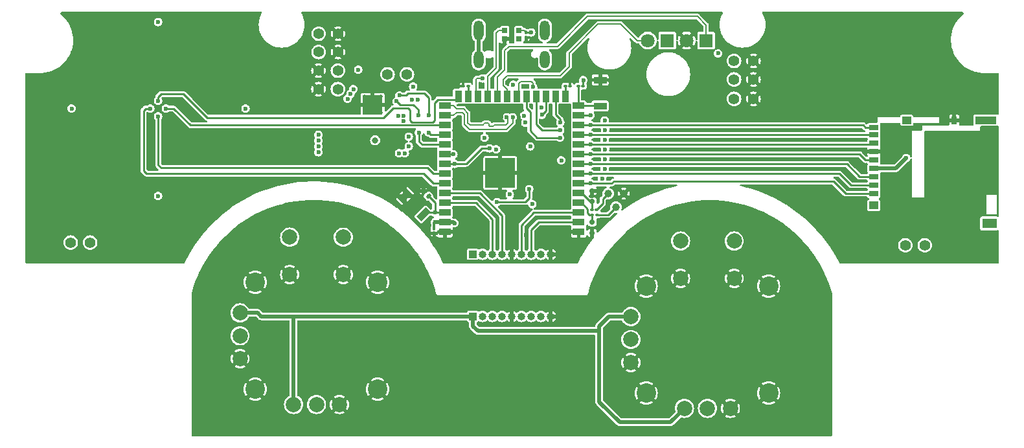
<source format=gbr>
%TF.GenerationSoftware,KiCad,Pcbnew,(7.0.0)*%
%TF.CreationDate,2023-10-05T11:29:09+03:00*%
%TF.ProjectId,Controller,436f6e74-726f-46c6-9c65-722e6b696361,1.0*%
%TF.SameCoordinates,Original*%
%TF.FileFunction,Copper,L4,Bot*%
%TF.FilePolarity,Positive*%
%FSLAX46Y46*%
G04 Gerber Fmt 4.6, Leading zero omitted, Abs format (unit mm)*
G04 Created by KiCad (PCBNEW (7.0.0)) date 2023-10-05 11:29:09*
%MOMM*%
%LPD*%
G01*
G04 APERTURE LIST*
G04 Aperture macros list*
%AMRoundRect*
0 Rectangle with rounded corners*
0 $1 Rounding radius*
0 $2 $3 $4 $5 $6 $7 $8 $9 X,Y pos of 4 corners*
0 Add a 4 corners polygon primitive as box body*
4,1,4,$2,$3,$4,$5,$6,$7,$8,$9,$2,$3,0*
0 Add four circle primitives for the rounded corners*
1,1,$1+$1,$2,$3*
1,1,$1+$1,$4,$5*
1,1,$1+$1,$6,$7*
1,1,$1+$1,$8,$9*
0 Add four rect primitives between the rounded corners*
20,1,$1+$1,$2,$3,$4,$5,0*
20,1,$1+$1,$4,$5,$6,$7,0*
20,1,$1+$1,$6,$7,$8,$9,0*
20,1,$1+$1,$8,$9,$2,$3,0*%
%AMRotRect*
0 Rectangle, with rotation*
0 The origin of the aperture is its center*
0 $1 length*
0 $2 width*
0 $3 Rotation angle, in degrees counterclockwise*
0 Add horizontal line*
21,1,$1,$2,0,0,$3*%
G04 Aperture macros list end*
%TA.AperFunction,ComponentPad*%
%ADD10C,2.540000*%
%TD*%
%TA.AperFunction,ComponentPad*%
%ADD11C,2.000000*%
%TD*%
%TA.AperFunction,ComponentPad*%
%ADD12O,1.300000X2.300000*%
%TD*%
%TA.AperFunction,ComponentPad*%
%ADD13O,1.300000X2.600000*%
%TD*%
%TA.AperFunction,ComponentPad*%
%ADD14R,1.800000X1.800000*%
%TD*%
%TA.AperFunction,ComponentPad*%
%ADD15C,1.800000*%
%TD*%
%TA.AperFunction,ComponentPad*%
%ADD16C,1.400000*%
%TD*%
%TA.AperFunction,ComponentPad*%
%ADD17C,0.500000*%
%TD*%
%TA.AperFunction,SMDPad,CuDef*%
%ADD18R,2.600000X2.600000*%
%TD*%
%TA.AperFunction,ComponentPad*%
%ADD19R,1.000000X1.000000*%
%TD*%
%TA.AperFunction,ComponentPad*%
%ADD20O,1.000000X1.000000*%
%TD*%
%TA.AperFunction,SMDPad,CuDef*%
%ADD21RoundRect,0.100000X0.130000X0.100000X-0.130000X0.100000X-0.130000X-0.100000X0.130000X-0.100000X0*%
%TD*%
%TA.AperFunction,SMDPad,CuDef*%
%ADD22R,1.200000X0.700000*%
%TD*%
%TA.AperFunction,SMDPad,CuDef*%
%ADD23R,0.800000X1.000000*%
%TD*%
%TA.AperFunction,SMDPad,CuDef*%
%ADD24R,2.800000X1.000000*%
%TD*%
%TA.AperFunction,SMDPad,CuDef*%
%ADD25R,1.200000X1.000000*%
%TD*%
%TA.AperFunction,SMDPad,CuDef*%
%ADD26R,1.900000X1.300000*%
%TD*%
%TA.AperFunction,SMDPad,CuDef*%
%ADD27R,1.500000X0.900000*%
%TD*%
%TA.AperFunction,SMDPad,CuDef*%
%ADD28R,0.900000X1.500000*%
%TD*%
%TA.AperFunction,HeatsinkPad*%
%ADD29C,0.600000*%
%TD*%
%TA.AperFunction,SMDPad,CuDef*%
%ADD30R,3.900000X3.900000*%
%TD*%
%TA.AperFunction,SMDPad,CuDef*%
%ADD31C,1.000000*%
%TD*%
%TA.AperFunction,SMDPad,CuDef*%
%ADD32R,0.700000X0.700000*%
%TD*%
%TA.AperFunction,SMDPad,CuDef*%
%ADD33RoundRect,0.100000X-0.130000X-0.100000X0.130000X-0.100000X0.130000X0.100000X-0.130000X0.100000X0*%
%TD*%
%TA.AperFunction,SMDPad,CuDef*%
%ADD34RoundRect,0.140000X0.219203X0.021213X0.021213X0.219203X-0.219203X-0.021213X-0.021213X-0.219203X0*%
%TD*%
%TA.AperFunction,SMDPad,CuDef*%
%ADD35RoundRect,0.100000X-0.100000X0.130000X-0.100000X-0.130000X0.100000X-0.130000X0.100000X0.130000X0*%
%TD*%
%TA.AperFunction,SMDPad,CuDef*%
%ADD36RoundRect,0.150000X0.200000X-0.150000X0.200000X0.150000X-0.200000X0.150000X-0.200000X-0.150000X0*%
%TD*%
%TA.AperFunction,SMDPad,CuDef*%
%ADD37R,1.700000X0.900000*%
%TD*%
%TA.AperFunction,SMDPad,CuDef*%
%ADD38RotRect,0.900000X1.700000X315.000000*%
%TD*%
%TA.AperFunction,SMDPad,CuDef*%
%ADD39RoundRect,0.150000X-0.200000X0.150000X-0.200000X-0.150000X0.200000X-0.150000X0.200000X0.150000X0*%
%TD*%
%TA.AperFunction,ViaPad*%
%ADD40C,0.600000*%
%TD*%
%TA.AperFunction,ViaPad*%
%ADD41C,0.800000*%
%TD*%
%TA.AperFunction,Conductor*%
%ADD42C,0.250000*%
%TD*%
%TA.AperFunction,Conductor*%
%ADD43C,0.500000*%
%TD*%
%TA.AperFunction,Conductor*%
%ADD44C,0.300000*%
%TD*%
%TA.AperFunction,Conductor*%
%ADD45C,0.200000*%
%TD*%
G04 APERTURE END LIST*
D10*
%TO.P,U502,MP,MP*%
%TO.N,GND*%
X107952000Y-106537000D03*
X107952000Y-120537000D03*
X123952000Y-106537000D03*
X123952000Y-120537000D03*
D11*
%TO.P,U502,S1,S1*%
%TO.N,/Controller_Peripherals/JYL_SW*%
X112452000Y-100637000D03*
X119452000Y-100647000D03*
%TO.P,U502,S2,S2*%
%TO.N,GND*%
X112452000Y-105537000D03*
X119452000Y-105537000D03*
%TO.P,U502,X1,X1*%
%TO.N,VAA*%
X112952000Y-122537000D03*
%TO.P,U502,X2,X2*%
%TO.N,/Controller_Peripherals/XL*%
X115952000Y-122537000D03*
%TO.P,U502,X3,X3*%
%TO.N,GND*%
X118952000Y-122537000D03*
%TO.P,U502,Y1,Y1*%
%TO.N,VAA*%
X105952000Y-110537000D03*
%TO.P,U502,Y2,Y2*%
%TO.N,/Controller_Peripherals/YL*%
X105952000Y-113537000D03*
%TO.P,U502,Y3,Y3*%
%TO.N,GND*%
X105952000Y-116537000D03*
%TD*%
D12*
%TO.P,J101,S1,SHIELD*%
%TO.N,Earth*%
X145797999Y-77432999D03*
D13*
X145797999Y-73607999D03*
D12*
X137157999Y-77432999D03*
D13*
X137157999Y-73607999D03*
%TD*%
D14*
%TO.P,D501,1,K*%
%TO.N,Net-(D501-K)*%
X161797999Y-74929999D03*
D15*
%TO.P,D501,2,A*%
%TO.N,/Controller_Peripherals/IR_LED*%
X159258000Y-74930000D03*
%TD*%
D16*
%TO.P,SW506,1,1*%
%TO.N,/Controller_Peripherals/SW_1*%
X116230400Y-74041000D03*
%TO.P,SW506,2,2*%
%TO.N,GND*%
X118770400Y-74041000D03*
%TD*%
D17*
%TO.P,U304,25,GND*%
%TO.N,GND*%
X124334500Y-84385000D03*
X124334500Y-83335000D03*
X124334500Y-82285000D03*
X123284500Y-84385000D03*
X123284500Y-83335000D03*
D18*
X123284499Y-83334999D03*
D17*
X123284500Y-82285000D03*
X122234500Y-84385000D03*
X122234500Y-83335000D03*
X122234500Y-82285000D03*
%TD*%
D16*
%TO.P,SW508,1,1*%
%TO.N,/Controller_Peripherals/SW_3*%
X170535600Y-82550000D03*
%TO.P,SW508,2,2*%
%TO.N,GND*%
X173075600Y-82550000D03*
%TD*%
D19*
%TO.P,J503,1,Pin_1*%
%TO.N,VAA*%
X136397999Y-110997999D03*
D20*
%TO.P,J503,2,Pin_2*%
%TO.N,/Controller_Peripherals/JYL_SW*%
X137667999Y-110997999D03*
%TO.P,J503,3,Pin_3*%
%TO.N,/Controller_Peripherals/YL*%
X138937999Y-110997999D03*
%TO.P,J503,4,Pin_4*%
%TO.N,/Controller_Peripherals/XL*%
X140207999Y-110997999D03*
%TO.P,J503,5,Pin_5*%
%TO.N,GND*%
X141477999Y-110997999D03*
%TO.P,J503,6,Pin_6*%
%TO.N,/Controller_Peripherals/XR*%
X142747999Y-110997999D03*
%TO.P,J503,7,Pin_7*%
%TO.N,/Controller_Peripherals/YR*%
X144017999Y-110997999D03*
%TO.P,J503,8,Pin_8*%
%TO.N,/Controller_Peripherals/JYR_SW*%
X145287999Y-110997999D03*
%TO.P,J503,9,Pin_9*%
%TO.N,GND*%
X146557999Y-110997999D03*
%TD*%
D16*
%TO.P,M501,1,+*%
%TO.N,VCC*%
X192933000Y-101707000D03*
%TO.P,M501,2,-*%
%TO.N,Net-(M501--)*%
X195473000Y-101707000D03*
%TD*%
D19*
%TO.P,J503,1,Pin_1*%
%TO.N,VAA*%
X136402999Y-102869999D03*
D20*
%TO.P,J503,2,Pin_2*%
%TO.N,/Controller_Peripherals/JYL_SW*%
X137672999Y-102869999D03*
%TO.P,J503,3,Pin_3*%
%TO.N,/Controller_Peripherals/YL*%
X138942999Y-102869999D03*
%TO.P,J503,4,Pin_4*%
%TO.N,/Controller_Peripherals/XL*%
X140212999Y-102869999D03*
%TO.P,J503,5,Pin_5*%
%TO.N,GND*%
X141482999Y-102869999D03*
%TO.P,J503,6,Pin_6*%
%TO.N,/Controller_Peripherals/XR*%
X142752999Y-102869999D03*
%TO.P,J503,7,Pin_7*%
%TO.N,/Controller_Peripherals/YR*%
X144022999Y-102869999D03*
%TO.P,J503,8,Pin_8*%
%TO.N,/Controller_Peripherals/JYR_SW*%
X145292999Y-102869999D03*
%TO.P,J503,9,Pin_9*%
%TO.N,GND*%
X146562999Y-102869999D03*
%TD*%
D16*
%TO.P,SW505,1*%
%TO.N,/Controller_Peripherals/SW_SPST*%
X170541000Y-77597000D03*
%TO.P,SW505,2*%
%TO.N,GND*%
X173081000Y-77597000D03*
%TD*%
%TO.P,BT301,1,+*%
%TO.N,/Controller_Power/BATT+*%
X125242000Y-79350000D03*
%TO.P,BT301,2,-*%
%TO.N,/Controller_Power/BATT-*%
X127782000Y-79350000D03*
%TD*%
%TO.P,SW301,1,1*%
%TO.N,/Controller_Power/~{QON}*%
X118745000Y-81280000D03*
%TO.P,SW301,2,2*%
%TO.N,GND*%
X116205000Y-81280000D03*
%TD*%
%TO.P,M502,1,+*%
%TO.N,VCC*%
X83820000Y-101346000D03*
%TO.P,M502,2,-*%
%TO.N,Net-(M502--)*%
X86360000Y-101346000D03*
%TD*%
D10*
%TO.P,U504,MP,MP*%
%TO.N,GND*%
X159053000Y-107038000D03*
X159053000Y-121038000D03*
X175053000Y-107038000D03*
X175053000Y-121038000D03*
D11*
%TO.P,U504,S1,S1*%
%TO.N,/Controller_Peripherals/JYR_SW*%
X163553000Y-101138000D03*
X170553000Y-101148000D03*
%TO.P,U504,S2,S2*%
%TO.N,GND*%
X163553000Y-106038000D03*
X170553000Y-106038000D03*
%TO.P,U504,X1,X1*%
%TO.N,VAA*%
X164053000Y-123038000D03*
%TO.P,U504,X2,X2*%
%TO.N,/Controller_Peripherals/XR*%
X167053000Y-123038000D03*
%TO.P,U504,X3,X3*%
%TO.N,GND*%
X170053000Y-123038000D03*
%TO.P,U504,Y1,Y1*%
%TO.N,VAA*%
X157053000Y-111038000D03*
%TO.P,U504,Y2,Y2*%
%TO.N,/Controller_Peripherals/YR*%
X157053000Y-114038000D03*
%TO.P,U504,Y3,Y3*%
%TO.N,GND*%
X157053000Y-117038000D03*
%TD*%
D16*
%TO.P,TH301,1*%
%TO.N,Net-(U304-TS)*%
X118745000Y-78867000D03*
%TO.P,TH301,2*%
%TO.N,GND*%
X116205000Y-78867000D03*
%TD*%
D14*
%TO.P,Q504,1,C*%
%TO.N,/Controller_Peripherals/IR_RECV*%
X166877999Y-74929999D03*
D15*
%TO.P,Q504,2,E*%
%TO.N,GND*%
X164338000Y-74930000D03*
%TD*%
D16*
%TO.P,SW507,1,1*%
%TO.N,/Controller_Peripherals/SW_2*%
X116230400Y-76440000D03*
%TO.P,SW507,2,2*%
%TO.N,GND*%
X118770400Y-76440000D03*
%TD*%
%TO.P,SW509,1,1*%
%TO.N,/Controller_Peripherals/SW_4*%
X170535600Y-80010000D03*
%TO.P,SW509,2,2*%
%TO.N,GND*%
X173075600Y-80010000D03*
%TD*%
D21*
%TO.P,R404,1*%
%TO.N,+3V3*%
X150815000Y-80899000D03*
%TO.P,R404,2*%
%TO.N,/RF_MODULE_ESP32-S3-WROOM-1U/GPIO0*%
X150175000Y-80899000D03*
%TD*%
D22*
%TO.P,J501,1,DAT2*%
%TO.N,/Controller_Peripherals/SD_D2*%
X188818999Y-94946999D03*
%TO.P,J501,2,DAT3/CD*%
%TO.N,/Controller_Peripherals/SD_D3*%
X188818999Y-93846999D03*
%TO.P,J501,3,CMD*%
%TO.N,/Controller_Peripherals/SD_CMD*%
X188818999Y-92746999D03*
%TO.P,J501,4,VDD*%
%TO.N,+3V3*%
X188818999Y-91646999D03*
%TO.P,J501,5,CLK*%
%TO.N,/Controller_Peripherals/SD_CK*%
X188818999Y-90546999D03*
%TO.P,J501,6,VSS*%
%TO.N,GND*%
X188818999Y-89446999D03*
%TO.P,J501,7,DAT0*%
%TO.N,/Controller_Peripherals/SD_D0*%
X188818999Y-88346999D03*
%TO.P,J501,8,DAT1*%
%TO.N,/Controller_Peripherals/SD_D1*%
X188818999Y-87246999D03*
%TO.P,J501,9,DET*%
%TO.N,/Controller_Peripherals/SD_DET*%
X188818999Y-86296999D03*
D23*
%TO.P,J501,10,SHIELD*%
%TO.N,GND*%
X199318999Y-85346999D03*
D24*
%TO.P,J501,11*%
%TO.N,N/C*%
X203468999Y-85346999D03*
D25*
X193118999Y-85346999D03*
X188818999Y-96496999D03*
D26*
X203918999Y-98846999D03*
%TD*%
D27*
%TO.P,U401,1,GND*%
%TO.N,GND*%
X132727999Y-99976999D03*
%TO.P,U401,2,3V3*%
%TO.N,+3V3*%
X132727999Y-98706999D03*
%TO.P,U401,3,EN*%
%TO.N,/RF_MODULE_ESP32-S3-WROOM-1U/CHIP_EN*%
X132727999Y-97436999D03*
%TO.P,U401,4,IO4*%
%TO.N,/Controller_Peripherals/YL*%
X132727999Y-96166999D03*
%TO.P,U401,5,IO5*%
%TO.N,/Controller_Peripherals/XL*%
X132727999Y-94896999D03*
%TO.P,U401,6,IO6*%
%TO.N,/Controller_Peripherals/SW_LT*%
X132727999Y-93626999D03*
%TO.P,U401,7,IO7*%
%TO.N,/Controller_Peripherals/SW_DN*%
X132727999Y-92356999D03*
%TO.P,U401,8,IO15*%
%TO.N,/Controller_Peripherals/AUX_SDA*%
X132727999Y-91086999D03*
%TO.P,U401,9,IO16*%
%TO.N,/Controller_Peripherals/AUX_SCL*%
X132727999Y-89816999D03*
%TO.P,U401,10,IO17*%
%TO.N,/Controller_Power/BQ_SCL*%
X132727999Y-88546999D03*
%TO.P,U401,11,IO18*%
%TO.N,/Controller_Power/BQ_SDA*%
X132727999Y-87276999D03*
%TO.P,U401,12,IO8*%
%TO.N,/Controller_Peripherals/SW_RT*%
X132727999Y-86006999D03*
%TO.P,U401,13,USB_D+*%
%TO.N,/Interface_USB_C_2.0/USB_D1+*%
X132727999Y-84736999D03*
%TO.P,U401,14,USB_D-*%
%TO.N,/Interface_USB_C_2.0/USB_D1-*%
X132727999Y-83466999D03*
D28*
%TO.P,U401,15,IO3*%
%TO.N,/Controller_Peripherals/SW_UP*%
X134492999Y-82216999D03*
%TO.P,U401,16,IO46*%
%TO.N,/RF_MODULE_ESP32-S3-WROOM-1U/GPIO46*%
X135762999Y-82216999D03*
%TO.P,U401,17,IO9*%
%TO.N,/Interface_USB_C_2.0/VIN_FLG*%
X137032999Y-82216999D03*
%TO.P,U401,18,IO10*%
%TO.N,/RF_MODULE_ESP32-S3-WROOM-1U/LED_RGB*%
X138302999Y-82216999D03*
%TO.P,U401,19,IO11*%
%TO.N,/Controller_Peripherals/IR_RECV*%
X139572999Y-82216999D03*
%TO.P,U401,20,IO12*%
%TO.N,/Controller_Peripherals/IR_LED*%
X140842999Y-82216999D03*
%TO.P,U401,21,IO13*%
%TO.N,/Interface_USB_C_2.0/USB_SEL*%
X142112999Y-82216999D03*
%TO.P,U401,22,IO14*%
%TO.N,/Controller_Peripherals/LCD_CK*%
X143382999Y-82216999D03*
%TO.P,U401,23,IO21*%
%TO.N,/Controller_Peripherals/LCD_CS*%
X144652999Y-82216999D03*
%TO.P,U401,24,IO47*%
%TO.N,/Controller_Peripherals/LCD_DO*%
X145922999Y-82216999D03*
%TO.P,U401,25,IO48*%
%TO.N,/Controller_Peripherals/LCD_DI*%
X147192999Y-82216999D03*
%TO.P,U401,26,IO45*%
%TO.N,/RF_MODULE_ESP32-S3-WROOM-1U/GPIO45*%
X148462999Y-82216999D03*
D27*
%TO.P,U401,27,IO0*%
%TO.N,/RF_MODULE_ESP32-S3-WROOM-1U/GPIO0*%
X150227999Y-83466999D03*
%TO.P,U401,28,IO35*%
%TO.N,/Controller_Peripherals/LCD_EN*%
X150227999Y-84736999D03*
%TO.P,U401,29,IO36*%
%TO.N,/Controller_Peripherals/SD_DET*%
X150227999Y-86006999D03*
%TO.P,U401,30,IO37*%
%TO.N,/Controller_Peripherals/SD_D1*%
X150227999Y-87276999D03*
%TO.P,U401,31,IO38*%
%TO.N,/Controller_Peripherals/SD_D0*%
X150227999Y-88546999D03*
%TO.P,U401,32,IO39*%
%TO.N,/Controller_Peripherals/SD_CK*%
X150227999Y-89816999D03*
%TO.P,U401,33,IO40*%
%TO.N,/Controller_Peripherals/SD_CMD*%
X150227999Y-91086999D03*
%TO.P,U401,34,IO41*%
%TO.N,/Controller_Peripherals/SD_D3*%
X150227999Y-92356999D03*
%TO.P,U401,35,IO42*%
%TO.N,/Controller_Peripherals/SD_D2*%
X150227999Y-93626999D03*
%TO.P,U401,36,RXD0*%
%TO.N,/RF_MODULE_ESP32-S3-WROOM-1U/ESP_RX*%
X150227999Y-94896999D03*
%TO.P,U401,37,TXD0*%
%TO.N,/RF_MODULE_ESP32-S3-WROOM-1U/ESP_TX*%
X150227999Y-96166999D03*
%TO.P,U401,38,IO2*%
%TO.N,/Controller_Peripherals/XR*%
X150227999Y-97436999D03*
%TO.P,U401,39,IO1*%
%TO.N,/Controller_Peripherals/YR*%
X150227999Y-98706999D03*
%TO.P,U401,40,GND*%
%TO.N,GND*%
X150227999Y-99976999D03*
D29*
%TO.P,U401,41,GND*%
X138578000Y-91557000D03*
X138578000Y-92957000D03*
X139278000Y-90857000D03*
X139278000Y-92257000D03*
X139278000Y-93657000D03*
X139978000Y-91557000D03*
D30*
X139977999Y-92256999D03*
D29*
X139978000Y-92957000D03*
X140678000Y-90857000D03*
X140678000Y-92257000D03*
X140678000Y-93657000D03*
X141378000Y-91557000D03*
X141378000Y-92957000D03*
%TD*%
D31*
%TO.P,TP401,1,1*%
%TO.N,Net-(R401-Pad1)*%
X155092400Y-96723200D03*
%TD*%
D32*
%TO.P,D403,1,VDD*%
%TO.N,+3V3*%
X142392999Y-73617999D03*
%TO.P,D403,2,DOUT*%
%TO.N,unconnected-(D403-DOUT-Pad2)*%
X142392999Y-74717999D03*
%TO.P,D403,3,VSS*%
%TO.N,GND*%
X140562999Y-74717999D03*
%TO.P,D403,4,DIN*%
%TO.N,/RF_MODULE_ESP32-S3-WROOM-1U/LED_RGB*%
X140562999Y-73617999D03*
%TD*%
D33*
%TO.P,R406,1*%
%TO.N,GND*%
X135123000Y-80899000D03*
%TO.P,R406,2*%
%TO.N,/RF_MODULE_ESP32-S3-WROOM-1U/GPIO46*%
X135763000Y-80899000D03*
%TD*%
D34*
%TO.P,C406,1*%
%TO.N,/RF_MODULE_ESP32-S3-WROOM-1U/CHIP_EN*%
X130599822Y-95293822D03*
%TO.P,C406,2*%
%TO.N,GND*%
X129921000Y-94615000D03*
%TD*%
D35*
%TO.P,C404,1*%
%TO.N,+3V3*%
X131345000Y-99502000D03*
%TO.P,C404,2*%
%TO.N,GND*%
X131345000Y-100142000D03*
%TD*%
D36*
%TO.P,D401,1,K*%
%TO.N,/RF_MODULE_ESP32-S3-WROOM-1U/ESP_TX*%
X151993600Y-98676000D03*
%TO.P,D401,2,A*%
%TO.N,GND*%
X151993600Y-100076000D03*
%TD*%
D21*
%TO.P,R401,1*%
%TO.N,Net-(R401-Pad1)*%
X152607800Y-97739200D03*
%TO.P,R401,2*%
%TO.N,/RF_MODULE_ESP32-S3-WROOM-1U/ESP_TX*%
X151967800Y-97739200D03*
%TD*%
D37*
%TO.P,SW402,1,1*%
%TO.N,/RF_MODULE_ESP32-S3-WROOM-1U/GPIO0*%
X153034999Y-83487999D03*
%TO.P,SW402,2,2*%
%TO.N,GND*%
X153034999Y-80087999D03*
%TD*%
D31*
%TO.P,TP403,1,1*%
%TO.N,GND*%
X156108400Y-94945200D03*
%TD*%
%TO.P,TP402,1,1*%
%TO.N,Net-(R402-Pad2)*%
X154076400Y-94945200D03*
%TD*%
D38*
%TO.P,SW401,1,1*%
%TO.N,GND*%
X127534328Y-95276328D03*
%TO.P,SW401,2,2*%
%TO.N,/RF_MODULE_ESP32-S3-WROOM-1U/CHIP_EN*%
X129938492Y-97680492D03*
%TD*%
D21*
%TO.P,R405,1*%
%TO.N,GND*%
X149097000Y-80899000D03*
%TO.P,R405,2*%
%TO.N,/RF_MODULE_ESP32-S3-WROOM-1U/GPIO45*%
X148457000Y-80899000D03*
%TD*%
D39*
%TO.P,D402,1,K*%
%TO.N,/RF_MODULE_ESP32-S3-WROOM-1U/ESP_RX*%
X151993600Y-96000800D03*
%TO.P,D402,2,A*%
%TO.N,GND*%
X151993600Y-94600800D03*
%TD*%
D35*
%TO.P,C407,1*%
%TO.N,+3V3*%
X143357000Y-73890000D03*
%TO.P,C407,2*%
%TO.N,GND*%
X143357000Y-74530000D03*
%TD*%
D33*
%TO.P,R402,1*%
%TO.N,/RF_MODULE_ESP32-S3-WROOM-1U/ESP_RX*%
X151953000Y-97028000D03*
%TO.P,R402,2*%
%TO.N,Net-(R402-Pad2)*%
X152593000Y-97028000D03*
%TD*%
D40*
%TO.N,/Controller_Power/BATT+*%
X120777000Y-81280000D03*
X120396000Y-81915000D03*
X120015000Y-82550000D03*
%TO.N,+3V3*%
X126746000Y-89662000D03*
X193040000Y-90297000D03*
X131445000Y-98679000D03*
X153645000Y-87909000D03*
X128016000Y-88773000D03*
X168452800Y-76606400D03*
X147955000Y-90599000D03*
X153670000Y-89154000D03*
X137922000Y-87630000D03*
X153289000Y-92964000D03*
X150825200Y-80111600D03*
X127508000Y-89662000D03*
X144170400Y-96316800D03*
X128590000Y-80960000D03*
X95250000Y-72517000D03*
X95250000Y-95250000D03*
X153645000Y-91719000D03*
X106680000Y-83820000D03*
X83947000Y-83820000D03*
X128016000Y-87503000D03*
X133985000Y-98806000D03*
X141668500Y-80708500D03*
X143891000Y-88773000D03*
X153645000Y-85369000D03*
X144018000Y-73863200D03*
X139446000Y-89154000D03*
X141224000Y-95062500D03*
X153670000Y-90424000D03*
X153670000Y-86614000D03*
X143256000Y-85659000D03*
X145348500Y-83646000D03*
%TO.N,GND*%
X94234000Y-82804000D03*
X185420000Y-94361000D03*
X154559000Y-87884000D03*
X142240000Y-97282000D03*
X152400000Y-86614000D03*
X125603000Y-90297000D03*
X143357600Y-100330000D03*
X152400000Y-92964000D03*
X94234000Y-84836000D03*
X133477000Y-101092000D03*
X142367000Y-84963000D03*
X96266000Y-84836000D03*
X134747000Y-98806000D03*
X154279600Y-92964000D03*
X187960000Y-82804000D03*
X159004000Y-94488000D03*
X146939000Y-100330000D03*
X129946400Y-87477600D03*
X154559000Y-91694000D03*
X152400000Y-91694000D03*
X96266000Y-82804000D03*
X95250000Y-83820000D03*
X148717000Y-85090000D03*
X148717000Y-88138000D03*
X152400000Y-85344000D03*
X188976000Y-83820000D03*
X139065000Y-95062500D03*
X130556000Y-98679000D03*
X141351000Y-101219000D03*
X140884500Y-80455502D03*
X125857000Y-86741000D03*
X137795000Y-100584000D03*
X134239000Y-80899000D03*
X148717000Y-87122000D03*
X187960000Y-84836000D03*
X183515000Y-94615000D03*
X141478000Y-109093000D03*
X134366000Y-100838000D03*
X125476000Y-81280000D03*
X122809000Y-93980000D03*
X145440400Y-85648800D03*
X141528800Y-98044000D03*
X144701456Y-88773540D03*
X148717000Y-86106000D03*
X154559000Y-85344000D03*
X147955000Y-91615000D03*
X152400000Y-87884000D03*
X131191000Y-80772000D03*
X143764000Y-93472000D03*
X140081000Y-84963000D03*
X141478000Y-74168000D03*
X138392263Y-78571900D03*
X154559000Y-90424000D03*
X137414000Y-80924400D03*
X132588000Y-101092000D03*
X154559000Y-86614000D03*
X180721000Y-94488000D03*
X152400000Y-89154000D03*
X144576800Y-78587600D03*
X131572000Y-101092000D03*
X186944000Y-83820000D03*
X136525000Y-95504000D03*
X131191000Y-80137000D03*
X125603000Y-89662000D03*
X152400000Y-90424000D03*
X144018000Y-83439000D03*
X143522497Y-81017498D03*
X187960000Y-83820000D03*
X131191000Y-81407000D03*
X154559000Y-89154000D03*
X151982367Y-95251300D03*
%TO.N,VCC*%
X143084029Y-84744774D03*
X116205000Y-88011000D03*
X116205000Y-89535000D03*
X116205000Y-87249000D03*
X116205000Y-88773000D03*
%TO.N,VBUS*%
X126618833Y-84785200D03*
X127355600Y-84785200D03*
X128397000Y-82677000D03*
X127355600Y-85432500D03*
X129159000Y-82677000D03*
%TO.N,/Controller_Power/REGN*%
X121412000Y-78740000D03*
D41*
X123610500Y-87978556D03*
D40*
%TO.N,/Interface_USB_C_2.0/USB_SEL*%
X144272000Y-81017498D03*
%TO.N,/Controller_Power/BQ_SDA*%
X126800137Y-82099471D03*
X130606800Y-84734400D03*
X130606800Y-86969600D03*
%TO.N,/Controller_Power/BQ_SCL*%
X129336800Y-86969600D03*
X129235200Y-84734400D03*
X126432000Y-82871000D03*
%TO.N,/Controller_Peripherals/SW_UP*%
X95250000Y-82804000D03*
%TO.N,/Controller_Peripherals/SW_DN*%
X95250000Y-84836000D03*
%TO.N,/Controller_Peripherals/SW_RT*%
X96266000Y-83820000D03*
%TO.N,/Controller_Peripherals/SW_LT*%
X94234000Y-83820000D03*
%TO.N,/Interface_USB_C_2.0/USB_D1-*%
X140832529Y-84955251D03*
%TO.N,/Interface_USB_C_2.0/USB_D1+*%
X141605000Y-84963000D03*
%TO.N,/Interface_USB_C_2.0/VIN_FLG*%
X137668000Y-79883000D03*
%TO.N,/Controller_Peripherals/AUX_SDA*%
X138557000Y-89027000D03*
X133985000Y-91059000D03*
%TO.N,/Controller_Peripherals/AUX_SCL*%
X133858000Y-89817000D03*
%TO.N,/Controller_Peripherals/LCD_EN*%
X151765000Y-84709000D03*
%TO.N,/Controller_Peripherals/LCD_CK*%
X147796000Y-87646000D03*
%TO.N,/Controller_Peripherals/LCD_CS*%
X147812000Y-86646000D03*
%TO.N,/Controller_Peripherals/LCD_DI*%
X147828000Y-85646000D03*
%TO.N,/Controller_Peripherals/LCD_DO*%
X145415000Y-84646000D03*
%TO.N,/Controller_Peripherals/LCD_BL*%
X139540500Y-96044500D03*
X143764000Y-94361000D03*
%TO.N,/Controller_Peripherals/SD_DET*%
X151765000Y-85979000D03*
%TO.N,/Controller_Peripherals/SD_D0*%
X151765000Y-88519000D03*
%TO.N,/Controller_Peripherals/SD_D1*%
X151765000Y-87249000D03*
%TO.N,/Controller_Peripherals/SD_D2*%
X151765000Y-93599000D03*
%TO.N,/Controller_Peripherals/SD_D3*%
X151765000Y-92329000D03*
%TO.N,/Controller_Peripherals/SD_CK*%
X151765000Y-89789000D03*
%TO.N,/Controller_Peripherals/SD_CMD*%
X151765000Y-91059000D03*
%TO.N,/RF_MODULE_ESP32-S3-WROOM-1U/CHIP_EN*%
X131445000Y-97409000D03*
%TD*%
D42*
%TO.N,+3V3*%
X143383800Y-73863200D02*
X143357000Y-73890000D01*
D43*
X188819000Y-91647000D02*
X191690000Y-91647000D01*
X133886000Y-98707000D02*
X132728000Y-98707000D01*
D42*
X144018000Y-73863200D02*
X143383800Y-73863200D01*
D43*
X132728000Y-98707000D02*
X131473000Y-98707000D01*
X133985000Y-98806000D02*
X133886000Y-98707000D01*
X131473000Y-98707000D02*
X131445000Y-98679000D01*
D42*
X150815000Y-80121800D02*
X150825200Y-80111600D01*
D43*
X191690000Y-91647000D02*
X193040000Y-90297000D01*
D44*
X131345000Y-99502000D02*
X131345000Y-98779000D01*
D45*
X143085000Y-73618000D02*
X143357000Y-73890000D01*
D44*
X131345000Y-98779000D02*
X131445000Y-98679000D01*
D45*
X142393000Y-73618000D02*
X143085000Y-73618000D01*
D42*
X150815000Y-80899000D02*
X150815000Y-80121800D01*
%TO.N,GND*%
X151993600Y-95240067D02*
X151982367Y-95251300D01*
X151993600Y-94600800D02*
X151993600Y-95240067D01*
D43*
%TO.N,Earth*%
X137158000Y-73608000D02*
X137158000Y-77433000D01*
D45*
%TO.N,/Interface_USB_C_2.0/USB_SEL*%
X142621000Y-80264000D02*
X144049750Y-80264000D01*
X142367000Y-80518000D02*
X142621000Y-80264000D01*
X142113000Y-82217000D02*
X142367000Y-81963000D01*
X144272000Y-80486250D02*
X144272000Y-81017498D01*
X142367000Y-81963000D02*
X142367000Y-80518000D01*
X144049750Y-80264000D02*
X144272000Y-80486250D01*
D42*
%TO.N,/Controller_Power/BQ_SDA*%
X127653729Y-82099471D02*
X127914400Y-81838800D01*
X130606800Y-82397600D02*
X130606800Y-84734400D01*
X130048000Y-81838800D02*
X130606800Y-82397600D01*
X126800137Y-82099471D02*
X127653729Y-82099471D01*
X127914400Y-81838800D02*
X130048000Y-81838800D01*
X130606800Y-86969600D02*
X130914200Y-87277000D01*
X130914200Y-87277000D02*
X132728000Y-87277000D01*
%TO.N,/Controller_Power/BQ_SCL*%
X128600200Y-83312000D02*
X126873000Y-83312000D01*
X129336800Y-86969600D02*
X129336800Y-88138000D01*
X129745800Y-88547000D02*
X132728000Y-88547000D01*
X126873000Y-83312000D02*
X126432000Y-82871000D01*
X129336800Y-88138000D02*
X129745800Y-88547000D01*
X129235200Y-84734400D02*
X129235200Y-83947000D01*
X129235200Y-83947000D02*
X128600200Y-83312000D01*
%TO.N,/Controller_Peripherals/SW_UP*%
X134493000Y-82217000D02*
X134058400Y-82651600D01*
X127914400Y-83769200D02*
X125984000Y-83769200D01*
X128168400Y-85344000D02*
X128168400Y-84023200D01*
X101660373Y-85023373D02*
X98552000Y-81915000D01*
X125984000Y-83769200D02*
X124729827Y-85023373D01*
X131368800Y-83076200D02*
X131368800Y-85394800D01*
X98552000Y-81915000D02*
X95631000Y-81915000D01*
X95250000Y-82296000D02*
X95250000Y-82804000D01*
X128168400Y-84023200D02*
X127914400Y-83769200D01*
X131156600Y-85607000D02*
X128431400Y-85607000D01*
X124729827Y-85023373D02*
X101660373Y-85023373D01*
X131793400Y-82651600D02*
X131368800Y-83076200D01*
X95631000Y-81915000D02*
X95250000Y-82296000D01*
X134058400Y-82651600D02*
X131793400Y-82651600D01*
X131368800Y-85394800D02*
X131156600Y-85607000D01*
X128431400Y-85607000D02*
X128168400Y-85344000D01*
%TO.N,/Controller_Peripherals/SW_DN*%
X132728000Y-92357000D02*
X131219000Y-92357000D01*
X130429000Y-91567000D02*
X95631000Y-91567000D01*
X95631000Y-91567000D02*
X95250000Y-91186000D01*
X131219000Y-92357000D02*
X130429000Y-91567000D01*
X95250000Y-91186000D02*
X95250000Y-84836000D01*
%TO.N,/Controller_Peripherals/SW_RT*%
X97282000Y-83820000D02*
X96266000Y-83820000D01*
X132728000Y-86007000D02*
X99469000Y-86007000D01*
X99469000Y-86007000D02*
X97282000Y-83820000D01*
%TO.N,/Controller_Peripherals/SW_LT*%
X132728000Y-93627000D02*
X131219000Y-93627000D01*
X93345000Y-91948000D02*
X93345000Y-84074000D01*
X93726000Y-92329000D02*
X93345000Y-91948000D01*
X129921000Y-92329000D02*
X93726000Y-92329000D01*
X93599000Y-83820000D02*
X94234000Y-83820000D01*
X131219000Y-93627000D02*
X129921000Y-92329000D01*
X93345000Y-84074000D02*
X93599000Y-83820000D01*
D45*
%TO.N,/Interface_USB_C_2.0/USB_D1-*%
X137567000Y-85979000D02*
X136017000Y-85979000D01*
X138467000Y-86079000D02*
X138467000Y-85979000D01*
X134263001Y-83877000D02*
X133853001Y-83467000D01*
X138992000Y-86179000D02*
X138567000Y-86179000D01*
X137730026Y-85979000D02*
X137567000Y-85979000D01*
X140716000Y-85979000D02*
X139192000Y-85979000D01*
X138467000Y-85979000D02*
X138467000Y-85842026D01*
X135734000Y-85696000D02*
X135734000Y-84426000D01*
X140950181Y-85744819D02*
X140716000Y-85979000D01*
X140832529Y-84955251D02*
X140950181Y-85072903D01*
X136017000Y-85979000D02*
X135734000Y-85696000D01*
X138330026Y-85705052D02*
X138003974Y-85705052D01*
X135185000Y-83877000D02*
X134263001Y-83877000D01*
X135734000Y-84426000D02*
X135185000Y-83877000D01*
X133853001Y-83467000D02*
X132728000Y-83467000D01*
X140950181Y-85072903D02*
X140950181Y-85744819D01*
X139192000Y-85979000D02*
G75*
G03*
X139092000Y-86079000I0J-100000D01*
G01*
X138992000Y-86179000D02*
G75*
G03*
X139092000Y-86079000I0J100000D01*
G01*
X138003974Y-85705000D02*
G75*
G03*
X137867000Y-85842026I26J-137000D01*
G01*
X138467000Y-86079000D02*
G75*
G03*
X138567000Y-86179000I100000J0D01*
G01*
X137730026Y-85979000D02*
G75*
G03*
X137867000Y-85842026I-26J137000D01*
G01*
X138466948Y-85842026D02*
G75*
G03*
X138330026Y-85705052I-136948J26D01*
G01*
%TO.N,/Interface_USB_C_2.0/USB_D1+*%
X135284000Y-84611000D02*
X135284000Y-85881000D01*
X132728000Y-84737000D02*
X133853001Y-84737000D01*
X135937000Y-86534000D02*
X140796000Y-86534000D01*
X133853001Y-84737000D02*
X134263001Y-84327000D01*
X140796000Y-86534000D02*
X141605000Y-85725000D01*
X135000000Y-84327000D02*
X135284000Y-84611000D01*
X135284000Y-85881000D02*
X135937000Y-86534000D01*
X134263001Y-84327000D02*
X135000000Y-84327000D01*
X141605000Y-85725000D02*
X141605000Y-84963000D01*
%TO.N,/Interface_USB_C_2.0/VIN_FLG*%
X137668000Y-79883000D02*
X136906000Y-79883000D01*
X136779000Y-81963000D02*
X137033000Y-82217000D01*
X136906000Y-79883000D02*
X136779000Y-80010000D01*
X136779000Y-80010000D02*
X136779000Y-81963000D01*
D43*
%TO.N,VAA*%
X136398000Y-110998000D02*
X136398000Y-112268000D01*
X154138000Y-111038000D02*
X157053000Y-111038000D01*
X164053000Y-123038000D02*
X162250000Y-124841000D01*
X155575000Y-124841000D02*
X152908000Y-122174000D01*
X105952000Y-110537000D02*
X108251000Y-110537000D01*
X108251000Y-110537000D02*
X108712000Y-110998000D01*
X152908000Y-112268000D02*
X154138000Y-111038000D01*
X137033000Y-112903000D02*
X152908000Y-112903000D01*
X152908000Y-112903000D02*
X152908000Y-112268000D01*
X136398000Y-112268000D02*
X137033000Y-112903000D01*
X112952000Y-110998000D02*
X112952000Y-122537000D01*
X108712000Y-110998000D02*
X136398000Y-110998000D01*
X162250000Y-124841000D02*
X155575000Y-124841000D01*
X152908000Y-122174000D02*
X152908000Y-112903000D01*
D42*
%TO.N,Net-(R401-Pad1)*%
X152607800Y-97739200D02*
X154076400Y-97739200D01*
X154076400Y-97739200D02*
X155092400Y-96723200D01*
%TO.N,Net-(R402-Pad2)*%
X152593000Y-97028000D02*
X153365200Y-96255800D01*
X153365200Y-95656400D02*
X154076400Y-94945200D01*
X153365200Y-96255800D02*
X153365200Y-95656400D01*
D45*
%TO.N,/Controller_Peripherals/IR_LED*%
X155727400Y-72796400D02*
X157861000Y-74930000D01*
X148971000Y-78359000D02*
X148971000Y-76581000D01*
X140335000Y-80010000D02*
X140843000Y-79502000D01*
X152755600Y-72796400D02*
X155727400Y-72796400D01*
X148971000Y-76581000D02*
X152755600Y-72796400D01*
X147828000Y-79502000D02*
X148971000Y-78359000D01*
X157861000Y-74930000D02*
X159258000Y-74930000D01*
X140335000Y-80772000D02*
X140335000Y-80010000D01*
X140843000Y-81280000D02*
X140335000Y-80772000D01*
X140843000Y-79502000D02*
X147828000Y-79502000D01*
X140843000Y-82217000D02*
X140843000Y-81280000D01*
%TO.N,/Controller_Peripherals/IR_RECV*%
X139573000Y-82217000D02*
X139573000Y-79730600D01*
X166878000Y-72898000D02*
X166878000Y-74930000D01*
X151358600Y-71780400D02*
X165760400Y-71780400D01*
X139573000Y-79730600D02*
X140563600Y-78740000D01*
X140563600Y-78740000D02*
X140563600Y-76225400D01*
X141097000Y-75692000D02*
X147447000Y-75692000D01*
X147447000Y-75692000D02*
X151358600Y-71780400D01*
X140563600Y-76225400D02*
X141097000Y-75692000D01*
X165760400Y-71780400D02*
X166878000Y-72898000D01*
D42*
%TO.N,/Controller_Peripherals/AUX_SDA*%
X133985000Y-91059000D02*
X135509000Y-91059000D01*
X137541000Y-89027000D02*
X138557000Y-89027000D01*
X133985000Y-91059000D02*
X132756000Y-91059000D01*
X135509000Y-91059000D02*
X137541000Y-89027000D01*
X132756000Y-91059000D02*
X132728000Y-91087000D01*
%TO.N,/Controller_Peripherals/AUX_SCL*%
X132728000Y-89817000D02*
X133858000Y-89817000D01*
%TO.N,/Controller_Peripherals/LCD_EN*%
X151737000Y-84737000D02*
X151765000Y-84709000D01*
X150228000Y-84737000D02*
X151737000Y-84737000D01*
%TO.N,/Controller_Peripherals/LCD_CK*%
X143891000Y-84264500D02*
X143891000Y-86741000D01*
X143383000Y-82217000D02*
X143383000Y-83756500D01*
X143383000Y-83756500D02*
X143891000Y-84264500D01*
X144796000Y-87646000D02*
X147796000Y-87646000D01*
X143891000Y-86741000D02*
X144796000Y-87646000D01*
%TO.N,/Controller_Peripherals/LCD_CS*%
X144653000Y-85852000D02*
X145447000Y-86646000D01*
X145447000Y-86646000D02*
X147812000Y-86646000D01*
X144653000Y-82217000D02*
X144653000Y-85852000D01*
%TO.N,/Controller_Peripherals/LCD_DI*%
X147193000Y-82217000D02*
X147193000Y-84582000D01*
X147193000Y-84582000D02*
X147828000Y-85217000D01*
X147828000Y-85217000D02*
X147828000Y-85646000D01*
%TO.N,/Controller_Peripherals/LCD_DO*%
X145415000Y-84646000D02*
X145923000Y-84138000D01*
X145923000Y-84138000D02*
X145923000Y-82217000D01*
%TO.N,/Controller_Peripherals/LCD_BL*%
X139540500Y-96044500D02*
X143223500Y-96044500D01*
X143223500Y-96044500D02*
X143764000Y-95504000D01*
X143764000Y-95504000D02*
X143764000Y-94361000D01*
%TO.N,/Controller_Peripherals/SD_DET*%
X151765000Y-85979000D02*
X151793000Y-86007000D01*
X150228000Y-86007000D02*
X151737000Y-86007000D01*
X151793000Y-86007000D02*
X187416000Y-86007000D01*
X151737000Y-86007000D02*
X151765000Y-85979000D01*
X187706000Y-86297000D02*
X188819000Y-86297000D01*
X187416000Y-86007000D02*
X187706000Y-86297000D01*
%TO.N,/Controller_Peripherals/SD_D0*%
X151737000Y-88547000D02*
X151765000Y-88519000D01*
X188561628Y-88347000D02*
X188819000Y-88347000D01*
X188361628Y-88547000D02*
X188561628Y-88347000D01*
X151793000Y-88547000D02*
X188361628Y-88547000D01*
X151765000Y-88519000D02*
X151793000Y-88547000D01*
X150228000Y-88547000D02*
X151737000Y-88547000D01*
%TO.N,/Controller_Peripherals/SD_D1*%
X151765000Y-87249000D02*
X151793000Y-87277000D01*
X187997314Y-87277000D02*
X188027314Y-87247000D01*
X150228000Y-87277000D02*
X151737000Y-87277000D01*
X151793000Y-87277000D02*
X187997314Y-87277000D01*
X151737000Y-87277000D02*
X151765000Y-87249000D01*
X188027314Y-87247000D02*
X188819000Y-87247000D01*
%TO.N,/Controller_Peripherals/SD_D2*%
X151737000Y-93627000D02*
X151765000Y-93599000D01*
X154531000Y-93627000D02*
X154813000Y-93345000D01*
X183515000Y-93345000D02*
X185117000Y-94947000D01*
X151765000Y-93599000D02*
X151793000Y-93627000D01*
X151793000Y-93627000D02*
X154531000Y-93627000D01*
X185117000Y-94947000D02*
X188819000Y-94947000D01*
X154813000Y-93345000D02*
X183515000Y-93345000D01*
X150228000Y-93627000D02*
X151737000Y-93627000D01*
%TO.N,/Controller_Peripherals/SD_D3*%
X184305000Y-92357000D02*
X185795000Y-93847000D01*
X151793000Y-92357000D02*
X184305000Y-92357000D01*
X150228000Y-92357000D02*
X151737000Y-92357000D01*
X151737000Y-92357000D02*
X151765000Y-92329000D01*
X151765000Y-92329000D02*
X151793000Y-92357000D01*
X185795000Y-93847000D02*
X188819000Y-93847000D01*
%TO.N,/Controller_Peripherals/SD_CK*%
X151765000Y-89789000D02*
X151793000Y-89817000D01*
X187706000Y-90551000D02*
X187710000Y-90547000D01*
X150228000Y-89817000D02*
X151737000Y-89817000D01*
X151737000Y-89817000D02*
X151765000Y-89789000D01*
X151793000Y-89817000D02*
X186972000Y-89817000D01*
X187710000Y-90547000D02*
X188819000Y-90547000D01*
X186972000Y-89817000D02*
X187706000Y-90551000D01*
%TO.N,/Controller_Peripherals/SD_CMD*%
X185286000Y-91087000D02*
X186946000Y-92747000D01*
X150228000Y-91087000D02*
X151737000Y-91087000D01*
X186946000Y-92747000D02*
X188819000Y-92747000D01*
X151765000Y-91059000D02*
X151793000Y-91087000D01*
X151793000Y-91087000D02*
X185286000Y-91087000D01*
X151737000Y-91087000D02*
X151765000Y-91059000D01*
%TO.N,/Controller_Peripherals/YL*%
X138943000Y-98303000D02*
X136807000Y-96167000D01*
X138943000Y-102870000D02*
X138943000Y-98303000D01*
X136807000Y-96167000D02*
X132728000Y-96167000D01*
%TO.N,/Controller_Peripherals/XL*%
X140213000Y-102870000D02*
X140213000Y-97795000D01*
X140213000Y-97795000D02*
X137315000Y-94897000D01*
X137315000Y-94897000D02*
X132728000Y-94897000D01*
%TO.N,/Controller_Peripherals/XR*%
X142753000Y-102870000D02*
X142753000Y-99055000D01*
X144371000Y-97437000D02*
X150228000Y-97437000D01*
X142753000Y-99055000D02*
X144371000Y-97437000D01*
%TO.N,/Controller_Peripherals/YR*%
X144023000Y-99690000D02*
X145006000Y-98707000D01*
X144023000Y-102870000D02*
X144023000Y-99690000D01*
X145006000Y-98707000D02*
X150228000Y-98707000D01*
%TO.N,/RF_MODULE_ESP32-S3-WROOM-1U/CHIP_EN*%
X131445000Y-96139000D02*
X130599822Y-95293822D01*
X131445000Y-97409000D02*
X131445000Y-96139000D01*
X131473000Y-97437000D02*
X131445000Y-97409000D01*
X132728000Y-97437000D02*
X131473000Y-97437000D01*
X131445000Y-97409000D02*
X130209986Y-97409000D01*
X130209986Y-97409000D02*
X129938493Y-97680493D01*
%TO.N,/RF_MODULE_ESP32-S3-WROOM-1U/ESP_TX*%
X151384000Y-96977200D02*
X151384000Y-97485200D01*
X150573800Y-96167000D02*
X151384000Y-96977200D01*
X151967800Y-97739200D02*
X151967800Y-98650200D01*
X150228000Y-96167000D02*
X150573800Y-96167000D01*
X151638000Y-97739200D02*
X151967800Y-97739200D01*
X151967800Y-98650200D02*
X151993600Y-98676000D01*
X151384000Y-97485200D02*
X151638000Y-97739200D01*
%TO.N,/RF_MODULE_ESP32-S3-WROOM-1U/ESP_RX*%
X151993600Y-96000800D02*
X151993600Y-96987400D01*
X150573800Y-94897000D02*
X151677600Y-96000800D01*
X151677600Y-96000800D02*
X151993600Y-96000800D01*
X150228000Y-94897000D02*
X150573800Y-94897000D01*
X151953000Y-97028000D02*
X151993600Y-96987400D01*
D45*
%TO.N,/RF_MODULE_ESP32-S3-WROOM-1U/LED_RGB*%
X138303000Y-82217000D02*
X138303000Y-79642026D01*
X139446000Y-73914000D02*
X139742000Y-73618000D01*
X138303000Y-79642026D02*
X139446000Y-78499026D01*
X139742000Y-73618000D02*
X140563000Y-73618000D01*
X139446000Y-78499026D02*
X139446000Y-73914000D01*
D42*
%TO.N,/RF_MODULE_ESP32-S3-WROOM-1U/GPIO0*%
X150228000Y-83467000D02*
X153014000Y-83467000D01*
X150175000Y-80899000D02*
X150175000Y-83414000D01*
X150175000Y-83414000D02*
X150228000Y-83467000D01*
X153014000Y-83467000D02*
X153035000Y-83488000D01*
%TO.N,/RF_MODULE_ESP32-S3-WROOM-1U/GPIO45*%
X148463000Y-80905000D02*
X148457000Y-80899000D01*
X148463000Y-82217000D02*
X148463000Y-80905000D01*
%TO.N,/RF_MODULE_ESP32-S3-WROOM-1U/GPIO46*%
X135763000Y-82217000D02*
X135763000Y-80899000D01*
%TD*%
%TA.AperFunction,Conductor*%
%TO.N,GND*%
G36*
X116398970Y-95793232D02*
G01*
X116404935Y-95793520D01*
X117198987Y-95851037D01*
X117204902Y-95851610D01*
X117995282Y-95947484D01*
X118001171Y-95948344D01*
X118785957Y-96082341D01*
X118791801Y-96083485D01*
X119443700Y-96227562D01*
X119569164Y-96255291D01*
X119574990Y-96256727D01*
X119646134Y-96276104D01*
X120343140Y-96465944D01*
X120348854Y-96467650D01*
X121106006Y-96713796D01*
X121111594Y-96715763D01*
X121855945Y-96998252D01*
X121861479Y-97000507D01*
X122591286Y-97318676D01*
X122596684Y-97321186D01*
X123310240Y-97674293D01*
X123315532Y-97677074D01*
X124011161Y-98064286D01*
X124016282Y-98067301D01*
X124634453Y-98451705D01*
X124692357Y-98487712D01*
X124697370Y-98490999D01*
X125352323Y-98943636D01*
X125357149Y-98947147D01*
X125722243Y-99226500D01*
X125989414Y-99430927D01*
X125994090Y-99434688D01*
X126602207Y-99948489D01*
X126606675Y-99952454D01*
X126886136Y-100212763D01*
X127189218Y-100495074D01*
X127193509Y-100499269D01*
X127407307Y-100718670D01*
X127687132Y-101005830D01*
X127749115Y-101069437D01*
X127753198Y-101073835D01*
X128280562Y-101670212D01*
X128284427Y-101674803D01*
X128782330Y-102296010D01*
X128785969Y-102300782D01*
X129253217Y-102945328D01*
X129256621Y-102950271D01*
X129692147Y-103616686D01*
X129695307Y-103621787D01*
X129768562Y-103746683D01*
X130098078Y-104308489D01*
X130100971Y-104313704D01*
X130240919Y-104581177D01*
X130470064Y-105019126D01*
X130472716Y-105024509D01*
X130807226Y-105746915D01*
X130809615Y-105752420D01*
X131108784Y-106490169D01*
X131110904Y-106495783D01*
X131374028Y-107247145D01*
X131375874Y-107252855D01*
X131593227Y-107985366D01*
X131597830Y-108009292D01*
X131598120Y-108012457D01*
X131598121Y-108012461D01*
X131599172Y-108023896D01*
X131604283Y-108034180D01*
X131604284Y-108034183D01*
X131605499Y-108036627D01*
X131610263Y-108049180D01*
X131613084Y-108055475D01*
X131615632Y-108064892D01*
X131620965Y-108073061D01*
X131620966Y-108073062D01*
X131628042Y-108083900D01*
X131635253Y-108096500D01*
X131644056Y-108114212D01*
X131644057Y-108114213D01*
X131649171Y-108124503D01*
X131657655Y-108132249D01*
X131657656Y-108132250D01*
X131658467Y-108132990D01*
X131663190Y-108137734D01*
X131667671Y-108144597D01*
X131675268Y-108150718D01*
X131694540Y-108166246D01*
X131700351Y-108171232D01*
X131723652Y-108192507D01*
X131732138Y-108200255D01*
X131741035Y-108203709D01*
X131741793Y-108204320D01*
X131785106Y-108220825D01*
X131785832Y-108221104D01*
X131836866Y-108240920D01*
X131882624Y-108240954D01*
X131888663Y-108241108D01*
X131925814Y-108242965D01*
X131932235Y-108241227D01*
X131936559Y-108240996D01*
X151090608Y-108255838D01*
X151095249Y-108256088D01*
X151101894Y-108257884D01*
X151138633Y-108256036D01*
X151144921Y-108255880D01*
X151161948Y-108255894D01*
X151167591Y-108254843D01*
X151171334Y-108254499D01*
X151176455Y-108254134D01*
X151196963Y-108253104D01*
X151206092Y-108249621D01*
X151206825Y-108249467D01*
X151227072Y-108243771D01*
X151244549Y-108240519D01*
X151258059Y-108232167D01*
X151273570Y-108224501D01*
X151276774Y-108222660D01*
X151285902Y-108219179D01*
X151302288Y-108205966D01*
X151314910Y-108197029D01*
X151340114Y-108181452D01*
X151347482Y-108171709D01*
X151352912Y-108165149D01*
X151360004Y-108159432D01*
X151377952Y-108131919D01*
X151382885Y-108124902D01*
X151407888Y-108091849D01*
X151410835Y-108081520D01*
X151412017Y-108079709D01*
X151423689Y-108036510D01*
X151424078Y-108035108D01*
X151425111Y-108031488D01*
X151425377Y-108030571D01*
X151650975Y-107269350D01*
X151652815Y-107263653D01*
X151653643Y-107261287D01*
X151730055Y-107042854D01*
X157528682Y-107042854D01*
X157546690Y-107271663D01*
X157548208Y-107281249D01*
X157601786Y-107504421D01*
X157604788Y-107513658D01*
X157692616Y-107725694D01*
X157697030Y-107734357D01*
X157805974Y-107912136D01*
X157813795Y-107920113D01*
X157823263Y-107914182D01*
X158687904Y-107049542D01*
X158694568Y-107038000D01*
X159411431Y-107038000D01*
X159418095Y-107049542D01*
X160282735Y-107914182D01*
X160292203Y-107920113D01*
X160300023Y-107912138D01*
X160408975Y-107734348D01*
X160413380Y-107725701D01*
X160501211Y-107513658D01*
X160504213Y-107504421D01*
X160557791Y-107281249D01*
X160559309Y-107271663D01*
X160574331Y-107080802D01*
X162867117Y-107080802D01*
X162874550Y-107088913D01*
X162921172Y-107121558D01*
X162930522Y-107126956D01*
X163118932Y-107214813D01*
X163129074Y-107218505D01*
X163329886Y-107272311D01*
X163340501Y-107274183D01*
X163547605Y-107292303D01*
X163558395Y-107292303D01*
X163765498Y-107274183D01*
X163776113Y-107272311D01*
X163976925Y-107218505D01*
X163987067Y-107214813D01*
X164175485Y-107126953D01*
X164184817Y-107121565D01*
X164231450Y-107088912D01*
X164238881Y-107080803D01*
X164238880Y-107080802D01*
X169867117Y-107080802D01*
X169874550Y-107088913D01*
X169921172Y-107121558D01*
X169930522Y-107126956D01*
X170118932Y-107214813D01*
X170129074Y-107218505D01*
X170329886Y-107272311D01*
X170340501Y-107274183D01*
X170547605Y-107292303D01*
X170558395Y-107292303D01*
X170765498Y-107274183D01*
X170776113Y-107272311D01*
X170976925Y-107218505D01*
X170987067Y-107214813D01*
X171175485Y-107126953D01*
X171184817Y-107121565D01*
X171231450Y-107088912D01*
X171238881Y-107080803D01*
X171232967Y-107071520D01*
X171204301Y-107042854D01*
X173528682Y-107042854D01*
X173546690Y-107271663D01*
X173548208Y-107281249D01*
X173601786Y-107504421D01*
X173604788Y-107513658D01*
X173692616Y-107725694D01*
X173697030Y-107734357D01*
X173805974Y-107912136D01*
X173813795Y-107920113D01*
X173823263Y-107914182D01*
X174687904Y-107049542D01*
X174694568Y-107038000D01*
X175411431Y-107038000D01*
X175418095Y-107049542D01*
X176282735Y-107914182D01*
X176292203Y-107920113D01*
X176300023Y-107912138D01*
X176408975Y-107734348D01*
X176413380Y-107725701D01*
X176501211Y-107513658D01*
X176504213Y-107504421D01*
X176557791Y-107281249D01*
X176559309Y-107271663D01*
X176577318Y-107042854D01*
X176577318Y-107033146D01*
X176559309Y-106804336D01*
X176557791Y-106794750D01*
X176504213Y-106571578D01*
X176501211Y-106562341D01*
X176413383Y-106350305D01*
X176408969Y-106341642D01*
X176300024Y-106163862D01*
X176292203Y-106155885D01*
X176282735Y-106161816D01*
X175418095Y-107026457D01*
X175411431Y-107038000D01*
X174694568Y-107038000D01*
X174687904Y-107026457D01*
X173823263Y-106161816D01*
X173813795Y-106155885D01*
X173805974Y-106163862D01*
X173697030Y-106341642D01*
X173692616Y-106350305D01*
X173604788Y-106562341D01*
X173601786Y-106571578D01*
X173548208Y-106794750D01*
X173546690Y-106804336D01*
X173528682Y-107033146D01*
X173528682Y-107042854D01*
X171204301Y-107042854D01*
X170564542Y-106403095D01*
X170553000Y-106396431D01*
X170541457Y-106403095D01*
X169873028Y-107071523D01*
X169867117Y-107080802D01*
X164238880Y-107080802D01*
X164232967Y-107071520D01*
X163564542Y-106403095D01*
X163553000Y-106396431D01*
X163541457Y-106403095D01*
X162873028Y-107071523D01*
X162867117Y-107080802D01*
X160574331Y-107080802D01*
X160577318Y-107042854D01*
X160577318Y-107033146D01*
X160559309Y-106804336D01*
X160557791Y-106794750D01*
X160504213Y-106571578D01*
X160501211Y-106562341D01*
X160413383Y-106350305D01*
X160408969Y-106341642D01*
X160300024Y-106163862D01*
X160292203Y-106155885D01*
X160282735Y-106161816D01*
X159418095Y-107026457D01*
X159411431Y-107038000D01*
X158694568Y-107038000D01*
X158687904Y-107026457D01*
X157823263Y-106161816D01*
X157813795Y-106155885D01*
X157805974Y-106163862D01*
X157697030Y-106341642D01*
X157692616Y-106350305D01*
X157604788Y-106562341D01*
X157601786Y-106571578D01*
X157548208Y-106794750D01*
X157546690Y-106804336D01*
X157528682Y-107033146D01*
X157528682Y-107042854D01*
X151730055Y-107042854D01*
X151915085Y-106513920D01*
X151917198Y-106508322D01*
X151918140Y-106505997D01*
X152204639Y-105798795D01*
X158170885Y-105798795D01*
X158176816Y-105808263D01*
X159041457Y-106672904D01*
X159053000Y-106679568D01*
X159064542Y-106672904D01*
X159694050Y-106043395D01*
X162298697Y-106043395D01*
X162316816Y-106250498D01*
X162318688Y-106261113D01*
X162372494Y-106461925D01*
X162376186Y-106472067D01*
X162464043Y-106660477D01*
X162469441Y-106669827D01*
X162502084Y-106716447D01*
X162510197Y-106723881D01*
X162519475Y-106717970D01*
X163187904Y-106049542D01*
X163194568Y-106038000D01*
X163911431Y-106038000D01*
X163918095Y-106049542D01*
X164586520Y-106717967D01*
X164595803Y-106723881D01*
X164603912Y-106716450D01*
X164636565Y-106669817D01*
X164641953Y-106660485D01*
X164729813Y-106472067D01*
X164733505Y-106461925D01*
X164787311Y-106261113D01*
X164789183Y-106250498D01*
X164807303Y-106043395D01*
X169298697Y-106043395D01*
X169316816Y-106250498D01*
X169318688Y-106261113D01*
X169372494Y-106461925D01*
X169376186Y-106472067D01*
X169464043Y-106660477D01*
X169469441Y-106669827D01*
X169502084Y-106716447D01*
X169510197Y-106723881D01*
X169519475Y-106717970D01*
X170187904Y-106049542D01*
X170194568Y-106038000D01*
X170911431Y-106038000D01*
X170918095Y-106049542D01*
X171586520Y-106717967D01*
X171595803Y-106723881D01*
X171603912Y-106716450D01*
X171636565Y-106669817D01*
X171641953Y-106660485D01*
X171729813Y-106472067D01*
X171733505Y-106461925D01*
X171787311Y-106261113D01*
X171789183Y-106250498D01*
X171807303Y-106043395D01*
X171807303Y-106032605D01*
X171789183Y-105825501D01*
X171787311Y-105814886D01*
X171783000Y-105798795D01*
X174170885Y-105798795D01*
X174176816Y-105808263D01*
X175041457Y-106672904D01*
X175053000Y-106679568D01*
X175064542Y-106672904D01*
X175929182Y-105808263D01*
X175935113Y-105798795D01*
X175927136Y-105790974D01*
X175749357Y-105682030D01*
X175740694Y-105677616D01*
X175528658Y-105589788D01*
X175519421Y-105586786D01*
X175296249Y-105533208D01*
X175286663Y-105531690D01*
X175057854Y-105513682D01*
X175048146Y-105513682D01*
X174819336Y-105531690D01*
X174809750Y-105533208D01*
X174586578Y-105586786D01*
X174577341Y-105589788D01*
X174365305Y-105677616D01*
X174356642Y-105682030D01*
X174178862Y-105790974D01*
X174170885Y-105798795D01*
X171783000Y-105798795D01*
X171733505Y-105614074D01*
X171729813Y-105603932D01*
X171641955Y-105415520D01*
X171636559Y-105406175D01*
X171603913Y-105359552D01*
X171595801Y-105352119D01*
X171586519Y-105358032D01*
X170918095Y-106026457D01*
X170911431Y-106038000D01*
X170194568Y-106038000D01*
X170187904Y-106026457D01*
X169519476Y-105358029D01*
X169510197Y-105352118D01*
X169502086Y-105359551D01*
X169469441Y-105406173D01*
X169464043Y-105415523D01*
X169376186Y-105603932D01*
X169372494Y-105614074D01*
X169318688Y-105814886D01*
X169316816Y-105825501D01*
X169298697Y-106032605D01*
X169298697Y-106043395D01*
X164807303Y-106043395D01*
X164807303Y-106032605D01*
X164789183Y-105825501D01*
X164787311Y-105814886D01*
X164733505Y-105614074D01*
X164729813Y-105603932D01*
X164641955Y-105415520D01*
X164636559Y-105406175D01*
X164603913Y-105359552D01*
X164595801Y-105352119D01*
X164586519Y-105358032D01*
X163918095Y-106026457D01*
X163911431Y-106038000D01*
X163194568Y-106038000D01*
X163187904Y-106026457D01*
X162519476Y-105358029D01*
X162510197Y-105352118D01*
X162502086Y-105359551D01*
X162469441Y-105406173D01*
X162464043Y-105415523D01*
X162376186Y-105603932D01*
X162372494Y-105614074D01*
X162318688Y-105814886D01*
X162316816Y-105825501D01*
X162298697Y-106032605D01*
X162298697Y-106043395D01*
X159694050Y-106043395D01*
X159929182Y-105808263D01*
X159935113Y-105798795D01*
X159927136Y-105790974D01*
X159749357Y-105682030D01*
X159740694Y-105677616D01*
X159528658Y-105589788D01*
X159519421Y-105586786D01*
X159296249Y-105533208D01*
X159286663Y-105531690D01*
X159057854Y-105513682D01*
X159048146Y-105513682D01*
X158819336Y-105531690D01*
X158809750Y-105533208D01*
X158586578Y-105586786D01*
X158577341Y-105589788D01*
X158365305Y-105677616D01*
X158356642Y-105682030D01*
X158178862Y-105790974D01*
X158170885Y-105798795D01*
X152204639Y-105798795D01*
X152215436Y-105772143D01*
X152217792Y-105766709D01*
X152551302Y-105045806D01*
X152553926Y-105040474D01*
X152577596Y-104995197D01*
X162867118Y-104995197D01*
X162873029Y-105004476D01*
X163541457Y-105672904D01*
X163552999Y-105679568D01*
X163564542Y-105672904D01*
X164232970Y-105004475D01*
X164238881Y-104995197D01*
X169867118Y-104995197D01*
X169873029Y-105004476D01*
X170541457Y-105672904D01*
X170552999Y-105679568D01*
X170564542Y-105672904D01*
X171232970Y-105004475D01*
X171238881Y-104995197D01*
X171231447Y-104987084D01*
X171184827Y-104954441D01*
X171175477Y-104949043D01*
X170987067Y-104861186D01*
X170976925Y-104857494D01*
X170776113Y-104803688D01*
X170765498Y-104801816D01*
X170558395Y-104783697D01*
X170547605Y-104783697D01*
X170340501Y-104801816D01*
X170329886Y-104803688D01*
X170129074Y-104857494D01*
X170118932Y-104861186D01*
X169930523Y-104949043D01*
X169921173Y-104954441D01*
X169874551Y-104987086D01*
X169867118Y-104995197D01*
X164238881Y-104995197D01*
X164231447Y-104987084D01*
X164184827Y-104954441D01*
X164175477Y-104949043D01*
X163987067Y-104861186D01*
X163976925Y-104857494D01*
X163776113Y-104803688D01*
X163765498Y-104801816D01*
X163558395Y-104783697D01*
X163547605Y-104783697D01*
X163340501Y-104801816D01*
X163329886Y-104803688D01*
X163129074Y-104857494D01*
X163118932Y-104861186D01*
X162930523Y-104949043D01*
X162921173Y-104954441D01*
X162874551Y-104987086D01*
X162867118Y-104995197D01*
X152577596Y-104995197D01*
X152921935Y-104336523D01*
X152924807Y-104331338D01*
X153326434Y-103646028D01*
X153329572Y-103640960D01*
X153763867Y-102975906D01*
X153767229Y-102971020D01*
X154233206Y-102327730D01*
X154236816Y-102322994D01*
X154733334Y-101703042D01*
X154737192Y-101698458D01*
X154751544Y-101682216D01*
X155232419Y-101138000D01*
X162297723Y-101138000D01*
X162298195Y-101143395D01*
X162316320Y-101350578D01*
X162316321Y-101350585D01*
X162316793Y-101355977D01*
X162318192Y-101361199D01*
X162318194Y-101361209D01*
X162372024Y-101562102D01*
X162373425Y-101567330D01*
X162375709Y-101572229D01*
X162375712Y-101572236D01*
X162463611Y-101760736D01*
X162463614Y-101760742D01*
X162465898Y-101765639D01*
X162468997Y-101770066D01*
X162468999Y-101770068D01*
X162588296Y-101940442D01*
X162588299Y-101940446D01*
X162591402Y-101944877D01*
X162746123Y-102099598D01*
X162750555Y-102102701D01*
X162750557Y-102102703D01*
X162874372Y-102189399D01*
X162925361Y-102225102D01*
X162930261Y-102227387D01*
X162930263Y-102227388D01*
X163111171Y-102311747D01*
X163123670Y-102317575D01*
X163239110Y-102348507D01*
X163329790Y-102372805D01*
X163329791Y-102372805D01*
X163335023Y-102374207D01*
X163553000Y-102393277D01*
X163770977Y-102374207D01*
X163982330Y-102317575D01*
X164180639Y-102225102D01*
X164359877Y-102099598D01*
X164514598Y-101944877D01*
X164640102Y-101765639D01*
X164732575Y-101567330D01*
X164789207Y-101355977D01*
X164807402Y-101148000D01*
X169297723Y-101148000D01*
X169298195Y-101153395D01*
X169316320Y-101360578D01*
X169316321Y-101360585D01*
X169316793Y-101365977D01*
X169318192Y-101371199D01*
X169318194Y-101371209D01*
X169372024Y-101572102D01*
X169373425Y-101577330D01*
X169375709Y-101582229D01*
X169375712Y-101582236D01*
X169463611Y-101770736D01*
X169463614Y-101770742D01*
X169465898Y-101775639D01*
X169468997Y-101780066D01*
X169468999Y-101780068D01*
X169588296Y-101950442D01*
X169588299Y-101950446D01*
X169591402Y-101954877D01*
X169746123Y-102109598D01*
X169750555Y-102112701D01*
X169750557Y-102112703D01*
X169884159Y-102206252D01*
X169925361Y-102235102D01*
X169930261Y-102237387D01*
X169930263Y-102237388D01*
X170109520Y-102320977D01*
X170123670Y-102327575D01*
X170264073Y-102365196D01*
X170329790Y-102382805D01*
X170329791Y-102382805D01*
X170335023Y-102384207D01*
X170553000Y-102403277D01*
X170770977Y-102384207D01*
X170982330Y-102327575D01*
X171180639Y-102235102D01*
X171359877Y-102109598D01*
X171514598Y-101954877D01*
X171640102Y-101775639D01*
X171732575Y-101577330D01*
X171789207Y-101365977D01*
X171808277Y-101148000D01*
X171789207Y-100930023D01*
X171732575Y-100718670D01*
X171640102Y-100520362D01*
X171514598Y-100341123D01*
X171359877Y-100186402D01*
X171355446Y-100183299D01*
X171355442Y-100183296D01*
X171185068Y-100063999D01*
X171185066Y-100063997D01*
X171180639Y-100060898D01*
X171175742Y-100058614D01*
X171175736Y-100058611D01*
X170987236Y-99970712D01*
X170987229Y-99970709D01*
X170982330Y-99968425D01*
X170977103Y-99967024D01*
X170977102Y-99967024D01*
X170776209Y-99913194D01*
X170776199Y-99913192D01*
X170770977Y-99911793D01*
X170765585Y-99911321D01*
X170765578Y-99911320D01*
X170558395Y-99893195D01*
X170553000Y-99892723D01*
X170547605Y-99893195D01*
X170340421Y-99911320D01*
X170340412Y-99911321D01*
X170335023Y-99911793D01*
X170329802Y-99913191D01*
X170329790Y-99913194D01*
X170128897Y-99967024D01*
X170128892Y-99967025D01*
X170123670Y-99968425D01*
X170118774Y-99970707D01*
X170118763Y-99970712D01*
X169930272Y-100058608D01*
X169930268Y-100058610D01*
X169925362Y-100060898D01*
X169920929Y-100064001D01*
X169920922Y-100064006D01*
X169750558Y-100183296D01*
X169750553Y-100183299D01*
X169746123Y-100186402D01*
X169742299Y-100190225D01*
X169742293Y-100190231D01*
X169595231Y-100337293D01*
X169595225Y-100337299D01*
X169591402Y-100341123D01*
X169588299Y-100345553D01*
X169588296Y-100345558D01*
X169469006Y-100515922D01*
X169469001Y-100515929D01*
X169465898Y-100520362D01*
X169463610Y-100525268D01*
X169463608Y-100525272D01*
X169375712Y-100713763D01*
X169375707Y-100713774D01*
X169373425Y-100718670D01*
X169372025Y-100723892D01*
X169372024Y-100723897D01*
X169318194Y-100924790D01*
X169318191Y-100924802D01*
X169316793Y-100930023D01*
X169316321Y-100935412D01*
X169316320Y-100935421D01*
X169301923Y-101099987D01*
X169297723Y-101148000D01*
X164807402Y-101148000D01*
X164808277Y-101138000D01*
X164789207Y-100920023D01*
X164732575Y-100708670D01*
X164640102Y-100510362D01*
X164514598Y-100331123D01*
X164359877Y-100176402D01*
X164355446Y-100173299D01*
X164355442Y-100173296D01*
X164185068Y-100053999D01*
X164185066Y-100053997D01*
X164180639Y-100050898D01*
X164175742Y-100048614D01*
X164175736Y-100048611D01*
X163987236Y-99960712D01*
X163987229Y-99960709D01*
X163982330Y-99958425D01*
X163977103Y-99957024D01*
X163977102Y-99957024D01*
X163776209Y-99903194D01*
X163776199Y-99903192D01*
X163770977Y-99901793D01*
X163765585Y-99901321D01*
X163765578Y-99901320D01*
X163558395Y-99883195D01*
X163553000Y-99882723D01*
X163547605Y-99883195D01*
X163340421Y-99901320D01*
X163340412Y-99901321D01*
X163335023Y-99901793D01*
X163329802Y-99903191D01*
X163329790Y-99903194D01*
X163128897Y-99957024D01*
X163128892Y-99957025D01*
X163123670Y-99958425D01*
X163118774Y-99960707D01*
X163118763Y-99960712D01*
X162930272Y-100048608D01*
X162930268Y-100048610D01*
X162925362Y-100050898D01*
X162920929Y-100054001D01*
X162920922Y-100054006D01*
X162750558Y-100173296D01*
X162750553Y-100173299D01*
X162746123Y-100176402D01*
X162742299Y-100180225D01*
X162742293Y-100180231D01*
X162595231Y-100327293D01*
X162595225Y-100327299D01*
X162591402Y-100331123D01*
X162588299Y-100335553D01*
X162588296Y-100335558D01*
X162469006Y-100505922D01*
X162469001Y-100505929D01*
X162465898Y-100510362D01*
X162463610Y-100515268D01*
X162463608Y-100515272D01*
X162375712Y-100703763D01*
X162375707Y-100703774D01*
X162373425Y-100708670D01*
X162372025Y-100713892D01*
X162372024Y-100713897D01*
X162318194Y-100914790D01*
X162318191Y-100914802D01*
X162316793Y-100920023D01*
X162316321Y-100925412D01*
X162316320Y-100925421D01*
X162303195Y-101075454D01*
X162297723Y-101138000D01*
X155232419Y-101138000D01*
X155263132Y-101103242D01*
X155267205Y-101098853D01*
X155821309Y-100529792D01*
X155825573Y-100525620D01*
X156406602Y-99983993D01*
X156411030Y-99980061D01*
X157017586Y-99467173D01*
X157022224Y-99463441D01*
X157652847Y-98980524D01*
X157657665Y-98977016D01*
X158310905Y-98525178D01*
X158315894Y-98521901D01*
X158990283Y-98102161D01*
X158995391Y-98099151D01*
X159689255Y-97712551D01*
X159694537Y-97709773D01*
X160406287Y-97357194D01*
X160411693Y-97354677D01*
X161139679Y-97036940D01*
X161145212Y-97034683D01*
X161887686Y-96752548D01*
X161893293Y-96750570D01*
X162648584Y-96504673D01*
X162654321Y-96502957D01*
X163420634Y-96293884D01*
X163426389Y-96292463D01*
X164201901Y-96120712D01*
X164207710Y-96119571D01*
X164990639Y-95985535D01*
X164996574Y-95984667D01*
X165785046Y-95888668D01*
X165790943Y-95888094D01*
X166583177Y-95830349D01*
X166589106Y-95830061D01*
X167383162Y-95810710D01*
X167389153Y-95810710D01*
X168183209Y-95829797D01*
X168189147Y-95830083D01*
X168945997Y-95884999D01*
X168981362Y-95887565D01*
X168987334Y-95888144D01*
X168991683Y-95888672D01*
X169775819Y-95983880D01*
X169781712Y-95984740D01*
X170564668Y-96118514D01*
X170570547Y-96119666D01*
X171346082Y-96291155D01*
X171351892Y-96292588D01*
X172118232Y-96501396D01*
X172123942Y-96503101D01*
X172879305Y-96748746D01*
X172884923Y-96750725D01*
X173627541Y-97032634D01*
X173633032Y-97034872D01*
X174361142Y-97352378D01*
X174366519Y-97354879D01*
X175078405Y-97707231D01*
X175083680Y-97710002D01*
X175741793Y-98076399D01*
X175777668Y-98096372D01*
X175782835Y-98099415D01*
X176421030Y-98496337D01*
X176457283Y-98518884D01*
X176462278Y-98522160D01*
X177085398Y-98952859D01*
X177115679Y-98973789D01*
X177120531Y-98977320D01*
X177604708Y-99347838D01*
X177726398Y-99440962D01*
X177751287Y-99460008D01*
X177755961Y-99463767D01*
X178329580Y-99948480D01*
X178362630Y-99976407D01*
X178367114Y-99980386D01*
X178946756Y-100520362D01*
X178948295Y-100521795D01*
X178952576Y-100525982D01*
X179075748Y-100652395D01*
X179506845Y-101094835D01*
X179510928Y-101099232D01*
X179811742Y-101439442D01*
X180019848Y-101674803D01*
X180037065Y-101694274D01*
X180040925Y-101698859D01*
X180203575Y-101901805D01*
X180537644Y-102318640D01*
X180541282Y-102323412D01*
X181007428Y-102966488D01*
X181010831Y-102971430D01*
X181445325Y-103636309D01*
X181448485Y-103641410D01*
X181510227Y-103746683D01*
X181850310Y-104326539D01*
X181853202Y-104331755D01*
X181938557Y-104494896D01*
X182221418Y-105035536D01*
X182224070Y-105040918D01*
X182557797Y-105761663D01*
X182560186Y-105767168D01*
X182858652Y-106503212D01*
X182860772Y-106508826D01*
X183123288Y-107258467D01*
X183125133Y-107264177D01*
X183336377Y-107976106D01*
X183341500Y-108011379D01*
X183341500Y-126575500D01*
X183324887Y-126637500D01*
X183279500Y-126682887D01*
X183217500Y-126699500D01*
X99738500Y-126699500D01*
X99676500Y-126682887D01*
X99631113Y-126637500D01*
X99614500Y-126575500D01*
X99614500Y-121776203D01*
X107069885Y-121776203D01*
X107077862Y-121784024D01*
X107255642Y-121892969D01*
X107264305Y-121897383D01*
X107476341Y-121985211D01*
X107485578Y-121988213D01*
X107708750Y-122041791D01*
X107718336Y-122043309D01*
X107947146Y-122061318D01*
X107956854Y-122061318D01*
X108185663Y-122043309D01*
X108195249Y-122041791D01*
X108418421Y-121988213D01*
X108427658Y-121985211D01*
X108639701Y-121897380D01*
X108648348Y-121892975D01*
X108826138Y-121784023D01*
X108834113Y-121776203D01*
X108828182Y-121766735D01*
X107963542Y-120902095D01*
X107951999Y-120895431D01*
X107940457Y-120902095D01*
X107075816Y-121766735D01*
X107069885Y-121776203D01*
X99614500Y-121776203D01*
X99614500Y-120541854D01*
X106427682Y-120541854D01*
X106445690Y-120770663D01*
X106447208Y-120780249D01*
X106500786Y-121003421D01*
X106503788Y-121012658D01*
X106591616Y-121224694D01*
X106596030Y-121233357D01*
X106704974Y-121411136D01*
X106712795Y-121419113D01*
X106722263Y-121413182D01*
X107586904Y-120548542D01*
X107593567Y-120537000D01*
X108310431Y-120537000D01*
X108317095Y-120548542D01*
X109181735Y-121413182D01*
X109191203Y-121419113D01*
X109199023Y-121411138D01*
X109307975Y-121233348D01*
X109312380Y-121224701D01*
X109400211Y-121012658D01*
X109403213Y-121003421D01*
X109456791Y-120780249D01*
X109458309Y-120770663D01*
X109476318Y-120541854D01*
X109476318Y-120532146D01*
X109458309Y-120303336D01*
X109456791Y-120293750D01*
X109403213Y-120070578D01*
X109400211Y-120061341D01*
X109312383Y-119849305D01*
X109307969Y-119840642D01*
X109199024Y-119662862D01*
X109191203Y-119654885D01*
X109181735Y-119660816D01*
X108317095Y-120525457D01*
X108310431Y-120537000D01*
X107593567Y-120537000D01*
X107593568Y-120536999D01*
X107586904Y-120525457D01*
X106722263Y-119660816D01*
X106712795Y-119654885D01*
X106704974Y-119662862D01*
X106596030Y-119840642D01*
X106591616Y-119849305D01*
X106503788Y-120061341D01*
X106500786Y-120070578D01*
X106447208Y-120293750D01*
X106445690Y-120303336D01*
X106427682Y-120532146D01*
X106427682Y-120541854D01*
X99614500Y-120541854D01*
X99614500Y-119297795D01*
X107069885Y-119297795D01*
X107075816Y-119307263D01*
X107940457Y-120171904D01*
X107951999Y-120178568D01*
X107963542Y-120171904D01*
X108828182Y-119307263D01*
X108834113Y-119297795D01*
X108826136Y-119289974D01*
X108648357Y-119181030D01*
X108639694Y-119176616D01*
X108427658Y-119088788D01*
X108418421Y-119085786D01*
X108195249Y-119032208D01*
X108185663Y-119030690D01*
X107956854Y-119012682D01*
X107947146Y-119012682D01*
X107718336Y-119030690D01*
X107708750Y-119032208D01*
X107485578Y-119085786D01*
X107476341Y-119088788D01*
X107264305Y-119176616D01*
X107255642Y-119181030D01*
X107077862Y-119289974D01*
X107069885Y-119297795D01*
X99614500Y-119297795D01*
X99614500Y-117579802D01*
X105266117Y-117579802D01*
X105273550Y-117587913D01*
X105320172Y-117620558D01*
X105329522Y-117625956D01*
X105517932Y-117713813D01*
X105528074Y-117717505D01*
X105728886Y-117771311D01*
X105739501Y-117773183D01*
X105946605Y-117791303D01*
X105957395Y-117791303D01*
X106164498Y-117773183D01*
X106175113Y-117771311D01*
X106375925Y-117717505D01*
X106386067Y-117713813D01*
X106574485Y-117625953D01*
X106583817Y-117620565D01*
X106630450Y-117587912D01*
X106637881Y-117579803D01*
X106631967Y-117570520D01*
X105963542Y-116902095D01*
X105952000Y-116895431D01*
X105940457Y-116902095D01*
X105272028Y-117570523D01*
X105266117Y-117579802D01*
X99614500Y-117579802D01*
X99614500Y-116542395D01*
X104697697Y-116542395D01*
X104715816Y-116749498D01*
X104717688Y-116760113D01*
X104771494Y-116960925D01*
X104775186Y-116971067D01*
X104863043Y-117159477D01*
X104868441Y-117168827D01*
X104901084Y-117215447D01*
X104909197Y-117222881D01*
X104918475Y-117216970D01*
X105586904Y-116548542D01*
X105593568Y-116537000D01*
X106310431Y-116537000D01*
X106317095Y-116548542D01*
X106985520Y-117216967D01*
X106994803Y-117222881D01*
X107002912Y-117215450D01*
X107035565Y-117168817D01*
X107040953Y-117159485D01*
X107128813Y-116971067D01*
X107132505Y-116960925D01*
X107186311Y-116760113D01*
X107188183Y-116749498D01*
X107206303Y-116542395D01*
X107206303Y-116531605D01*
X107188183Y-116324501D01*
X107186311Y-116313886D01*
X107132505Y-116113074D01*
X107128813Y-116102932D01*
X107040955Y-115914520D01*
X107035559Y-115905175D01*
X107002913Y-115858552D01*
X106994801Y-115851119D01*
X106985519Y-115857032D01*
X106317095Y-116525457D01*
X106310431Y-116537000D01*
X105593568Y-116537000D01*
X105586904Y-116525457D01*
X104918476Y-115857029D01*
X104909197Y-115851118D01*
X104901086Y-115858551D01*
X104868441Y-115905173D01*
X104863043Y-115914523D01*
X104775186Y-116102932D01*
X104771494Y-116113074D01*
X104717688Y-116313886D01*
X104715816Y-116324501D01*
X104697697Y-116531605D01*
X104697697Y-116542395D01*
X99614500Y-116542395D01*
X99614500Y-115494197D01*
X105266118Y-115494197D01*
X105272029Y-115503476D01*
X105940457Y-116171904D01*
X105952000Y-116178568D01*
X105963542Y-116171904D01*
X106631970Y-115503475D01*
X106637881Y-115494197D01*
X106630447Y-115486084D01*
X106583827Y-115453441D01*
X106574477Y-115448043D01*
X106386067Y-115360186D01*
X106375925Y-115356494D01*
X106175113Y-115302688D01*
X106164498Y-115300816D01*
X105957395Y-115282697D01*
X105946605Y-115282697D01*
X105739501Y-115300816D01*
X105728886Y-115302688D01*
X105528074Y-115356494D01*
X105517932Y-115360186D01*
X105329523Y-115448043D01*
X105320173Y-115453441D01*
X105273551Y-115486086D01*
X105266118Y-115494197D01*
X99614500Y-115494197D01*
X99614500Y-113537000D01*
X104696723Y-113537000D01*
X104697195Y-113542395D01*
X104715320Y-113749578D01*
X104715321Y-113749585D01*
X104715793Y-113754977D01*
X104717192Y-113760199D01*
X104717194Y-113760209D01*
X104734668Y-113825421D01*
X104772425Y-113966330D01*
X104774709Y-113971229D01*
X104774712Y-113971236D01*
X104862611Y-114159736D01*
X104862614Y-114159742D01*
X104864898Y-114164639D01*
X104867997Y-114169066D01*
X104867999Y-114169068D01*
X104987296Y-114339442D01*
X104987299Y-114339446D01*
X104990402Y-114343877D01*
X105145123Y-114498598D01*
X105324361Y-114624102D01*
X105522670Y-114716575D01*
X105680522Y-114758871D01*
X105728790Y-114771805D01*
X105728791Y-114771805D01*
X105734023Y-114773207D01*
X105952000Y-114792277D01*
X106169977Y-114773207D01*
X106381330Y-114716575D01*
X106579639Y-114624102D01*
X106758877Y-114498598D01*
X106913598Y-114343877D01*
X107039102Y-114164639D01*
X107131575Y-113966330D01*
X107188207Y-113754977D01*
X107207277Y-113537000D01*
X107188207Y-113319023D01*
X107182000Y-113295860D01*
X107167014Y-113239931D01*
X107131575Y-113107670D01*
X107039102Y-112909362D01*
X106913598Y-112730123D01*
X106758877Y-112575402D01*
X106754446Y-112572299D01*
X106754442Y-112572296D01*
X106584068Y-112452999D01*
X106584066Y-112452997D01*
X106579639Y-112449898D01*
X106574742Y-112447614D01*
X106574736Y-112447611D01*
X106386236Y-112359712D01*
X106386229Y-112359709D01*
X106381330Y-112357425D01*
X106376103Y-112356024D01*
X106376102Y-112356024D01*
X106175209Y-112302194D01*
X106175199Y-112302192D01*
X106169977Y-112300793D01*
X106164585Y-112300321D01*
X106164578Y-112300320D01*
X105957395Y-112282195D01*
X105952000Y-112281723D01*
X105946605Y-112282195D01*
X105739421Y-112300320D01*
X105739412Y-112300321D01*
X105734023Y-112300793D01*
X105728802Y-112302191D01*
X105728790Y-112302194D01*
X105527897Y-112356024D01*
X105527892Y-112356025D01*
X105522670Y-112357425D01*
X105517774Y-112359707D01*
X105517763Y-112359712D01*
X105329272Y-112447608D01*
X105329268Y-112447610D01*
X105324362Y-112449898D01*
X105319929Y-112453001D01*
X105319922Y-112453006D01*
X105149558Y-112572296D01*
X105149553Y-112572299D01*
X105145123Y-112575402D01*
X105141299Y-112579225D01*
X105141293Y-112579231D01*
X104994231Y-112726293D01*
X104994225Y-112726299D01*
X104990402Y-112730123D01*
X104987299Y-112734553D01*
X104987296Y-112734558D01*
X104868006Y-112904922D01*
X104868001Y-112904929D01*
X104864898Y-112909362D01*
X104862610Y-112914268D01*
X104862608Y-112914272D01*
X104774712Y-113102763D01*
X104774707Y-113102774D01*
X104772425Y-113107670D01*
X104771025Y-113112892D01*
X104771024Y-113112897D01*
X104717194Y-113313790D01*
X104717191Y-113313802D01*
X104715793Y-113319023D01*
X104715321Y-113324412D01*
X104715320Y-113324421D01*
X104706949Y-113420113D01*
X104696723Y-113537000D01*
X99614500Y-113537000D01*
X99614500Y-110537000D01*
X104696723Y-110537000D01*
X104697195Y-110542395D01*
X104715320Y-110749578D01*
X104715321Y-110749585D01*
X104715793Y-110754977D01*
X104717192Y-110760199D01*
X104717194Y-110760209D01*
X104771024Y-110961102D01*
X104772425Y-110966330D01*
X104774709Y-110971229D01*
X104774712Y-110971236D01*
X104862611Y-111159736D01*
X104862614Y-111159742D01*
X104864898Y-111164639D01*
X104867997Y-111169066D01*
X104867999Y-111169068D01*
X104987296Y-111339442D01*
X104987299Y-111339446D01*
X104990402Y-111343877D01*
X105145123Y-111498598D01*
X105149555Y-111501701D01*
X105149557Y-111501703D01*
X105202109Y-111538500D01*
X105324361Y-111624102D01*
X105329261Y-111626387D01*
X105329263Y-111626388D01*
X105489959Y-111701322D01*
X105522670Y-111716575D01*
X105656628Y-111752469D01*
X105728790Y-111771805D01*
X105728791Y-111771805D01*
X105734023Y-111773207D01*
X105952000Y-111792277D01*
X106169977Y-111773207D01*
X106381330Y-111716575D01*
X106579639Y-111624102D01*
X106758877Y-111498598D01*
X106913598Y-111343877D01*
X107039102Y-111164639D01*
X107065002Y-111109095D01*
X107110760Y-111056919D01*
X107177385Y-111037500D01*
X107992324Y-111037500D01*
X108039777Y-111046939D01*
X108080005Y-111073819D01*
X108310613Y-111304427D01*
X108319164Y-111315038D01*
X108319252Y-111314963D01*
X108325063Y-111321668D01*
X108329857Y-111329128D01*
X108367400Y-111361658D01*
X108373862Y-111367676D01*
X108383406Y-111377220D01*
X108394212Y-111385309D01*
X108401102Y-111390862D01*
X108431922Y-111417568D01*
X108431926Y-111417570D01*
X108438627Y-111423377D01*
X108446692Y-111427060D01*
X108454155Y-111431856D01*
X108454091Y-111431954D01*
X108454731Y-111432333D01*
X108454788Y-111432231D01*
X108462568Y-111436479D01*
X108469669Y-111441795D01*
X108515110Y-111458743D01*
X108516194Y-111459148D01*
X108524356Y-111462528D01*
X108569543Y-111483165D01*
X108578326Y-111484427D01*
X108586832Y-111486925D01*
X108586798Y-111487037D01*
X108587513Y-111487220D01*
X108587538Y-111487106D01*
X108596208Y-111488992D01*
X108604517Y-111492091D01*
X108654039Y-111495632D01*
X108662839Y-111496578D01*
X108676201Y-111498500D01*
X108689701Y-111498500D01*
X108698547Y-111498816D01*
X108748073Y-111502358D01*
X108756740Y-111500472D01*
X108765584Y-111499840D01*
X108765592Y-111499956D01*
X108779138Y-111498500D01*
X112327500Y-111498500D01*
X112389500Y-111515113D01*
X112434887Y-111560500D01*
X112451500Y-111622500D01*
X112451500Y-121311616D01*
X112432080Y-121378241D01*
X112379904Y-121423998D01*
X112329276Y-121447605D01*
X112329266Y-121447611D01*
X112324362Y-121449898D01*
X112319929Y-121453001D01*
X112319922Y-121453006D01*
X112149558Y-121572296D01*
X112149553Y-121572299D01*
X112145123Y-121575402D01*
X112141299Y-121579225D01*
X112141293Y-121579231D01*
X111994231Y-121726293D01*
X111994225Y-121726299D01*
X111990402Y-121730123D01*
X111987299Y-121734553D01*
X111987296Y-121734558D01*
X111868006Y-121904922D01*
X111868001Y-121904929D01*
X111864898Y-121909362D01*
X111862610Y-121914268D01*
X111862608Y-121914272D01*
X111774712Y-122102763D01*
X111774707Y-122102774D01*
X111772425Y-122107670D01*
X111771025Y-122112892D01*
X111771024Y-122112897D01*
X111717194Y-122313790D01*
X111717191Y-122313802D01*
X111715793Y-122319023D01*
X111715321Y-122324412D01*
X111715320Y-122324421D01*
X111700044Y-122499041D01*
X111696723Y-122537000D01*
X111697195Y-122542395D01*
X111715320Y-122749578D01*
X111715321Y-122749585D01*
X111715793Y-122754977D01*
X111717192Y-122760199D01*
X111717194Y-122760209D01*
X111755213Y-122902095D01*
X111772425Y-122966330D01*
X111774709Y-122971229D01*
X111774712Y-122971236D01*
X111862611Y-123159736D01*
X111862614Y-123159742D01*
X111864898Y-123164639D01*
X111867997Y-123169066D01*
X111867999Y-123169068D01*
X111987296Y-123339442D01*
X111987299Y-123339446D01*
X111990402Y-123343877D01*
X112145123Y-123498598D01*
X112324361Y-123624102D01*
X112329261Y-123626387D01*
X112329263Y-123626388D01*
X112422418Y-123669827D01*
X112522670Y-123716575D01*
X112680522Y-123758871D01*
X112728790Y-123771805D01*
X112728791Y-123771805D01*
X112734023Y-123773207D01*
X112952000Y-123792277D01*
X113169977Y-123773207D01*
X113381330Y-123716575D01*
X113579639Y-123624102D01*
X113758877Y-123498598D01*
X113913598Y-123343877D01*
X114039102Y-123164639D01*
X114131575Y-122966330D01*
X114188207Y-122754977D01*
X114207277Y-122537000D01*
X114696723Y-122537000D01*
X114697195Y-122542395D01*
X114715320Y-122749578D01*
X114715321Y-122749585D01*
X114715793Y-122754977D01*
X114717192Y-122760199D01*
X114717194Y-122760209D01*
X114755213Y-122902095D01*
X114772425Y-122966330D01*
X114774709Y-122971229D01*
X114774712Y-122971236D01*
X114862611Y-123159736D01*
X114862614Y-123159742D01*
X114864898Y-123164639D01*
X114867997Y-123169066D01*
X114867999Y-123169068D01*
X114987296Y-123339442D01*
X114987299Y-123339446D01*
X114990402Y-123343877D01*
X115145123Y-123498598D01*
X115324361Y-123624102D01*
X115329261Y-123626387D01*
X115329263Y-123626388D01*
X115422418Y-123669827D01*
X115522670Y-123716575D01*
X115680522Y-123758871D01*
X115728790Y-123771805D01*
X115728791Y-123771805D01*
X115734023Y-123773207D01*
X115952000Y-123792277D01*
X116169977Y-123773207D01*
X116381330Y-123716575D01*
X116579639Y-123624102D01*
X116642906Y-123579802D01*
X118266117Y-123579802D01*
X118273550Y-123587913D01*
X118320172Y-123620558D01*
X118329522Y-123625956D01*
X118517932Y-123713813D01*
X118528074Y-123717505D01*
X118728886Y-123771311D01*
X118739501Y-123773183D01*
X118946605Y-123791303D01*
X118957395Y-123791303D01*
X119164498Y-123773183D01*
X119175113Y-123771311D01*
X119375925Y-123717505D01*
X119386067Y-123713813D01*
X119574485Y-123625953D01*
X119583817Y-123620565D01*
X119630450Y-123587912D01*
X119637881Y-123579803D01*
X119631967Y-123570520D01*
X118963542Y-122902095D01*
X118952000Y-122895431D01*
X118940457Y-122902095D01*
X118272028Y-123570523D01*
X118266117Y-123579802D01*
X116642906Y-123579802D01*
X116758877Y-123498598D01*
X116913598Y-123343877D01*
X117039102Y-123164639D01*
X117131575Y-122966330D01*
X117188207Y-122754977D01*
X117206805Y-122542395D01*
X117697697Y-122542395D01*
X117715816Y-122749498D01*
X117717688Y-122760113D01*
X117771494Y-122960925D01*
X117775186Y-122971067D01*
X117863043Y-123159477D01*
X117868441Y-123168827D01*
X117901084Y-123215447D01*
X117909197Y-123222881D01*
X117918475Y-123216970D01*
X118586904Y-122548542D01*
X118593568Y-122536999D01*
X119310431Y-122536999D01*
X119317095Y-122548542D01*
X119985520Y-123216967D01*
X119994803Y-123222881D01*
X120002912Y-123215450D01*
X120035565Y-123168817D01*
X120040953Y-123159485D01*
X120128813Y-122971067D01*
X120132505Y-122960925D01*
X120186311Y-122760113D01*
X120188183Y-122749498D01*
X120206303Y-122542395D01*
X120206303Y-122531605D01*
X120188183Y-122324501D01*
X120186311Y-122313886D01*
X120132505Y-122113074D01*
X120128813Y-122102932D01*
X120040955Y-121914520D01*
X120035559Y-121905175D01*
X120002913Y-121858552D01*
X119994801Y-121851119D01*
X119985519Y-121857032D01*
X119317095Y-122525457D01*
X119310431Y-122536999D01*
X118593568Y-122536999D01*
X118586904Y-122525457D01*
X117918476Y-121857029D01*
X117909197Y-121851118D01*
X117901086Y-121858551D01*
X117868441Y-121905173D01*
X117863043Y-121914523D01*
X117775186Y-122102932D01*
X117771494Y-122113074D01*
X117717688Y-122313886D01*
X117715816Y-122324501D01*
X117697697Y-122531605D01*
X117697697Y-122542395D01*
X117206805Y-122542395D01*
X117207277Y-122537000D01*
X117188207Y-122319023D01*
X117131575Y-122107670D01*
X117039102Y-121909362D01*
X116913598Y-121730123D01*
X116758877Y-121575402D01*
X116754446Y-121572299D01*
X116754442Y-121572296D01*
X116642905Y-121494197D01*
X118266118Y-121494197D01*
X118272029Y-121503476D01*
X118940457Y-122171904D01*
X118952000Y-122178568D01*
X118963542Y-122171904D01*
X119359242Y-121776203D01*
X123069885Y-121776203D01*
X123077862Y-121784024D01*
X123255642Y-121892969D01*
X123264305Y-121897383D01*
X123476341Y-121985211D01*
X123485578Y-121988213D01*
X123708750Y-122041791D01*
X123718336Y-122043309D01*
X123947146Y-122061318D01*
X123956854Y-122061318D01*
X124185663Y-122043309D01*
X124195249Y-122041791D01*
X124418421Y-121988213D01*
X124427658Y-121985211D01*
X124639701Y-121897380D01*
X124648348Y-121892975D01*
X124826138Y-121784023D01*
X124834113Y-121776203D01*
X124828182Y-121766735D01*
X123963542Y-120902095D01*
X123951999Y-120895431D01*
X123940457Y-120902095D01*
X123075816Y-121766735D01*
X123069885Y-121776203D01*
X119359242Y-121776203D01*
X119631970Y-121503475D01*
X119637881Y-121494197D01*
X119630447Y-121486084D01*
X119583827Y-121453441D01*
X119574477Y-121448043D01*
X119386067Y-121360186D01*
X119375925Y-121356494D01*
X119175113Y-121302688D01*
X119164498Y-121300816D01*
X118957395Y-121282697D01*
X118946605Y-121282697D01*
X118739501Y-121300816D01*
X118728886Y-121302688D01*
X118528074Y-121356494D01*
X118517932Y-121360186D01*
X118329523Y-121448043D01*
X118320173Y-121453441D01*
X118273551Y-121486086D01*
X118266118Y-121494197D01*
X116642905Y-121494197D01*
X116584068Y-121452999D01*
X116584066Y-121452997D01*
X116579639Y-121449898D01*
X116574742Y-121447614D01*
X116574736Y-121447611D01*
X116386236Y-121359712D01*
X116386229Y-121359709D01*
X116381330Y-121357425D01*
X116376103Y-121356024D01*
X116376102Y-121356024D01*
X116175209Y-121302194D01*
X116175199Y-121302192D01*
X116169977Y-121300793D01*
X116164585Y-121300321D01*
X116164578Y-121300320D01*
X115957395Y-121282195D01*
X115952000Y-121281723D01*
X115946605Y-121282195D01*
X115739421Y-121300320D01*
X115739412Y-121300321D01*
X115734023Y-121300793D01*
X115728802Y-121302191D01*
X115728790Y-121302194D01*
X115527897Y-121356024D01*
X115527892Y-121356025D01*
X115522670Y-121357425D01*
X115517774Y-121359707D01*
X115517763Y-121359712D01*
X115329272Y-121447608D01*
X115329268Y-121447610D01*
X115324362Y-121449898D01*
X115319929Y-121453001D01*
X115319922Y-121453006D01*
X115149558Y-121572296D01*
X115149553Y-121572299D01*
X115145123Y-121575402D01*
X115141299Y-121579225D01*
X115141293Y-121579231D01*
X114994231Y-121726293D01*
X114994225Y-121726299D01*
X114990402Y-121730123D01*
X114987299Y-121734553D01*
X114987296Y-121734558D01*
X114868006Y-121904922D01*
X114868001Y-121904929D01*
X114864898Y-121909362D01*
X114862610Y-121914268D01*
X114862608Y-121914272D01*
X114774712Y-122102763D01*
X114774707Y-122102774D01*
X114772425Y-122107670D01*
X114771025Y-122112892D01*
X114771024Y-122112897D01*
X114717194Y-122313790D01*
X114717191Y-122313802D01*
X114715793Y-122319023D01*
X114715321Y-122324412D01*
X114715320Y-122324421D01*
X114700044Y-122499041D01*
X114696723Y-122537000D01*
X114207277Y-122537000D01*
X114188207Y-122319023D01*
X114131575Y-122107670D01*
X114039102Y-121909362D01*
X113913598Y-121730123D01*
X113758877Y-121575402D01*
X113754446Y-121572299D01*
X113754442Y-121572296D01*
X113584068Y-121452999D01*
X113584066Y-121452997D01*
X113579639Y-121449898D01*
X113574735Y-121447611D01*
X113524095Y-121423997D01*
X113471919Y-121378240D01*
X113452500Y-121311615D01*
X113452500Y-120541854D01*
X122427682Y-120541854D01*
X122445690Y-120770663D01*
X122447208Y-120780249D01*
X122500786Y-121003421D01*
X122503788Y-121012658D01*
X122591616Y-121224694D01*
X122596030Y-121233357D01*
X122704974Y-121411136D01*
X122712795Y-121419113D01*
X122722263Y-121413182D01*
X123586904Y-120548542D01*
X123593567Y-120537000D01*
X124310431Y-120537000D01*
X124317095Y-120548542D01*
X125181735Y-121413182D01*
X125191203Y-121419113D01*
X125199023Y-121411138D01*
X125307975Y-121233348D01*
X125312380Y-121224701D01*
X125400211Y-121012658D01*
X125403213Y-121003421D01*
X125456791Y-120780249D01*
X125458309Y-120770663D01*
X125476318Y-120541854D01*
X125476318Y-120532146D01*
X125458309Y-120303336D01*
X125456791Y-120293750D01*
X125403213Y-120070578D01*
X125400211Y-120061341D01*
X125312383Y-119849305D01*
X125307969Y-119840642D01*
X125199024Y-119662862D01*
X125191203Y-119654885D01*
X125181735Y-119660816D01*
X124317095Y-120525457D01*
X124310431Y-120537000D01*
X123593567Y-120537000D01*
X123593568Y-120536999D01*
X123586904Y-120525457D01*
X122722263Y-119660816D01*
X122712795Y-119654885D01*
X122704974Y-119662862D01*
X122596030Y-119840642D01*
X122591616Y-119849305D01*
X122503788Y-120061341D01*
X122500786Y-120070578D01*
X122447208Y-120293750D01*
X122445690Y-120303336D01*
X122427682Y-120532146D01*
X122427682Y-120541854D01*
X113452500Y-120541854D01*
X113452500Y-119297795D01*
X123069885Y-119297795D01*
X123075816Y-119307263D01*
X123940457Y-120171904D01*
X123951999Y-120178568D01*
X123963542Y-120171904D01*
X124828182Y-119307263D01*
X124834113Y-119297795D01*
X124826136Y-119289974D01*
X124648357Y-119181030D01*
X124639694Y-119176616D01*
X124427658Y-119088788D01*
X124418421Y-119085786D01*
X124195249Y-119032208D01*
X124185663Y-119030690D01*
X123956854Y-119012682D01*
X123947146Y-119012682D01*
X123718336Y-119030690D01*
X123708750Y-119032208D01*
X123485578Y-119085786D01*
X123476341Y-119088788D01*
X123264305Y-119176616D01*
X123255642Y-119181030D01*
X123077862Y-119289974D01*
X123069885Y-119297795D01*
X113452500Y-119297795D01*
X113452500Y-111622500D01*
X113469113Y-111560500D01*
X113514500Y-111515113D01*
X113576500Y-111498500D01*
X135541481Y-111498500D01*
X135588934Y-111507939D01*
X135629163Y-111534820D01*
X135656043Y-111575049D01*
X135659650Y-111583759D01*
X135662034Y-111595740D01*
X135668819Y-111605894D01*
X135705461Y-111660735D01*
X135717399Y-111678601D01*
X135800260Y-111733966D01*
X135812241Y-111736349D01*
X135820951Y-111739957D01*
X135861180Y-111766837D01*
X135888061Y-111807066D01*
X135897500Y-111854519D01*
X135897500Y-112200856D01*
X135896043Y-112214405D01*
X135896159Y-112214414D01*
X135895525Y-112223262D01*
X135893641Y-112231927D01*
X135894273Y-112240767D01*
X135894273Y-112240773D01*
X135897184Y-112281461D01*
X135897500Y-112290308D01*
X135897500Y-112303799D01*
X135898130Y-112308180D01*
X135899420Y-112317155D01*
X135900365Y-112325946D01*
X135903243Y-112366181D01*
X135903909Y-112375483D01*
X135907006Y-112383789D01*
X135908892Y-112392455D01*
X135908779Y-112392479D01*
X135908964Y-112393203D01*
X135909075Y-112393171D01*
X135911572Y-112401676D01*
X135912835Y-112410457D01*
X135916519Y-112418524D01*
X135916520Y-112418527D01*
X135933457Y-112455613D01*
X135936845Y-112463790D01*
X135951104Y-112502021D01*
X135951105Y-112502023D01*
X135954204Y-112510331D01*
X135959519Y-112517431D01*
X135963768Y-112525212D01*
X135963666Y-112525267D01*
X135964046Y-112525907D01*
X135964143Y-112525845D01*
X135968939Y-112533307D01*
X135972623Y-112541373D01*
X136005147Y-112578907D01*
X136010688Y-112585785D01*
X136018779Y-112596593D01*
X136021916Y-112599730D01*
X136028322Y-112606136D01*
X136034354Y-112612615D01*
X136061065Y-112643442D01*
X136061067Y-112643444D01*
X136066872Y-112650143D01*
X136074328Y-112654934D01*
X136081037Y-112660748D01*
X136080961Y-112660835D01*
X136091571Y-112669385D01*
X136631613Y-113209427D01*
X136640164Y-113220038D01*
X136640252Y-113219963D01*
X136646063Y-113226668D01*
X136650857Y-113234128D01*
X136688400Y-113266658D01*
X136694862Y-113272676D01*
X136704407Y-113282221D01*
X136712390Y-113288197D01*
X136715207Y-113290306D01*
X136722099Y-113295860D01*
X136752919Y-113322566D01*
X136752925Y-113322570D01*
X136759627Y-113328377D01*
X136767694Y-113332061D01*
X136775154Y-113336855D01*
X136775090Y-113336953D01*
X136775729Y-113337332D01*
X136775785Y-113337230D01*
X136783565Y-113341478D01*
X136790669Y-113346796D01*
X136837222Y-113364159D01*
X136845360Y-113367530D01*
X136890543Y-113388165D01*
X136899326Y-113389427D01*
X136907832Y-113391925D01*
X136907798Y-113392037D01*
X136908515Y-113392220D01*
X136908540Y-113392106D01*
X136917204Y-113393990D01*
X136925517Y-113397091D01*
X136975052Y-113400633D01*
X136983837Y-113401578D01*
X136997201Y-113403500D01*
X137010692Y-113403500D01*
X137019538Y-113403815D01*
X137069073Y-113407359D01*
X137077739Y-113405473D01*
X137086586Y-113404841D01*
X137086594Y-113404956D01*
X137100144Y-113403500D01*
X152283500Y-113403500D01*
X152345500Y-113420113D01*
X152390887Y-113465500D01*
X152407500Y-113527500D01*
X152407500Y-122106856D01*
X152406043Y-122120405D01*
X152406159Y-122120414D01*
X152405525Y-122129262D01*
X152403641Y-122137927D01*
X152404273Y-122146767D01*
X152404273Y-122146773D01*
X152407184Y-122187461D01*
X152407500Y-122196308D01*
X152407500Y-122209799D01*
X152408130Y-122214180D01*
X152409420Y-122223155D01*
X152410365Y-122231946D01*
X152412925Y-122267735D01*
X152413909Y-122281483D01*
X152417006Y-122289789D01*
X152418892Y-122298455D01*
X152418779Y-122298479D01*
X152418964Y-122299203D01*
X152419075Y-122299171D01*
X152421572Y-122307676D01*
X152422835Y-122316457D01*
X152426519Y-122324524D01*
X152426520Y-122324527D01*
X152443457Y-122361613D01*
X152446845Y-122369790D01*
X152461104Y-122408021D01*
X152461105Y-122408023D01*
X152464204Y-122416331D01*
X152469519Y-122423431D01*
X152473768Y-122431212D01*
X152473666Y-122431267D01*
X152474046Y-122431907D01*
X152474143Y-122431845D01*
X152478939Y-122439307D01*
X152482623Y-122447373D01*
X152515147Y-122484907D01*
X152520688Y-122491785D01*
X152528779Y-122502593D01*
X152531916Y-122505730D01*
X152538322Y-122512136D01*
X152544354Y-122518615D01*
X152571065Y-122549442D01*
X152571067Y-122549444D01*
X152576872Y-122556143D01*
X152584328Y-122560934D01*
X152591037Y-122566748D01*
X152590961Y-122566835D01*
X152601571Y-122575385D01*
X155173613Y-125147427D01*
X155182164Y-125158038D01*
X155182252Y-125157963D01*
X155188063Y-125164668D01*
X155192857Y-125172128D01*
X155230400Y-125204658D01*
X155236860Y-125210674D01*
X155246407Y-125220221D01*
X155254390Y-125226197D01*
X155257207Y-125228306D01*
X155264099Y-125233860D01*
X155294919Y-125260566D01*
X155294925Y-125260570D01*
X155301627Y-125266377D01*
X155309694Y-125270061D01*
X155317154Y-125274855D01*
X155317090Y-125274953D01*
X155317729Y-125275332D01*
X155317785Y-125275230D01*
X155325565Y-125279478D01*
X155332669Y-125284796D01*
X155379222Y-125302159D01*
X155387360Y-125305530D01*
X155432543Y-125326165D01*
X155441326Y-125327427D01*
X155449832Y-125329925D01*
X155449798Y-125330037D01*
X155450515Y-125330220D01*
X155450540Y-125330106D01*
X155459204Y-125331990D01*
X155467517Y-125335091D01*
X155517052Y-125338633D01*
X155525837Y-125339578D01*
X155539201Y-125341500D01*
X155552692Y-125341500D01*
X155561538Y-125341815D01*
X155611073Y-125345359D01*
X155619739Y-125343473D01*
X155628586Y-125342841D01*
X155628594Y-125342956D01*
X155642144Y-125341500D01*
X162182856Y-125341500D01*
X162196405Y-125342956D01*
X162196414Y-125342841D01*
X162205260Y-125343473D01*
X162213927Y-125345359D01*
X162263461Y-125341815D01*
X162272308Y-125341500D01*
X162281365Y-125341500D01*
X162285799Y-125341500D01*
X162299162Y-125339578D01*
X162307949Y-125338633D01*
X162357483Y-125335091D01*
X162365793Y-125331990D01*
X162374460Y-125330106D01*
X162374484Y-125330220D01*
X162375202Y-125330037D01*
X162375169Y-125329925D01*
X162383675Y-125327427D01*
X162392457Y-125326165D01*
X162437647Y-125305526D01*
X162445787Y-125302155D01*
X162492331Y-125284796D01*
X162499433Y-125279478D01*
X162507219Y-125275228D01*
X162507274Y-125275330D01*
X162507908Y-125274954D01*
X162507845Y-125274855D01*
X162515301Y-125270062D01*
X162523373Y-125266377D01*
X162560903Y-125233855D01*
X162567775Y-125228318D01*
X162578593Y-125220221D01*
X162588142Y-125210670D01*
X162594604Y-125204653D01*
X162632143Y-125172128D01*
X162636937Y-125164667D01*
X162642749Y-125157961D01*
X162642836Y-125158036D01*
X162651382Y-125147430D01*
X163539583Y-124259229D01*
X163595168Y-124227137D01*
X163659356Y-124227137D01*
X163829790Y-124272805D01*
X163829791Y-124272805D01*
X163835023Y-124274207D01*
X164053000Y-124293277D01*
X164270977Y-124274207D01*
X164482330Y-124217575D01*
X164680639Y-124125102D01*
X164859877Y-123999598D01*
X165014598Y-123844877D01*
X165140102Y-123665639D01*
X165232575Y-123467330D01*
X165289207Y-123255977D01*
X165308277Y-123038000D01*
X165797723Y-123038000D01*
X165798195Y-123043395D01*
X165816320Y-123250578D01*
X165816321Y-123250585D01*
X165816793Y-123255977D01*
X165818192Y-123261199D01*
X165818194Y-123261209D01*
X165856213Y-123403095D01*
X165873425Y-123467330D01*
X165875709Y-123472229D01*
X165875712Y-123472236D01*
X165963611Y-123660736D01*
X165963614Y-123660742D01*
X165965898Y-123665639D01*
X165968997Y-123670066D01*
X165968999Y-123670068D01*
X166088296Y-123840442D01*
X166088299Y-123840446D01*
X166091402Y-123844877D01*
X166246123Y-123999598D01*
X166425361Y-124125102D01*
X166623670Y-124217575D01*
X166779132Y-124259231D01*
X166829790Y-124272805D01*
X166829791Y-124272805D01*
X166835023Y-124274207D01*
X167053000Y-124293277D01*
X167270977Y-124274207D01*
X167482330Y-124217575D01*
X167680639Y-124125102D01*
X167743906Y-124080802D01*
X169367117Y-124080802D01*
X169374550Y-124088913D01*
X169421172Y-124121558D01*
X169430522Y-124126956D01*
X169618932Y-124214813D01*
X169629074Y-124218505D01*
X169829886Y-124272311D01*
X169840501Y-124274183D01*
X170047605Y-124292303D01*
X170058395Y-124292303D01*
X170265498Y-124274183D01*
X170276113Y-124272311D01*
X170476925Y-124218505D01*
X170487067Y-124214813D01*
X170675485Y-124126953D01*
X170684817Y-124121565D01*
X170731450Y-124088912D01*
X170738881Y-124080803D01*
X170732967Y-124071520D01*
X170064542Y-123403095D01*
X170053000Y-123396431D01*
X170041457Y-123403095D01*
X169373028Y-124071523D01*
X169367117Y-124080802D01*
X167743906Y-124080802D01*
X167859877Y-123999598D01*
X168014598Y-123844877D01*
X168140102Y-123665639D01*
X168232575Y-123467330D01*
X168289207Y-123255977D01*
X168307805Y-123043395D01*
X168798697Y-123043395D01*
X168816816Y-123250498D01*
X168818688Y-123261113D01*
X168872494Y-123461925D01*
X168876186Y-123472067D01*
X168964043Y-123660477D01*
X168969441Y-123669827D01*
X169002084Y-123716447D01*
X169010197Y-123723881D01*
X169019475Y-123717970D01*
X169687904Y-123049542D01*
X169694568Y-123037999D01*
X170411431Y-123037999D01*
X170418095Y-123049542D01*
X171086520Y-123717967D01*
X171095803Y-123723881D01*
X171103912Y-123716450D01*
X171136565Y-123669817D01*
X171141953Y-123660485D01*
X171229813Y-123472067D01*
X171233505Y-123461925D01*
X171287311Y-123261113D01*
X171289183Y-123250498D01*
X171307303Y-123043395D01*
X171307303Y-123032605D01*
X171289183Y-122825501D01*
X171287311Y-122814886D01*
X171233505Y-122614074D01*
X171229813Y-122603932D01*
X171141955Y-122415520D01*
X171136559Y-122406175D01*
X171103913Y-122359552D01*
X171095801Y-122352119D01*
X171086519Y-122358032D01*
X170418095Y-123026457D01*
X170411431Y-123037999D01*
X169694568Y-123037999D01*
X169687904Y-123026457D01*
X169019476Y-122358029D01*
X169010197Y-122352118D01*
X169002086Y-122359551D01*
X168969441Y-122406173D01*
X168964043Y-122415523D01*
X168876186Y-122603932D01*
X168872494Y-122614074D01*
X168818688Y-122814886D01*
X168816816Y-122825501D01*
X168798697Y-123032605D01*
X168798697Y-123043395D01*
X168307805Y-123043395D01*
X168308277Y-123038000D01*
X168289207Y-122820023D01*
X168232575Y-122608670D01*
X168140102Y-122410362D01*
X168014598Y-122231123D01*
X167859877Y-122076402D01*
X167855446Y-122073299D01*
X167855442Y-122073296D01*
X167743905Y-121995197D01*
X169367118Y-121995197D01*
X169373029Y-122004476D01*
X170041457Y-122672904D01*
X170052999Y-122679568D01*
X170064542Y-122672904D01*
X170460242Y-122277203D01*
X174170885Y-122277203D01*
X174178862Y-122285024D01*
X174356642Y-122393969D01*
X174365305Y-122398383D01*
X174577341Y-122486211D01*
X174586578Y-122489213D01*
X174809750Y-122542791D01*
X174819336Y-122544309D01*
X175048146Y-122562318D01*
X175057854Y-122562318D01*
X175286663Y-122544309D01*
X175296249Y-122542791D01*
X175519421Y-122489213D01*
X175528658Y-122486211D01*
X175740701Y-122398380D01*
X175749348Y-122393975D01*
X175927138Y-122285023D01*
X175935113Y-122277203D01*
X175929182Y-122267735D01*
X175064542Y-121403095D01*
X175053000Y-121396431D01*
X175041457Y-121403095D01*
X174176816Y-122267735D01*
X174170885Y-122277203D01*
X170460242Y-122277203D01*
X170732970Y-122004475D01*
X170738881Y-121995197D01*
X170731447Y-121987084D01*
X170684827Y-121954441D01*
X170675477Y-121949043D01*
X170487067Y-121861186D01*
X170476925Y-121857494D01*
X170276113Y-121803688D01*
X170265498Y-121801816D01*
X170058395Y-121783697D01*
X170047605Y-121783697D01*
X169840501Y-121801816D01*
X169829886Y-121803688D01*
X169629074Y-121857494D01*
X169618932Y-121861186D01*
X169430523Y-121949043D01*
X169421173Y-121954441D01*
X169374551Y-121987086D01*
X169367118Y-121995197D01*
X167743905Y-121995197D01*
X167685068Y-121953999D01*
X167685066Y-121953997D01*
X167680639Y-121950898D01*
X167675742Y-121948614D01*
X167675736Y-121948611D01*
X167487236Y-121860712D01*
X167487229Y-121860709D01*
X167482330Y-121858425D01*
X167477103Y-121857024D01*
X167477102Y-121857024D01*
X167276209Y-121803194D01*
X167276199Y-121803192D01*
X167270977Y-121801793D01*
X167265585Y-121801321D01*
X167265578Y-121801320D01*
X167058395Y-121783195D01*
X167053000Y-121782723D01*
X167047605Y-121783195D01*
X166840421Y-121801320D01*
X166840412Y-121801321D01*
X166835023Y-121801793D01*
X166829802Y-121803191D01*
X166829790Y-121803194D01*
X166628897Y-121857024D01*
X166628892Y-121857025D01*
X166623670Y-121858425D01*
X166618774Y-121860707D01*
X166618763Y-121860712D01*
X166430272Y-121948608D01*
X166430268Y-121948610D01*
X166425362Y-121950898D01*
X166420929Y-121954001D01*
X166420922Y-121954006D01*
X166250558Y-122073296D01*
X166250553Y-122073299D01*
X166246123Y-122076402D01*
X166242299Y-122080225D01*
X166242293Y-122080231D01*
X166095231Y-122227293D01*
X166095225Y-122227299D01*
X166091402Y-122231123D01*
X166088299Y-122235553D01*
X166088296Y-122235558D01*
X165969006Y-122405922D01*
X165969001Y-122405929D01*
X165965898Y-122410362D01*
X165963610Y-122415268D01*
X165963608Y-122415272D01*
X165875712Y-122603763D01*
X165875707Y-122603774D01*
X165873425Y-122608670D01*
X165872025Y-122613892D01*
X165872024Y-122613897D01*
X165818194Y-122814790D01*
X165818191Y-122814802D01*
X165816793Y-122820023D01*
X165816321Y-122825412D01*
X165816320Y-122825421D01*
X165803993Y-122966330D01*
X165797723Y-123038000D01*
X165308277Y-123038000D01*
X165289207Y-122820023D01*
X165232575Y-122608670D01*
X165140102Y-122410362D01*
X165014598Y-122231123D01*
X164859877Y-122076402D01*
X164855446Y-122073299D01*
X164855442Y-122073296D01*
X164685068Y-121953999D01*
X164685066Y-121953997D01*
X164680639Y-121950898D01*
X164675742Y-121948614D01*
X164675736Y-121948611D01*
X164487236Y-121860712D01*
X164487229Y-121860709D01*
X164482330Y-121858425D01*
X164477103Y-121857024D01*
X164477102Y-121857024D01*
X164276209Y-121803194D01*
X164276199Y-121803192D01*
X164270977Y-121801793D01*
X164265585Y-121801321D01*
X164265578Y-121801320D01*
X164058395Y-121783195D01*
X164053000Y-121782723D01*
X164047605Y-121783195D01*
X163840421Y-121801320D01*
X163840412Y-121801321D01*
X163835023Y-121801793D01*
X163829802Y-121803191D01*
X163829790Y-121803194D01*
X163628897Y-121857024D01*
X163628892Y-121857025D01*
X163623670Y-121858425D01*
X163618774Y-121860707D01*
X163618763Y-121860712D01*
X163430272Y-121948608D01*
X163430268Y-121948610D01*
X163425362Y-121950898D01*
X163420929Y-121954001D01*
X163420922Y-121954006D01*
X163250558Y-122073296D01*
X163250553Y-122073299D01*
X163246123Y-122076402D01*
X163242299Y-122080225D01*
X163242293Y-122080231D01*
X163095231Y-122227293D01*
X163095225Y-122227299D01*
X163091402Y-122231123D01*
X163088299Y-122235553D01*
X163088296Y-122235558D01*
X162969006Y-122405922D01*
X162969001Y-122405929D01*
X162965898Y-122410362D01*
X162963610Y-122415268D01*
X162963608Y-122415272D01*
X162875712Y-122603763D01*
X162875707Y-122603774D01*
X162873425Y-122608670D01*
X162872025Y-122613892D01*
X162872024Y-122613897D01*
X162818194Y-122814790D01*
X162818191Y-122814802D01*
X162816793Y-122820023D01*
X162816321Y-122825412D01*
X162816320Y-122825421D01*
X162803993Y-122966330D01*
X162797723Y-123038000D01*
X162798195Y-123043395D01*
X162816320Y-123250578D01*
X162816321Y-123250585D01*
X162816793Y-123255977D01*
X162818195Y-123261209D01*
X162863862Y-123431641D01*
X162863862Y-123495828D01*
X162831768Y-123551416D01*
X162079005Y-124304181D01*
X162038777Y-124331061D01*
X161991324Y-124340500D01*
X155833676Y-124340500D01*
X155786223Y-124331061D01*
X155745995Y-124304181D01*
X153719017Y-122277203D01*
X158170885Y-122277203D01*
X158178862Y-122285024D01*
X158356642Y-122393969D01*
X158365305Y-122398383D01*
X158577341Y-122486211D01*
X158586578Y-122489213D01*
X158809750Y-122542791D01*
X158819336Y-122544309D01*
X159048146Y-122562318D01*
X159057854Y-122562318D01*
X159286663Y-122544309D01*
X159296249Y-122542791D01*
X159519421Y-122489213D01*
X159528658Y-122486211D01*
X159740701Y-122398380D01*
X159749348Y-122393975D01*
X159927138Y-122285023D01*
X159935113Y-122277203D01*
X159929182Y-122267735D01*
X159064542Y-121403095D01*
X159053000Y-121396431D01*
X159041457Y-121403095D01*
X158176816Y-122267735D01*
X158170885Y-122277203D01*
X153719017Y-122277203D01*
X153444819Y-122003005D01*
X153417939Y-121962777D01*
X153408500Y-121915324D01*
X153408500Y-121042854D01*
X157528682Y-121042854D01*
X157546690Y-121271663D01*
X157548208Y-121281249D01*
X157601786Y-121504421D01*
X157604788Y-121513658D01*
X157692616Y-121725694D01*
X157697030Y-121734357D01*
X157805974Y-121912136D01*
X157813795Y-121920113D01*
X157823263Y-121914182D01*
X158687904Y-121049542D01*
X158694568Y-121038000D01*
X159411431Y-121038000D01*
X159418095Y-121049542D01*
X160282735Y-121914182D01*
X160292203Y-121920113D01*
X160300023Y-121912138D01*
X160408975Y-121734348D01*
X160413380Y-121725701D01*
X160501211Y-121513658D01*
X160504213Y-121504421D01*
X160557791Y-121281249D01*
X160559309Y-121271663D01*
X160577318Y-121042854D01*
X173528682Y-121042854D01*
X173546690Y-121271663D01*
X173548208Y-121281249D01*
X173601786Y-121504421D01*
X173604788Y-121513658D01*
X173692616Y-121725694D01*
X173697030Y-121734357D01*
X173805974Y-121912136D01*
X173813795Y-121920113D01*
X173823263Y-121914182D01*
X174687904Y-121049542D01*
X174694568Y-121038000D01*
X175411431Y-121038000D01*
X175418095Y-121049542D01*
X176282735Y-121914182D01*
X176292203Y-121920113D01*
X176300023Y-121912138D01*
X176408975Y-121734348D01*
X176413380Y-121725701D01*
X176501211Y-121513658D01*
X176504213Y-121504421D01*
X176557791Y-121281249D01*
X176559309Y-121271663D01*
X176577318Y-121042854D01*
X176577318Y-121033146D01*
X176559309Y-120804336D01*
X176557791Y-120794750D01*
X176504213Y-120571578D01*
X176501211Y-120562341D01*
X176413383Y-120350305D01*
X176408969Y-120341642D01*
X176300024Y-120163862D01*
X176292203Y-120155885D01*
X176282735Y-120161816D01*
X175418095Y-121026457D01*
X175411431Y-121038000D01*
X174694568Y-121038000D01*
X174687904Y-121026457D01*
X173823263Y-120161816D01*
X173813795Y-120155885D01*
X173805974Y-120163862D01*
X173697030Y-120341642D01*
X173692616Y-120350305D01*
X173604788Y-120562341D01*
X173601786Y-120571578D01*
X173548208Y-120794750D01*
X173546690Y-120804336D01*
X173528682Y-121033146D01*
X173528682Y-121042854D01*
X160577318Y-121042854D01*
X160577318Y-121033146D01*
X160559309Y-120804336D01*
X160557791Y-120794750D01*
X160504213Y-120571578D01*
X160501211Y-120562341D01*
X160413383Y-120350305D01*
X160408969Y-120341642D01*
X160300024Y-120163862D01*
X160292203Y-120155885D01*
X160282735Y-120161816D01*
X159418095Y-121026457D01*
X159411431Y-121038000D01*
X158694568Y-121038000D01*
X158687904Y-121026457D01*
X157823263Y-120161816D01*
X157813795Y-120155885D01*
X157805974Y-120163862D01*
X157697030Y-120341642D01*
X157692616Y-120350305D01*
X157604788Y-120562341D01*
X157601786Y-120571578D01*
X157548208Y-120794750D01*
X157546690Y-120804336D01*
X157528682Y-121033146D01*
X157528682Y-121042854D01*
X153408500Y-121042854D01*
X153408500Y-119798795D01*
X158170885Y-119798795D01*
X158176816Y-119808263D01*
X159041457Y-120672904D01*
X159053000Y-120679568D01*
X159064542Y-120672904D01*
X159929182Y-119808263D01*
X159935113Y-119798795D01*
X174170885Y-119798795D01*
X174176816Y-119808263D01*
X175041457Y-120672904D01*
X175053000Y-120679568D01*
X175064542Y-120672904D01*
X175929182Y-119808263D01*
X175935113Y-119798795D01*
X175927136Y-119790974D01*
X175749357Y-119682030D01*
X175740694Y-119677616D01*
X175528658Y-119589788D01*
X175519421Y-119586786D01*
X175296249Y-119533208D01*
X175286663Y-119531690D01*
X175057854Y-119513682D01*
X175048146Y-119513682D01*
X174819336Y-119531690D01*
X174809750Y-119533208D01*
X174586578Y-119586786D01*
X174577341Y-119589788D01*
X174365305Y-119677616D01*
X174356642Y-119682030D01*
X174178862Y-119790974D01*
X174170885Y-119798795D01*
X159935113Y-119798795D01*
X159927136Y-119790974D01*
X159749357Y-119682030D01*
X159740694Y-119677616D01*
X159528658Y-119589788D01*
X159519421Y-119586786D01*
X159296249Y-119533208D01*
X159286663Y-119531690D01*
X159057854Y-119513682D01*
X159048146Y-119513682D01*
X158819336Y-119531690D01*
X158809750Y-119533208D01*
X158586578Y-119586786D01*
X158577341Y-119589788D01*
X158365305Y-119677616D01*
X158356642Y-119682030D01*
X158178862Y-119790974D01*
X158170885Y-119798795D01*
X153408500Y-119798795D01*
X153408500Y-118080802D01*
X156367117Y-118080802D01*
X156374550Y-118088913D01*
X156421172Y-118121558D01*
X156430522Y-118126956D01*
X156618932Y-118214813D01*
X156629074Y-118218505D01*
X156829886Y-118272311D01*
X156840501Y-118274183D01*
X157047605Y-118292303D01*
X157058395Y-118292303D01*
X157265498Y-118274183D01*
X157276113Y-118272311D01*
X157476925Y-118218505D01*
X157487067Y-118214813D01*
X157675485Y-118126953D01*
X157684817Y-118121565D01*
X157731450Y-118088912D01*
X157738881Y-118080803D01*
X157732967Y-118071520D01*
X157064542Y-117403095D01*
X157052999Y-117396431D01*
X157041457Y-117403095D01*
X156373028Y-118071523D01*
X156367117Y-118080802D01*
X153408500Y-118080802D01*
X153408500Y-117043395D01*
X155798697Y-117043395D01*
X155816816Y-117250498D01*
X155818688Y-117261113D01*
X155872494Y-117461925D01*
X155876186Y-117472067D01*
X155964043Y-117660477D01*
X155969441Y-117669827D01*
X156002084Y-117716447D01*
X156010197Y-117723881D01*
X156019475Y-117717970D01*
X156687904Y-117049542D01*
X156694568Y-117037999D01*
X157411431Y-117037999D01*
X157418095Y-117049542D01*
X158086520Y-117717967D01*
X158095803Y-117723881D01*
X158103912Y-117716450D01*
X158136565Y-117669817D01*
X158141953Y-117660485D01*
X158229813Y-117472067D01*
X158233505Y-117461925D01*
X158287311Y-117261113D01*
X158289183Y-117250498D01*
X158307303Y-117043395D01*
X158307303Y-117032605D01*
X158289183Y-116825501D01*
X158287311Y-116814886D01*
X158233505Y-116614074D01*
X158229813Y-116603932D01*
X158141955Y-116415520D01*
X158136559Y-116406175D01*
X158103913Y-116359552D01*
X158095801Y-116352119D01*
X158086519Y-116358032D01*
X157418095Y-117026457D01*
X157411431Y-117037999D01*
X156694568Y-117037999D01*
X156687904Y-117026457D01*
X156019476Y-116358029D01*
X156010197Y-116352118D01*
X156002086Y-116359551D01*
X155969441Y-116406173D01*
X155964043Y-116415523D01*
X155876186Y-116603932D01*
X155872494Y-116614074D01*
X155818688Y-116814886D01*
X155816816Y-116825501D01*
X155798697Y-117032605D01*
X155798697Y-117043395D01*
X153408500Y-117043395D01*
X153408500Y-115995197D01*
X156367118Y-115995197D01*
X156373029Y-116004476D01*
X157041457Y-116672904D01*
X157052999Y-116679568D01*
X157064542Y-116672904D01*
X157732970Y-116004475D01*
X157738881Y-115995197D01*
X157731447Y-115987084D01*
X157684827Y-115954441D01*
X157675477Y-115949043D01*
X157487067Y-115861186D01*
X157476925Y-115857494D01*
X157276113Y-115803688D01*
X157265498Y-115801816D01*
X157058395Y-115783697D01*
X157047605Y-115783697D01*
X156840501Y-115801816D01*
X156829886Y-115803688D01*
X156629074Y-115857494D01*
X156618932Y-115861186D01*
X156430523Y-115949043D01*
X156421173Y-115954441D01*
X156374551Y-115987086D01*
X156367118Y-115995197D01*
X153408500Y-115995197D01*
X153408500Y-114038000D01*
X155797723Y-114038000D01*
X155798195Y-114043395D01*
X155816320Y-114250578D01*
X155816321Y-114250585D01*
X155816793Y-114255977D01*
X155818192Y-114261199D01*
X155818194Y-114261209D01*
X155841372Y-114347708D01*
X155873425Y-114467330D01*
X155875709Y-114472229D01*
X155875712Y-114472236D01*
X155963611Y-114660736D01*
X155963614Y-114660742D01*
X155965898Y-114665639D01*
X155968997Y-114670066D01*
X155968999Y-114670068D01*
X156088296Y-114840442D01*
X156088299Y-114840446D01*
X156091402Y-114844877D01*
X156246123Y-114999598D01*
X156425361Y-115125102D01*
X156623670Y-115217575D01*
X156781522Y-115259871D01*
X156829790Y-115272805D01*
X156829791Y-115272805D01*
X156835023Y-115274207D01*
X157053000Y-115293277D01*
X157270977Y-115274207D01*
X157482330Y-115217575D01*
X157680639Y-115125102D01*
X157859877Y-114999598D01*
X158014598Y-114844877D01*
X158140102Y-114665639D01*
X158232575Y-114467330D01*
X158289207Y-114255977D01*
X158308277Y-114038000D01*
X158289207Y-113820023D01*
X158232575Y-113608670D01*
X158140102Y-113410362D01*
X158014598Y-113231123D01*
X157859877Y-113076402D01*
X157855446Y-113073299D01*
X157855442Y-113073296D01*
X157685068Y-112953999D01*
X157685066Y-112953997D01*
X157680639Y-112950898D01*
X157675742Y-112948614D01*
X157675736Y-112948611D01*
X157487236Y-112860712D01*
X157487229Y-112860709D01*
X157482330Y-112858425D01*
X157477103Y-112857024D01*
X157477102Y-112857024D01*
X157276209Y-112803194D01*
X157276199Y-112803192D01*
X157270977Y-112801793D01*
X157265585Y-112801321D01*
X157265578Y-112801320D01*
X157058395Y-112783195D01*
X157053000Y-112782723D01*
X157047605Y-112783195D01*
X156840421Y-112801320D01*
X156840412Y-112801321D01*
X156835023Y-112801793D01*
X156829802Y-112803191D01*
X156829790Y-112803194D01*
X156628897Y-112857024D01*
X156628892Y-112857025D01*
X156623670Y-112858425D01*
X156618774Y-112860707D01*
X156618763Y-112860712D01*
X156430272Y-112948608D01*
X156430268Y-112948610D01*
X156425362Y-112950898D01*
X156420929Y-112954001D01*
X156420922Y-112954006D01*
X156250558Y-113073296D01*
X156250553Y-113073299D01*
X156246123Y-113076402D01*
X156242299Y-113080225D01*
X156242293Y-113080231D01*
X156095231Y-113227293D01*
X156095225Y-113227299D01*
X156091402Y-113231123D01*
X156088299Y-113235553D01*
X156088296Y-113235558D01*
X155969006Y-113405922D01*
X155969001Y-113405929D01*
X155965898Y-113410362D01*
X155963610Y-113415268D01*
X155963608Y-113415272D01*
X155875712Y-113603763D01*
X155875707Y-113603774D01*
X155873425Y-113608670D01*
X155872025Y-113613892D01*
X155872024Y-113613897D01*
X155818194Y-113814790D01*
X155818191Y-113814802D01*
X155816793Y-113820023D01*
X155816321Y-113825412D01*
X155816320Y-113825421D01*
X155803993Y-113966330D01*
X155797723Y-114038000D01*
X153408500Y-114038000D01*
X153408500Y-112526676D01*
X153417939Y-112479223D01*
X153444819Y-112438995D01*
X154308995Y-111574819D01*
X154349223Y-111547939D01*
X154396676Y-111538500D01*
X155827615Y-111538500D01*
X155894240Y-111557919D01*
X155939997Y-111610095D01*
X155945782Y-111622500D01*
X155965898Y-111665639D01*
X155968997Y-111670066D01*
X155968999Y-111670068D01*
X156088296Y-111840442D01*
X156088299Y-111840446D01*
X156091402Y-111844877D01*
X156246123Y-111999598D01*
X156250555Y-112002701D01*
X156250557Y-112002703D01*
X156349796Y-112072191D01*
X156425361Y-112125102D01*
X156430261Y-112127387D01*
X156430263Y-112127388D01*
X156616406Y-112214188D01*
X156623670Y-112217575D01*
X156761625Y-112254540D01*
X156829790Y-112272805D01*
X156829791Y-112272805D01*
X156835023Y-112274207D01*
X157053000Y-112293277D01*
X157270977Y-112274207D01*
X157482330Y-112217575D01*
X157680639Y-112125102D01*
X157859877Y-111999598D01*
X158014598Y-111844877D01*
X158140102Y-111665639D01*
X158232575Y-111467330D01*
X158289207Y-111255977D01*
X158308277Y-111038000D01*
X158289207Y-110820023D01*
X158232575Y-110608670D01*
X158225829Y-110594204D01*
X158199240Y-110537184D01*
X158140102Y-110410362D01*
X158014598Y-110231123D01*
X157859877Y-110076402D01*
X157855446Y-110073299D01*
X157855442Y-110073296D01*
X157685068Y-109953999D01*
X157685066Y-109953997D01*
X157680639Y-109950898D01*
X157675742Y-109948614D01*
X157675736Y-109948611D01*
X157487236Y-109860712D01*
X157487229Y-109860709D01*
X157482330Y-109858425D01*
X157477103Y-109857024D01*
X157477102Y-109857024D01*
X157276209Y-109803194D01*
X157276199Y-109803192D01*
X157270977Y-109801793D01*
X157265585Y-109801321D01*
X157265578Y-109801320D01*
X157058395Y-109783195D01*
X157053000Y-109782723D01*
X157047605Y-109783195D01*
X156840421Y-109801320D01*
X156840412Y-109801321D01*
X156835023Y-109801793D01*
X156829802Y-109803191D01*
X156829790Y-109803194D01*
X156628897Y-109857024D01*
X156628892Y-109857025D01*
X156623670Y-109858425D01*
X156618774Y-109860707D01*
X156618763Y-109860712D01*
X156430272Y-109948608D01*
X156430268Y-109948610D01*
X156425362Y-109950898D01*
X156420929Y-109954001D01*
X156420922Y-109954006D01*
X156250558Y-110073296D01*
X156250553Y-110073299D01*
X156246123Y-110076402D01*
X156242299Y-110080225D01*
X156242293Y-110080231D01*
X156095231Y-110227293D01*
X156095225Y-110227299D01*
X156091402Y-110231123D01*
X156088299Y-110235553D01*
X156088296Y-110235558D01*
X155969006Y-110405922D01*
X155969001Y-110405929D01*
X155965898Y-110410362D01*
X155963613Y-110415262D01*
X155963605Y-110415276D01*
X155939998Y-110465904D01*
X155894241Y-110518080D01*
X155827616Y-110537500D01*
X154205144Y-110537500D01*
X154191594Y-110536043D01*
X154191586Y-110536159D01*
X154182737Y-110535525D01*
X154174073Y-110533641D01*
X154165231Y-110534273D01*
X154165226Y-110534273D01*
X154124539Y-110537184D01*
X154115692Y-110537500D01*
X154102201Y-110537500D01*
X154097819Y-110538129D01*
X154097817Y-110538130D01*
X154088844Y-110539420D01*
X154080054Y-110540365D01*
X154039362Y-110543276D01*
X154039360Y-110543276D01*
X154030517Y-110543909D01*
X154022208Y-110547007D01*
X154013545Y-110548892D01*
X154013520Y-110548779D01*
X154012794Y-110548964D01*
X154012827Y-110549075D01*
X154004319Y-110551572D01*
X153995543Y-110552835D01*
X153987482Y-110556516D01*
X153987476Y-110556518D01*
X153950366Y-110573466D01*
X153942196Y-110576849D01*
X153929453Y-110581602D01*
X153903979Y-110591104D01*
X153903976Y-110591105D01*
X153895669Y-110594204D01*
X153888568Y-110599519D01*
X153880787Y-110603768D01*
X153880732Y-110603667D01*
X153880091Y-110604048D01*
X153880153Y-110604144D01*
X153872689Y-110608940D01*
X153864627Y-110612623D01*
X153857930Y-110618425D01*
X153857925Y-110618429D01*
X153827107Y-110645132D01*
X153820230Y-110650674D01*
X153812960Y-110656117D01*
X153812942Y-110656132D01*
X153809407Y-110658779D01*
X153806283Y-110661902D01*
X153806278Y-110661907D01*
X153799858Y-110668327D01*
X153793385Y-110674353D01*
X153790212Y-110677103D01*
X153755857Y-110706872D01*
X153751064Y-110714328D01*
X153745255Y-110721033D01*
X153745167Y-110720957D01*
X153736614Y-110731570D01*
X152601570Y-111866614D01*
X152590957Y-111875167D01*
X152591033Y-111875255D01*
X152584328Y-111881064D01*
X152576872Y-111885857D01*
X152571067Y-111892555D01*
X152571066Y-111892557D01*
X152544353Y-111923385D01*
X152538327Y-111929858D01*
X152531907Y-111936278D01*
X152531902Y-111936283D01*
X152528779Y-111939407D01*
X152526132Y-111942942D01*
X152526117Y-111942960D01*
X152520674Y-111950230D01*
X152515132Y-111957107D01*
X152488429Y-111987925D01*
X152488425Y-111987930D01*
X152482623Y-111994627D01*
X152478940Y-112002689D01*
X152474144Y-112010153D01*
X152474048Y-112010091D01*
X152473667Y-112010732D01*
X152473768Y-112010787D01*
X152469519Y-112018568D01*
X152464204Y-112025669D01*
X152461105Y-112033976D01*
X152461104Y-112033979D01*
X152446852Y-112072191D01*
X152443466Y-112080366D01*
X152426518Y-112117476D01*
X152426516Y-112117482D01*
X152422835Y-112125543D01*
X152421572Y-112134319D01*
X152419075Y-112142827D01*
X152418964Y-112142794D01*
X152418779Y-112143520D01*
X152418892Y-112143545D01*
X152417007Y-112152208D01*
X152413909Y-112160517D01*
X152413276Y-112169360D01*
X152413276Y-112169362D01*
X152410365Y-112210054D01*
X152409420Y-112218843D01*
X152407500Y-112232201D01*
X152407500Y-112236630D01*
X152407500Y-112245692D01*
X152407184Y-112254540D01*
X152404837Y-112287348D01*
X152385468Y-112345541D01*
X152340579Y-112387333D01*
X152281153Y-112402500D01*
X137291676Y-112402500D01*
X137244223Y-112393061D01*
X137203995Y-112366181D01*
X136934819Y-112097005D01*
X136907939Y-112056777D01*
X136898500Y-112009324D01*
X136898500Y-111854519D01*
X136907939Y-111807066D01*
X136934820Y-111766837D01*
X136975049Y-111739957D01*
X136983758Y-111736349D01*
X136995740Y-111733966D01*
X137078601Y-111678601D01*
X137089069Y-111662933D01*
X137136290Y-111621129D01*
X137197967Y-111607957D01*
X137258144Y-111626827D01*
X137340310Y-111678456D01*
X137499941Y-111734313D01*
X137668000Y-111753249D01*
X137836059Y-111734313D01*
X137995690Y-111678456D01*
X138138890Y-111588477D01*
X138215319Y-111512047D01*
X138270906Y-111479954D01*
X138335094Y-111479954D01*
X138390681Y-111512048D01*
X138467110Y-111588477D01*
X138610310Y-111678456D01*
X138769941Y-111734313D01*
X138938000Y-111753249D01*
X139106059Y-111734313D01*
X139265690Y-111678456D01*
X139408890Y-111588477D01*
X139485319Y-111512047D01*
X139540906Y-111479954D01*
X139605094Y-111479954D01*
X139660681Y-111512048D01*
X139737110Y-111588477D01*
X139880310Y-111678456D01*
X140039941Y-111734313D01*
X140208000Y-111753249D01*
X140376059Y-111734313D01*
X140535690Y-111678456D01*
X140678890Y-111588477D01*
X140755675Y-111511691D01*
X140811259Y-111479600D01*
X140875446Y-111479600D01*
X140931034Y-111511694D01*
X141002495Y-111583155D01*
X141013324Y-111591791D01*
X141144631Y-111674298D01*
X141157103Y-111680303D01*
X141213978Y-111700205D01*
X141225311Y-111701322D01*
X141228000Y-111690259D01*
X141728000Y-111690259D01*
X141730688Y-111701322D01*
X141742021Y-111700205D01*
X141798896Y-111680303D01*
X141811368Y-111674298D01*
X141942675Y-111591791D01*
X141953499Y-111583159D01*
X142024964Y-111511694D01*
X142080552Y-111479600D01*
X142144739Y-111479600D01*
X142200327Y-111511693D01*
X142277110Y-111588477D01*
X142420310Y-111678456D01*
X142579941Y-111734313D01*
X142748000Y-111753249D01*
X142916059Y-111734313D01*
X143075690Y-111678456D01*
X143218890Y-111588477D01*
X143295319Y-111512047D01*
X143350906Y-111479954D01*
X143415094Y-111479954D01*
X143470681Y-111512048D01*
X143547110Y-111588477D01*
X143690310Y-111678456D01*
X143849941Y-111734313D01*
X144018000Y-111753249D01*
X144186059Y-111734313D01*
X144345690Y-111678456D01*
X144488890Y-111588477D01*
X144565319Y-111512047D01*
X144620906Y-111479954D01*
X144685094Y-111479954D01*
X144740681Y-111512048D01*
X144817110Y-111588477D01*
X144960310Y-111678456D01*
X145119941Y-111734313D01*
X145288000Y-111753249D01*
X145456059Y-111734313D01*
X145615690Y-111678456D01*
X145758890Y-111588477D01*
X145835675Y-111511691D01*
X145891259Y-111479600D01*
X145955446Y-111479600D01*
X146011034Y-111511694D01*
X146082495Y-111583155D01*
X146093324Y-111591791D01*
X146224631Y-111674298D01*
X146237103Y-111680303D01*
X146293978Y-111700205D01*
X146305311Y-111701322D01*
X146308000Y-111690259D01*
X146808000Y-111690259D01*
X146810688Y-111701322D01*
X146822021Y-111700205D01*
X146878896Y-111680303D01*
X146891368Y-111674298D01*
X147022675Y-111591791D01*
X147033504Y-111583155D01*
X147143155Y-111473504D01*
X147151791Y-111462675D01*
X147234298Y-111331368D01*
X147240303Y-111318896D01*
X147260205Y-111262021D01*
X147261322Y-111250688D01*
X147250259Y-111248000D01*
X146824326Y-111248000D01*
X146811450Y-111251450D01*
X146808000Y-111264326D01*
X146808000Y-111690259D01*
X146308000Y-111690259D01*
X146308000Y-110731674D01*
X146808000Y-110731674D01*
X146811450Y-110744549D01*
X146824326Y-110748000D01*
X147250259Y-110748000D01*
X147261322Y-110745311D01*
X147260205Y-110733978D01*
X147240303Y-110677103D01*
X147234298Y-110664631D01*
X147151791Y-110533324D01*
X147143155Y-110522495D01*
X147033504Y-110412844D01*
X147022675Y-110404208D01*
X146891368Y-110321701D01*
X146878896Y-110315696D01*
X146822021Y-110295794D01*
X146810688Y-110294677D01*
X146808000Y-110305741D01*
X146808000Y-110731674D01*
X146308000Y-110731674D01*
X146308000Y-110305741D01*
X146305311Y-110294677D01*
X146293978Y-110295794D01*
X146237103Y-110315696D01*
X146224631Y-110321701D01*
X146093324Y-110404208D01*
X146082499Y-110412841D01*
X146011034Y-110484306D01*
X145955446Y-110516399D01*
X145891259Y-110516399D01*
X145835672Y-110484305D01*
X145763818Y-110412451D01*
X145758890Y-110407523D01*
X145615690Y-110317544D01*
X145609124Y-110315246D01*
X145609121Y-110315245D01*
X145462633Y-110263987D01*
X145462630Y-110263986D01*
X145456059Y-110261687D01*
X145449142Y-110260907D01*
X145449135Y-110260906D01*
X145294923Y-110243531D01*
X145288000Y-110242751D01*
X145281077Y-110243531D01*
X145126864Y-110260906D01*
X145126855Y-110260907D01*
X145119941Y-110261687D01*
X145113371Y-110263985D01*
X145113366Y-110263987D01*
X144966878Y-110315245D01*
X144966872Y-110315247D01*
X144960310Y-110317544D01*
X144954419Y-110321245D01*
X144954418Y-110321246D01*
X144823010Y-110403815D01*
X144823005Y-110403818D01*
X144817110Y-110407523D01*
X144812185Y-110412447D01*
X144812181Y-110412451D01*
X144740681Y-110483952D01*
X144685094Y-110516046D01*
X144620906Y-110516046D01*
X144565319Y-110483952D01*
X144493818Y-110412451D01*
X144488890Y-110407523D01*
X144345690Y-110317544D01*
X144339124Y-110315246D01*
X144339121Y-110315245D01*
X144192633Y-110263987D01*
X144192630Y-110263986D01*
X144186059Y-110261687D01*
X144179142Y-110260907D01*
X144179135Y-110260906D01*
X144024923Y-110243531D01*
X144018000Y-110242751D01*
X144011077Y-110243531D01*
X143856864Y-110260906D01*
X143856855Y-110260907D01*
X143849941Y-110261687D01*
X143843371Y-110263985D01*
X143843366Y-110263987D01*
X143696878Y-110315245D01*
X143696872Y-110315247D01*
X143690310Y-110317544D01*
X143684419Y-110321245D01*
X143684418Y-110321246D01*
X143553010Y-110403815D01*
X143553005Y-110403818D01*
X143547110Y-110407523D01*
X143542185Y-110412447D01*
X143542181Y-110412451D01*
X143470681Y-110483952D01*
X143415094Y-110516046D01*
X143350906Y-110516046D01*
X143295319Y-110483952D01*
X143223818Y-110412451D01*
X143218890Y-110407523D01*
X143075690Y-110317544D01*
X143069124Y-110315246D01*
X143069121Y-110315245D01*
X142922633Y-110263987D01*
X142922630Y-110263986D01*
X142916059Y-110261687D01*
X142909142Y-110260907D01*
X142909135Y-110260906D01*
X142754923Y-110243531D01*
X142748000Y-110242751D01*
X142741077Y-110243531D01*
X142586864Y-110260906D01*
X142586855Y-110260907D01*
X142579941Y-110261687D01*
X142573371Y-110263985D01*
X142573366Y-110263987D01*
X142426878Y-110315245D01*
X142426872Y-110315247D01*
X142420310Y-110317544D01*
X142414419Y-110321245D01*
X142414418Y-110321246D01*
X142283010Y-110403815D01*
X142283005Y-110403818D01*
X142277110Y-110407523D01*
X142272184Y-110412448D01*
X142272185Y-110412448D01*
X142200327Y-110484306D01*
X142144739Y-110516399D01*
X142080552Y-110516399D01*
X142024965Y-110484305D01*
X141953504Y-110412844D01*
X141942675Y-110404208D01*
X141811368Y-110321701D01*
X141798896Y-110315696D01*
X141742021Y-110295794D01*
X141730688Y-110294677D01*
X141728000Y-110305741D01*
X141728000Y-111690259D01*
X141228000Y-111690259D01*
X141228000Y-110305741D01*
X141225311Y-110294677D01*
X141213978Y-110295794D01*
X141157103Y-110315696D01*
X141144631Y-110321701D01*
X141013324Y-110404208D01*
X141002499Y-110412841D01*
X140931034Y-110484306D01*
X140875446Y-110516399D01*
X140811259Y-110516399D01*
X140755672Y-110484305D01*
X140683818Y-110412451D01*
X140678890Y-110407523D01*
X140535690Y-110317544D01*
X140529124Y-110315246D01*
X140529121Y-110315245D01*
X140382633Y-110263987D01*
X140382630Y-110263986D01*
X140376059Y-110261687D01*
X140369142Y-110260907D01*
X140369135Y-110260906D01*
X140214923Y-110243531D01*
X140208000Y-110242751D01*
X140201077Y-110243531D01*
X140046864Y-110260906D01*
X140046855Y-110260907D01*
X140039941Y-110261687D01*
X140033371Y-110263985D01*
X140033366Y-110263987D01*
X139886878Y-110315245D01*
X139886872Y-110315247D01*
X139880310Y-110317544D01*
X139874419Y-110321245D01*
X139874418Y-110321246D01*
X139743010Y-110403815D01*
X139743005Y-110403818D01*
X139737110Y-110407523D01*
X139732185Y-110412447D01*
X139732181Y-110412451D01*
X139660681Y-110483952D01*
X139605094Y-110516046D01*
X139540906Y-110516046D01*
X139485319Y-110483952D01*
X139413818Y-110412451D01*
X139408890Y-110407523D01*
X139265690Y-110317544D01*
X139259124Y-110315246D01*
X139259121Y-110315245D01*
X139112633Y-110263987D01*
X139112630Y-110263986D01*
X139106059Y-110261687D01*
X139099142Y-110260907D01*
X139099135Y-110260906D01*
X138944923Y-110243531D01*
X138938000Y-110242751D01*
X138931077Y-110243531D01*
X138776864Y-110260906D01*
X138776855Y-110260907D01*
X138769941Y-110261687D01*
X138763371Y-110263985D01*
X138763366Y-110263987D01*
X138616878Y-110315245D01*
X138616872Y-110315247D01*
X138610310Y-110317544D01*
X138604419Y-110321245D01*
X138604418Y-110321246D01*
X138473010Y-110403815D01*
X138473005Y-110403818D01*
X138467110Y-110407523D01*
X138462185Y-110412447D01*
X138462181Y-110412451D01*
X138390681Y-110483952D01*
X138335094Y-110516046D01*
X138270906Y-110516046D01*
X138215319Y-110483952D01*
X138143818Y-110412451D01*
X138138890Y-110407523D01*
X137995690Y-110317544D01*
X137989124Y-110315246D01*
X137989121Y-110315245D01*
X137842633Y-110263987D01*
X137842630Y-110263986D01*
X137836059Y-110261687D01*
X137829142Y-110260907D01*
X137829135Y-110260906D01*
X137674923Y-110243531D01*
X137668000Y-110242751D01*
X137661077Y-110243531D01*
X137506864Y-110260906D01*
X137506855Y-110260907D01*
X137499941Y-110261687D01*
X137493371Y-110263985D01*
X137493366Y-110263987D01*
X137346878Y-110315245D01*
X137346872Y-110315247D01*
X137340310Y-110317544D01*
X137334422Y-110321243D01*
X137334413Y-110321248D01*
X137258144Y-110369171D01*
X137197967Y-110388042D01*
X137136291Y-110374871D01*
X137089071Y-110333068D01*
X137085386Y-110327553D01*
X137085384Y-110327551D01*
X137078601Y-110317399D01*
X136995740Y-110262034D01*
X136983762Y-110259651D01*
X136983759Y-110259650D01*
X136928653Y-110248689D01*
X136928649Y-110248688D01*
X136922674Y-110247500D01*
X135873326Y-110247500D01*
X135867351Y-110248688D01*
X135867346Y-110248689D01*
X135812240Y-110259650D01*
X135812235Y-110259651D01*
X135800260Y-110262034D01*
X135790105Y-110268819D01*
X135790103Y-110268820D01*
X135727551Y-110310615D01*
X135727548Y-110310617D01*
X135717399Y-110317399D01*
X135710617Y-110327548D01*
X135710615Y-110327551D01*
X135668819Y-110390105D01*
X135662034Y-110400260D01*
X135659650Y-110412239D01*
X135656043Y-110420951D01*
X135629163Y-110461180D01*
X135588934Y-110488061D01*
X135541481Y-110497500D01*
X108970676Y-110497500D01*
X108923223Y-110488061D01*
X108882995Y-110461181D01*
X108652385Y-110230571D01*
X108643835Y-110219961D01*
X108643748Y-110220037D01*
X108637934Y-110213328D01*
X108633143Y-110205872D01*
X108626444Y-110200067D01*
X108626442Y-110200065D01*
X108595615Y-110173354D01*
X108589136Y-110167322D01*
X108582730Y-110160916D01*
X108579593Y-110157779D01*
X108568785Y-110149688D01*
X108561907Y-110144147D01*
X108524373Y-110111623D01*
X108516307Y-110107939D01*
X108508845Y-110103143D01*
X108508907Y-110103046D01*
X108508267Y-110102666D01*
X108508212Y-110102768D01*
X108500431Y-110098519D01*
X108493331Y-110093204D01*
X108485023Y-110090105D01*
X108485021Y-110090104D01*
X108446790Y-110075845D01*
X108438613Y-110072457D01*
X108401527Y-110055520D01*
X108401524Y-110055519D01*
X108393457Y-110051835D01*
X108384676Y-110050572D01*
X108376171Y-110048075D01*
X108376203Y-110047964D01*
X108375479Y-110047779D01*
X108375455Y-110047892D01*
X108366789Y-110046006D01*
X108358483Y-110042909D01*
X108349642Y-110042276D01*
X108349640Y-110042276D01*
X108308946Y-110039365D01*
X108300155Y-110038420D01*
X108286799Y-110036500D01*
X108282370Y-110036500D01*
X108273308Y-110036500D01*
X108264461Y-110036184D01*
X108223773Y-110033273D01*
X108223767Y-110033273D01*
X108214927Y-110032641D01*
X108206262Y-110034525D01*
X108197414Y-110035159D01*
X108197405Y-110035043D01*
X108183856Y-110036500D01*
X107177384Y-110036500D01*
X107110759Y-110017080D01*
X107065002Y-109964904D01*
X107041394Y-109914276D01*
X107041391Y-109914271D01*
X107039102Y-109909362D01*
X106913598Y-109730123D01*
X106758877Y-109575402D01*
X106754446Y-109572299D01*
X106754442Y-109572296D01*
X106584068Y-109452999D01*
X106584066Y-109452997D01*
X106579639Y-109449898D01*
X106574742Y-109447614D01*
X106574736Y-109447611D01*
X106386236Y-109359712D01*
X106386229Y-109359709D01*
X106381330Y-109357425D01*
X106376103Y-109356024D01*
X106376102Y-109356024D01*
X106175209Y-109302194D01*
X106175199Y-109302192D01*
X106169977Y-109300793D01*
X106164585Y-109300321D01*
X106164578Y-109300320D01*
X105957395Y-109282195D01*
X105952000Y-109281723D01*
X105946605Y-109282195D01*
X105739421Y-109300320D01*
X105739412Y-109300321D01*
X105734023Y-109300793D01*
X105728802Y-109302191D01*
X105728790Y-109302194D01*
X105527897Y-109356024D01*
X105527892Y-109356025D01*
X105522670Y-109357425D01*
X105517774Y-109359707D01*
X105517763Y-109359712D01*
X105329272Y-109447608D01*
X105329268Y-109447610D01*
X105324362Y-109449898D01*
X105319929Y-109453001D01*
X105319922Y-109453006D01*
X105149558Y-109572296D01*
X105149553Y-109572299D01*
X105145123Y-109575402D01*
X105141299Y-109579225D01*
X105141293Y-109579231D01*
X104994231Y-109726293D01*
X104994225Y-109726299D01*
X104990402Y-109730123D01*
X104987299Y-109734553D01*
X104987296Y-109734558D01*
X104868006Y-109904922D01*
X104868001Y-109904929D01*
X104864898Y-109909362D01*
X104862610Y-109914268D01*
X104862608Y-109914272D01*
X104774712Y-110102763D01*
X104774707Y-110102774D01*
X104772425Y-110107670D01*
X104771025Y-110112892D01*
X104771024Y-110112897D01*
X104717194Y-110313790D01*
X104717191Y-110313802D01*
X104715793Y-110319023D01*
X104715321Y-110324412D01*
X104715320Y-110324421D01*
X104701364Y-110483952D01*
X104696723Y-110537000D01*
X99614500Y-110537000D01*
X99614500Y-108277203D01*
X158170885Y-108277203D01*
X158178862Y-108285024D01*
X158356642Y-108393969D01*
X158365305Y-108398383D01*
X158577341Y-108486211D01*
X158586578Y-108489213D01*
X158809750Y-108542791D01*
X158819336Y-108544309D01*
X159048146Y-108562318D01*
X159057854Y-108562318D01*
X159286663Y-108544309D01*
X159296249Y-108542791D01*
X159519421Y-108489213D01*
X159528658Y-108486211D01*
X159740701Y-108398380D01*
X159749348Y-108393975D01*
X159927138Y-108285023D01*
X159935113Y-108277203D01*
X174170885Y-108277203D01*
X174178862Y-108285024D01*
X174356642Y-108393969D01*
X174365305Y-108398383D01*
X174577341Y-108486211D01*
X174586578Y-108489213D01*
X174809750Y-108542791D01*
X174819336Y-108544309D01*
X175048146Y-108562318D01*
X175057854Y-108562318D01*
X175286663Y-108544309D01*
X175296249Y-108542791D01*
X175519421Y-108489213D01*
X175528658Y-108486211D01*
X175740701Y-108398380D01*
X175749348Y-108393975D01*
X175927138Y-108285023D01*
X175935113Y-108277203D01*
X175929182Y-108267735D01*
X175064542Y-107403095D01*
X175053000Y-107396431D01*
X175041457Y-107403095D01*
X174176816Y-108267735D01*
X174170885Y-108277203D01*
X159935113Y-108277203D01*
X159929182Y-108267735D01*
X159064542Y-107403095D01*
X159053000Y-107396431D01*
X159041457Y-107403095D01*
X158176816Y-108267735D01*
X158170885Y-108277203D01*
X99614500Y-108277203D01*
X99614500Y-108011214D01*
X99619602Y-107976010D01*
X99678763Y-107776203D01*
X107069885Y-107776203D01*
X107077862Y-107784024D01*
X107255642Y-107892969D01*
X107264305Y-107897383D01*
X107476341Y-107985211D01*
X107485578Y-107988213D01*
X107708750Y-108041791D01*
X107718336Y-108043309D01*
X107947146Y-108061318D01*
X107956854Y-108061318D01*
X108185663Y-108043309D01*
X108195249Y-108041791D01*
X108418421Y-107988213D01*
X108427658Y-107985211D01*
X108639701Y-107897380D01*
X108648348Y-107892975D01*
X108826138Y-107784023D01*
X108834113Y-107776203D01*
X123069885Y-107776203D01*
X123077862Y-107784024D01*
X123255642Y-107892969D01*
X123264305Y-107897383D01*
X123476341Y-107985211D01*
X123485578Y-107988213D01*
X123708750Y-108041791D01*
X123718336Y-108043309D01*
X123947146Y-108061318D01*
X123956854Y-108061318D01*
X124185663Y-108043309D01*
X124195249Y-108041791D01*
X124418421Y-107988213D01*
X124427658Y-107985211D01*
X124639701Y-107897380D01*
X124648348Y-107892975D01*
X124826138Y-107784023D01*
X124834113Y-107776203D01*
X124828182Y-107766735D01*
X123963542Y-106902095D01*
X123952000Y-106895431D01*
X123940457Y-106902095D01*
X123075816Y-107766735D01*
X123069885Y-107776203D01*
X108834113Y-107776203D01*
X108828182Y-107766735D01*
X107963542Y-106902095D01*
X107952000Y-106895431D01*
X107940457Y-106902095D01*
X107075816Y-107766735D01*
X107069885Y-107776203D01*
X99678763Y-107776203D01*
X99691153Y-107734357D01*
X99830993Y-107262063D01*
X99832832Y-107256368D01*
X99840876Y-107233357D01*
X100082582Y-106541854D01*
X106427682Y-106541854D01*
X106445690Y-106770663D01*
X106447208Y-106780249D01*
X106500786Y-107003421D01*
X106503788Y-107012658D01*
X106591616Y-107224694D01*
X106596030Y-107233357D01*
X106704974Y-107411136D01*
X106712795Y-107419113D01*
X106722263Y-107413182D01*
X107586904Y-106548542D01*
X107593568Y-106537000D01*
X108310431Y-106537000D01*
X108317095Y-106548542D01*
X109181735Y-107413182D01*
X109191203Y-107419113D01*
X109199023Y-107411138D01*
X109307975Y-107233348D01*
X109312380Y-107224701D01*
X109400211Y-107012658D01*
X109403213Y-107003421D01*
X109456791Y-106780249D01*
X109458309Y-106770663D01*
X109473331Y-106579802D01*
X111766117Y-106579802D01*
X111773550Y-106587913D01*
X111820172Y-106620558D01*
X111829522Y-106625956D01*
X112017932Y-106713813D01*
X112028074Y-106717505D01*
X112228886Y-106771311D01*
X112239501Y-106773183D01*
X112446605Y-106791303D01*
X112457395Y-106791303D01*
X112664498Y-106773183D01*
X112675113Y-106771311D01*
X112875925Y-106717505D01*
X112886067Y-106713813D01*
X113074485Y-106625953D01*
X113083817Y-106620565D01*
X113130450Y-106587912D01*
X113137881Y-106579803D01*
X113137880Y-106579802D01*
X118766117Y-106579802D01*
X118773550Y-106587913D01*
X118820172Y-106620558D01*
X118829522Y-106625956D01*
X119017932Y-106713813D01*
X119028074Y-106717505D01*
X119228886Y-106771311D01*
X119239501Y-106773183D01*
X119446605Y-106791303D01*
X119457395Y-106791303D01*
X119664498Y-106773183D01*
X119675113Y-106771311D01*
X119875925Y-106717505D01*
X119886067Y-106713813D01*
X120074485Y-106625953D01*
X120083817Y-106620565D01*
X120130450Y-106587912D01*
X120137881Y-106579803D01*
X120131967Y-106570520D01*
X120103301Y-106541854D01*
X122427682Y-106541854D01*
X122445690Y-106770663D01*
X122447208Y-106780249D01*
X122500786Y-107003421D01*
X122503788Y-107012658D01*
X122591616Y-107224694D01*
X122596030Y-107233357D01*
X122704974Y-107411136D01*
X122712795Y-107419113D01*
X122722263Y-107413182D01*
X123586904Y-106548542D01*
X123593568Y-106537000D01*
X124310431Y-106537000D01*
X124317095Y-106548542D01*
X125181735Y-107413182D01*
X125191203Y-107419113D01*
X125199023Y-107411138D01*
X125307975Y-107233348D01*
X125312380Y-107224701D01*
X125400211Y-107012658D01*
X125403213Y-107003421D01*
X125456791Y-106780249D01*
X125458309Y-106770663D01*
X125476318Y-106541854D01*
X125476318Y-106532146D01*
X125458309Y-106303336D01*
X125456791Y-106293750D01*
X125403213Y-106070578D01*
X125400211Y-106061341D01*
X125312383Y-105849305D01*
X125307969Y-105840642D01*
X125199024Y-105662862D01*
X125191203Y-105654885D01*
X125181735Y-105660816D01*
X124317095Y-106525457D01*
X124310431Y-106537000D01*
X123593568Y-106537000D01*
X123586904Y-106525457D01*
X122722263Y-105660816D01*
X122712795Y-105654885D01*
X122704974Y-105662862D01*
X122596030Y-105840642D01*
X122591616Y-105849305D01*
X122503788Y-106061341D01*
X122500786Y-106070578D01*
X122447208Y-106293750D01*
X122445690Y-106303336D01*
X122427682Y-106532146D01*
X122427682Y-106541854D01*
X120103301Y-106541854D01*
X119463542Y-105902095D01*
X119452000Y-105895431D01*
X119440457Y-105902095D01*
X118772028Y-106570523D01*
X118766117Y-106579802D01*
X113137880Y-106579802D01*
X113131967Y-106570520D01*
X112463542Y-105902095D01*
X112452000Y-105895431D01*
X112440457Y-105902095D01*
X111772028Y-106570523D01*
X111766117Y-106579802D01*
X109473331Y-106579802D01*
X109476318Y-106541854D01*
X109476318Y-106532146D01*
X109458309Y-106303336D01*
X109456791Y-106293750D01*
X109403213Y-106070578D01*
X109400211Y-106061341D01*
X109312383Y-105849305D01*
X109307969Y-105840642D01*
X109199024Y-105662862D01*
X109191203Y-105654885D01*
X109181735Y-105660816D01*
X108317095Y-106525457D01*
X108310431Y-106537000D01*
X107593568Y-106537000D01*
X107586904Y-106525457D01*
X106722263Y-105660816D01*
X106712795Y-105654885D01*
X106704974Y-105662862D01*
X106596030Y-105840642D01*
X106591616Y-105849305D01*
X106503788Y-106061341D01*
X106500786Y-106070578D01*
X106447208Y-106293750D01*
X106445690Y-106303336D01*
X106427682Y-106532146D01*
X106427682Y-106541854D01*
X100082582Y-106541854D01*
X100095509Y-106504871D01*
X100097623Y-106499262D01*
X100396372Y-105761306D01*
X100398756Y-105755807D01*
X100476901Y-105586786D01*
X100610512Y-105297795D01*
X107069885Y-105297795D01*
X107075816Y-105307263D01*
X107940457Y-106171904D01*
X107952000Y-106178568D01*
X107963542Y-106171904D01*
X108593050Y-105542395D01*
X111197697Y-105542395D01*
X111215816Y-105749498D01*
X111217688Y-105760113D01*
X111271494Y-105960925D01*
X111275186Y-105971067D01*
X111363043Y-106159477D01*
X111368441Y-106168827D01*
X111401084Y-106215447D01*
X111409197Y-106222881D01*
X111418475Y-106216970D01*
X112086904Y-105548542D01*
X112093568Y-105537000D01*
X112810431Y-105537000D01*
X112817095Y-105548542D01*
X113485520Y-106216967D01*
X113494803Y-106222881D01*
X113502912Y-106215450D01*
X113535565Y-106168817D01*
X113540953Y-106159485D01*
X113628813Y-105971067D01*
X113632505Y-105960925D01*
X113686311Y-105760113D01*
X113688183Y-105749498D01*
X113706303Y-105542395D01*
X118197697Y-105542395D01*
X118215816Y-105749498D01*
X118217688Y-105760113D01*
X118271494Y-105960925D01*
X118275186Y-105971067D01*
X118363043Y-106159477D01*
X118368441Y-106168827D01*
X118401084Y-106215447D01*
X118409197Y-106222881D01*
X118418475Y-106216970D01*
X119086904Y-105548542D01*
X119093568Y-105537000D01*
X119810431Y-105537000D01*
X119817095Y-105548542D01*
X120485520Y-106216967D01*
X120494803Y-106222881D01*
X120502912Y-106215450D01*
X120535565Y-106168817D01*
X120540953Y-106159485D01*
X120628813Y-105971067D01*
X120632505Y-105960925D01*
X120686311Y-105760113D01*
X120688183Y-105749498D01*
X120706303Y-105542395D01*
X120706303Y-105531605D01*
X120688183Y-105324501D01*
X120686311Y-105313886D01*
X120682000Y-105297795D01*
X123069885Y-105297795D01*
X123075816Y-105307263D01*
X123940457Y-106171904D01*
X123952000Y-106178568D01*
X123963542Y-106171904D01*
X124828182Y-105307263D01*
X124834113Y-105297795D01*
X124826136Y-105289974D01*
X124648357Y-105181030D01*
X124639694Y-105176616D01*
X124427658Y-105088788D01*
X124418421Y-105085786D01*
X124195249Y-105032208D01*
X124185663Y-105030690D01*
X123956854Y-105012682D01*
X123947146Y-105012682D01*
X123718336Y-105030690D01*
X123708750Y-105032208D01*
X123485578Y-105085786D01*
X123476341Y-105088788D01*
X123264305Y-105176616D01*
X123255642Y-105181030D01*
X123077862Y-105289974D01*
X123069885Y-105297795D01*
X120682000Y-105297795D01*
X120632505Y-105113074D01*
X120628813Y-105102932D01*
X120540955Y-104914520D01*
X120535559Y-104905175D01*
X120502913Y-104858552D01*
X120494801Y-104851119D01*
X120485519Y-104857032D01*
X119817095Y-105525457D01*
X119810431Y-105537000D01*
X119093568Y-105537000D01*
X119086904Y-105525457D01*
X118418476Y-104857029D01*
X118409197Y-104851118D01*
X118401086Y-104858551D01*
X118368441Y-104905173D01*
X118363043Y-104914523D01*
X118275186Y-105102932D01*
X118271494Y-105113074D01*
X118217688Y-105313886D01*
X118215816Y-105324501D01*
X118197697Y-105531605D01*
X118197697Y-105542395D01*
X113706303Y-105542395D01*
X113706303Y-105531605D01*
X113688183Y-105324501D01*
X113686311Y-105313886D01*
X113632505Y-105113074D01*
X113628813Y-105102932D01*
X113540955Y-104914520D01*
X113535559Y-104905175D01*
X113502913Y-104858552D01*
X113494801Y-104851119D01*
X113485519Y-104857032D01*
X112817095Y-105525457D01*
X112810431Y-105537000D01*
X112093568Y-105537000D01*
X112086904Y-105525457D01*
X111418476Y-104857029D01*
X111409197Y-104851118D01*
X111401086Y-104858551D01*
X111368441Y-104905173D01*
X111363043Y-104914523D01*
X111275186Y-105102932D01*
X111271494Y-105113074D01*
X111217688Y-105313886D01*
X111215816Y-105324501D01*
X111197697Y-105531605D01*
X111197697Y-105542395D01*
X108593050Y-105542395D01*
X108828182Y-105307263D01*
X108834113Y-105297795D01*
X108826136Y-105289974D01*
X108648357Y-105181030D01*
X108639694Y-105176616D01*
X108427658Y-105088788D01*
X108418421Y-105085786D01*
X108195249Y-105032208D01*
X108185663Y-105030690D01*
X107956854Y-105012682D01*
X107947146Y-105012682D01*
X107718336Y-105030690D01*
X107708750Y-105032208D01*
X107485578Y-105085786D01*
X107476341Y-105088788D01*
X107264305Y-105176616D01*
X107255642Y-105181030D01*
X107077862Y-105289974D01*
X107069885Y-105297795D01*
X100610512Y-105297795D01*
X100732860Y-105033166D01*
X100735480Y-105027842D01*
X101014299Y-104494197D01*
X111766118Y-104494197D01*
X111772029Y-104503476D01*
X112440457Y-105171904D01*
X112452000Y-105178568D01*
X112463542Y-105171904D01*
X113131970Y-104503475D01*
X113137881Y-104494197D01*
X118766118Y-104494197D01*
X118772029Y-104503476D01*
X119440457Y-105171904D01*
X119452000Y-105178568D01*
X119463542Y-105171904D01*
X120131970Y-104503475D01*
X120137881Y-104494197D01*
X120130447Y-104486084D01*
X120083827Y-104453441D01*
X120074477Y-104448043D01*
X119886067Y-104360186D01*
X119875925Y-104356494D01*
X119675113Y-104302688D01*
X119664498Y-104300816D01*
X119457395Y-104282697D01*
X119446605Y-104282697D01*
X119239501Y-104300816D01*
X119228886Y-104302688D01*
X119028074Y-104356494D01*
X119017932Y-104360186D01*
X118829523Y-104448043D01*
X118820173Y-104453441D01*
X118773551Y-104486086D01*
X118766118Y-104494197D01*
X113137881Y-104494197D01*
X113130447Y-104486084D01*
X113083827Y-104453441D01*
X113074477Y-104448043D01*
X112886067Y-104360186D01*
X112875925Y-104356494D01*
X112675113Y-104302688D01*
X112664498Y-104300816D01*
X112457395Y-104282697D01*
X112446605Y-104282697D01*
X112239501Y-104300816D01*
X112228886Y-104302688D01*
X112028074Y-104356494D01*
X112017932Y-104360186D01*
X111829523Y-104448043D01*
X111820173Y-104453441D01*
X111773551Y-104486086D01*
X111766118Y-104494197D01*
X101014299Y-104494197D01*
X101104169Y-104322190D01*
X101107048Y-104316990D01*
X101509434Y-103630023D01*
X101512564Y-103624964D01*
X101947738Y-102958236D01*
X101951114Y-102953328D01*
X102418010Y-102308474D01*
X102421612Y-102303743D01*
X102919194Y-101682193D01*
X102923017Y-101677647D01*
X103450072Y-101080917D01*
X103454077Y-101076596D01*
X103881945Y-100637000D01*
X111196723Y-100637000D01*
X111197195Y-100642395D01*
X111215320Y-100849578D01*
X111215321Y-100849585D01*
X111215793Y-100854977D01*
X111217192Y-100860199D01*
X111217194Y-100860209D01*
X111250149Y-100983195D01*
X111272425Y-101066330D01*
X111274709Y-101071229D01*
X111274712Y-101071236D01*
X111362611Y-101259736D01*
X111362614Y-101259742D01*
X111364898Y-101264639D01*
X111367997Y-101269066D01*
X111367999Y-101269068D01*
X111487296Y-101439442D01*
X111487299Y-101439446D01*
X111490402Y-101443877D01*
X111645123Y-101598598D01*
X111649555Y-101601701D01*
X111649557Y-101601703D01*
X111683527Y-101625489D01*
X111824361Y-101724102D01*
X111829261Y-101726387D01*
X111829263Y-101726388D01*
X111840500Y-101731628D01*
X112022670Y-101816575D01*
X112180522Y-101858871D01*
X112228790Y-101871805D01*
X112228791Y-101871805D01*
X112234023Y-101873207D01*
X112452000Y-101892277D01*
X112669977Y-101873207D01*
X112881330Y-101816575D01*
X113079639Y-101724102D01*
X113258877Y-101598598D01*
X113413598Y-101443877D01*
X113539102Y-101264639D01*
X113631575Y-101066330D01*
X113688207Y-100854977D01*
X113706402Y-100647000D01*
X118196723Y-100647000D01*
X118197195Y-100652395D01*
X118215320Y-100859578D01*
X118215321Y-100859585D01*
X118215793Y-100864977D01*
X118217192Y-100870199D01*
X118217194Y-100870209D01*
X118270578Y-101069437D01*
X118272425Y-101076330D01*
X118274709Y-101081229D01*
X118274712Y-101081236D01*
X118362611Y-101269736D01*
X118362614Y-101269742D01*
X118364898Y-101274639D01*
X118367997Y-101279066D01*
X118367999Y-101279068D01*
X118487296Y-101449442D01*
X118487299Y-101449446D01*
X118490402Y-101453877D01*
X118645123Y-101608598D01*
X118649555Y-101611701D01*
X118649557Y-101611703D01*
X118739673Y-101674803D01*
X118824361Y-101734102D01*
X118829261Y-101736387D01*
X118829263Y-101736388D01*
X118881477Y-101760736D01*
X119022670Y-101826575D01*
X119180522Y-101868871D01*
X119228790Y-101881805D01*
X119228791Y-101881805D01*
X119234023Y-101883207D01*
X119452000Y-101902277D01*
X119669977Y-101883207D01*
X119881330Y-101826575D01*
X120079639Y-101734102D01*
X120258877Y-101608598D01*
X120413598Y-101453877D01*
X120539102Y-101274639D01*
X120631575Y-101076330D01*
X120688207Y-100864977D01*
X120707277Y-100647000D01*
X120688207Y-100429023D01*
X120631575Y-100217670D01*
X120539102Y-100019362D01*
X120413598Y-99840123D01*
X120258877Y-99685402D01*
X120254446Y-99682299D01*
X120254442Y-99682296D01*
X120084068Y-99562999D01*
X120084066Y-99562997D01*
X120079639Y-99559898D01*
X120074742Y-99557614D01*
X120074736Y-99557611D01*
X119886236Y-99469712D01*
X119886229Y-99469709D01*
X119881330Y-99467425D01*
X119876103Y-99466024D01*
X119876102Y-99466024D01*
X119675209Y-99412194D01*
X119675199Y-99412192D01*
X119669977Y-99410793D01*
X119664585Y-99410321D01*
X119664578Y-99410320D01*
X119457395Y-99392195D01*
X119452000Y-99391723D01*
X119446605Y-99392195D01*
X119239421Y-99410320D01*
X119239412Y-99410321D01*
X119234023Y-99410793D01*
X119228802Y-99412191D01*
X119228790Y-99412194D01*
X119027897Y-99466024D01*
X119027892Y-99466025D01*
X119022670Y-99467425D01*
X119017774Y-99469707D01*
X119017763Y-99469712D01*
X118829272Y-99557608D01*
X118829268Y-99557610D01*
X118824362Y-99559898D01*
X118819929Y-99563001D01*
X118819922Y-99563006D01*
X118649558Y-99682296D01*
X118649553Y-99682299D01*
X118645123Y-99685402D01*
X118641299Y-99689225D01*
X118641293Y-99689231D01*
X118494231Y-99836293D01*
X118494225Y-99836299D01*
X118490402Y-99840123D01*
X118487299Y-99844553D01*
X118487296Y-99844558D01*
X118368006Y-100014922D01*
X118368001Y-100014929D01*
X118364898Y-100019362D01*
X118362610Y-100024268D01*
X118362608Y-100024272D01*
X118274712Y-100212763D01*
X118274707Y-100212774D01*
X118272425Y-100217670D01*
X118271025Y-100222892D01*
X118271024Y-100222897D01*
X118217194Y-100423790D01*
X118217191Y-100423802D01*
X118215793Y-100429023D01*
X118215321Y-100434412D01*
X118215320Y-100434421D01*
X118207164Y-100527651D01*
X118196723Y-100647000D01*
X113706402Y-100647000D01*
X113707277Y-100637000D01*
X113688207Y-100419023D01*
X113631575Y-100207670D01*
X113539102Y-100009362D01*
X113413598Y-99830123D01*
X113258877Y-99675402D01*
X113254446Y-99672299D01*
X113254442Y-99672296D01*
X113084068Y-99552999D01*
X113084066Y-99552997D01*
X113079639Y-99549898D01*
X113074742Y-99547614D01*
X113074736Y-99547611D01*
X112886236Y-99459712D01*
X112886229Y-99459709D01*
X112881330Y-99457425D01*
X112876103Y-99456024D01*
X112876102Y-99456024D01*
X112675209Y-99402194D01*
X112675199Y-99402192D01*
X112669977Y-99400793D01*
X112664585Y-99400321D01*
X112664578Y-99400320D01*
X112457395Y-99382195D01*
X112452000Y-99381723D01*
X112446605Y-99382195D01*
X112239421Y-99400320D01*
X112239412Y-99400321D01*
X112234023Y-99400793D01*
X112228802Y-99402191D01*
X112228790Y-99402194D01*
X112027897Y-99456024D01*
X112027892Y-99456025D01*
X112022670Y-99457425D01*
X112017774Y-99459707D01*
X112017763Y-99459712D01*
X111829272Y-99547608D01*
X111829268Y-99547610D01*
X111824362Y-99549898D01*
X111819929Y-99553001D01*
X111819922Y-99553006D01*
X111649558Y-99672296D01*
X111649553Y-99672299D01*
X111645123Y-99675402D01*
X111641299Y-99679225D01*
X111641293Y-99679231D01*
X111494231Y-99826293D01*
X111494225Y-99826299D01*
X111490402Y-99830123D01*
X111487299Y-99834553D01*
X111487296Y-99834558D01*
X111368006Y-100004922D01*
X111368001Y-100004929D01*
X111364898Y-100009362D01*
X111362610Y-100014268D01*
X111362608Y-100014272D01*
X111274712Y-100202763D01*
X111274707Y-100202774D01*
X111272425Y-100207670D01*
X111271025Y-100212892D01*
X111271024Y-100212897D01*
X111217194Y-100413790D01*
X111217191Y-100413802D01*
X111215793Y-100419023D01*
X111215321Y-100424412D01*
X111215320Y-100424421D01*
X111206101Y-100529805D01*
X111196723Y-100637000D01*
X103881945Y-100637000D01*
X104009424Y-100506027D01*
X104013659Y-100501882D01*
X104595925Y-99958883D01*
X104600385Y-99954921D01*
X105208218Y-99440750D01*
X105212839Y-99437028D01*
X105844861Y-98952849D01*
X105849686Y-98949335D01*
X106504379Y-98496311D01*
X106509317Y-98493067D01*
X107185215Y-98072217D01*
X107190314Y-98069211D01*
X107885738Y-97681579D01*
X107890977Y-97678822D01*
X108604391Y-97325266D01*
X108609742Y-97322774D01*
X109339389Y-97004167D01*
X109344915Y-97001913D01*
X110089099Y-96718988D01*
X110094647Y-96717031D01*
X110851720Y-96470420D01*
X110857392Y-96468723D01*
X111625458Y-96259045D01*
X111631217Y-96257622D01*
X112408519Y-96085353D01*
X112414370Y-96084204D01*
X113199083Y-95949747D01*
X113204968Y-95948884D01*
X113995272Y-95852551D01*
X114001186Y-95851974D01*
X114795232Y-95793990D01*
X114801187Y-95793699D01*
X115597090Y-95774201D01*
X115603039Y-95774200D01*
X116398970Y-95793232D01*
G37*
%TD.AperFunction*%
%TD*%
%TA.AperFunction,Conductor*%
%TO.N,GND*%
G36*
X108766516Y-71180011D02*
G01*
X108811807Y-71224570D01*
X108829084Y-71285713D01*
X108813809Y-71347386D01*
X108698094Y-71558261D01*
X108690940Y-71571298D01*
X108689620Y-71574510D01*
X108689617Y-71574517D01*
X108626691Y-71727673D01*
X108563446Y-71881605D01*
X108562497Y-71884931D01*
X108562492Y-71884947D01*
X108492354Y-72130900D01*
X108471445Y-72204221D01*
X108470873Y-72207638D01*
X108470872Y-72207644D01*
X108416663Y-72531666D01*
X108416662Y-72531674D01*
X108416089Y-72535100D01*
X108415902Y-72538571D01*
X108415902Y-72538574D01*
X108398259Y-72866617D01*
X108398259Y-72866634D01*
X108398073Y-72870094D01*
X108398276Y-72873571D01*
X108417419Y-73201520D01*
X108417420Y-73201534D01*
X108417623Y-73205001D01*
X108418211Y-73208420D01*
X108418213Y-73208436D01*
X108473905Y-73532202D01*
X108473907Y-73532211D01*
X108474494Y-73535623D01*
X108475459Y-73538950D01*
X108475460Y-73538953D01*
X108567001Y-73854470D01*
X108567005Y-73854482D01*
X108567972Y-73857814D01*
X108603945Y-73944240D01*
X108689005Y-74148601D01*
X108696886Y-74167534D01*
X108859619Y-74460900D01*
X108861625Y-74463719D01*
X108861627Y-74463722D01*
X109046485Y-74723490D01*
X109054130Y-74734232D01*
X109086088Y-74769905D01*
X109270354Y-74975591D01*
X109277981Y-74984104D01*
X109280558Y-74986402D01*
X109280564Y-74986408D01*
X109521600Y-75201349D01*
X109528365Y-75207382D01*
X109802142Y-75401267D01*
X109805185Y-75402946D01*
X109805190Y-75402949D01*
X109951828Y-75483852D01*
X110095879Y-75563328D01*
X110405894Y-75691532D01*
X110728298Y-75784273D01*
X111059050Y-75840386D01*
X111394001Y-75859169D01*
X111728952Y-75840386D01*
X112059704Y-75784273D01*
X112382108Y-75691532D01*
X112692123Y-75563328D01*
X112985860Y-75401267D01*
X113259637Y-75207382D01*
X113510021Y-74984104D01*
X113733872Y-74734232D01*
X113928383Y-74460900D01*
X114091116Y-74167534D01*
X114143783Y-74041000D01*
X115275301Y-74041000D01*
X115275898Y-74047061D01*
X115293055Y-74221268D01*
X115293056Y-74221276D01*
X115293653Y-74227331D01*
X115295418Y-74233152D01*
X115295420Y-74233158D01*
X115346237Y-74400678D01*
X115346239Y-74400683D01*
X115348004Y-74406501D01*
X115350872Y-74411868D01*
X115350874Y-74411871D01*
X115401974Y-74507473D01*
X115436264Y-74571625D01*
X115555043Y-74716357D01*
X115699775Y-74835136D01*
X115864899Y-74923396D01*
X116044069Y-74977747D01*
X116230400Y-74996099D01*
X116416731Y-74977747D01*
X116595901Y-74923396D01*
X116704244Y-74865486D01*
X118303159Y-74865486D01*
X118311629Y-74872975D01*
X118399717Y-74920060D01*
X118410923Y-74924701D01*
X118578336Y-74975486D01*
X118590231Y-74977852D01*
X118764338Y-74995000D01*
X118776462Y-74995000D01*
X118950568Y-74977852D01*
X118962463Y-74975486D01*
X119129876Y-74924701D01*
X119141082Y-74920060D01*
X119229169Y-74872976D01*
X119237639Y-74865486D01*
X119231707Y-74855860D01*
X118781942Y-74406095D01*
X118770400Y-74399431D01*
X118758856Y-74406096D01*
X118309091Y-74855860D01*
X118303159Y-74865486D01*
X116704244Y-74865486D01*
X116761025Y-74835136D01*
X116905757Y-74716357D01*
X117024536Y-74571625D01*
X117112796Y-74406501D01*
X117167147Y-74227331D01*
X117184902Y-74047062D01*
X117816400Y-74047062D01*
X117833547Y-74221168D01*
X117835913Y-74233063D01*
X117886699Y-74400480D01*
X117891338Y-74411680D01*
X117938422Y-74499767D01*
X117945913Y-74508239D01*
X117955537Y-74502308D01*
X118405304Y-74052542D01*
X118411968Y-74041000D01*
X119128831Y-74041000D01*
X119135495Y-74052542D01*
X119585260Y-74502307D01*
X119594886Y-74508239D01*
X119602376Y-74499769D01*
X119649460Y-74411682D01*
X119654101Y-74400476D01*
X119704886Y-74233063D01*
X119707252Y-74221168D01*
X119724400Y-74047062D01*
X119724400Y-74034938D01*
X119707252Y-73860831D01*
X119704886Y-73848936D01*
X119654101Y-73681523D01*
X119649460Y-73670317D01*
X119602375Y-73582229D01*
X119594886Y-73573759D01*
X119585260Y-73579691D01*
X119135496Y-74029456D01*
X119128831Y-74041000D01*
X118411968Y-74041000D01*
X118405304Y-74029457D01*
X117955536Y-73579689D01*
X117945913Y-73573759D01*
X117938422Y-73582231D01*
X117891338Y-73670319D01*
X117886699Y-73681519D01*
X117835913Y-73848936D01*
X117833547Y-73860831D01*
X117816400Y-74034938D01*
X117816400Y-74047062D01*
X117184902Y-74047062D01*
X117185499Y-74041000D01*
X117167147Y-73854669D01*
X117112796Y-73675499D01*
X117024536Y-73510375D01*
X116905757Y-73365643D01*
X116886239Y-73349625D01*
X116765737Y-73250731D01*
X116765736Y-73250730D01*
X116761025Y-73246864D01*
X116704242Y-73216513D01*
X118303159Y-73216513D01*
X118309089Y-73226136D01*
X118758857Y-73675904D01*
X118770400Y-73682568D01*
X118781942Y-73675904D01*
X119231708Y-73226137D01*
X119237639Y-73216513D01*
X119229167Y-73209022D01*
X119141080Y-73161938D01*
X119129880Y-73157299D01*
X118962463Y-73106513D01*
X118950568Y-73104147D01*
X118776462Y-73087000D01*
X118764338Y-73087000D01*
X118590231Y-73104147D01*
X118578336Y-73106513D01*
X118410919Y-73157299D01*
X118399719Y-73161938D01*
X118311631Y-73209022D01*
X118303159Y-73216513D01*
X116704242Y-73216513D01*
X116687879Y-73207767D01*
X116601271Y-73161474D01*
X116601268Y-73161472D01*
X116595901Y-73158604D01*
X116590083Y-73156839D01*
X116590078Y-73156837D01*
X116422558Y-73106020D01*
X116422552Y-73106018D01*
X116416731Y-73104253D01*
X116410676Y-73103656D01*
X116410668Y-73103655D01*
X116236461Y-73086498D01*
X116230400Y-73085901D01*
X116224339Y-73086498D01*
X116050131Y-73103655D01*
X116050121Y-73103656D01*
X116044069Y-73104253D01*
X116038249Y-73106018D01*
X116038241Y-73106020D01*
X115870721Y-73156837D01*
X115870712Y-73156840D01*
X115864899Y-73158604D01*
X115859534Y-73161471D01*
X115859528Y-73161474D01*
X115705151Y-73243990D01*
X115705147Y-73243992D01*
X115699775Y-73246864D01*
X115695067Y-73250727D01*
X115695062Y-73250731D01*
X115559749Y-73361780D01*
X115559744Y-73361784D01*
X115555043Y-73365643D01*
X115551184Y-73370344D01*
X115551180Y-73370349D01*
X115440131Y-73505662D01*
X115440127Y-73505667D01*
X115436264Y-73510375D01*
X115433392Y-73515747D01*
X115433390Y-73515751D01*
X115350874Y-73670128D01*
X115350871Y-73670134D01*
X115348004Y-73675499D01*
X115346240Y-73681312D01*
X115346237Y-73681321D01*
X115295420Y-73848841D01*
X115295418Y-73848849D01*
X115293653Y-73854669D01*
X115293056Y-73860721D01*
X115293055Y-73860731D01*
X115278659Y-74006909D01*
X115275301Y-74041000D01*
X114143783Y-74041000D01*
X114220030Y-73857814D01*
X114313508Y-73535623D01*
X114370379Y-73205001D01*
X114389929Y-72870094D01*
X114371913Y-72535100D01*
X114316557Y-72204221D01*
X114224556Y-71881605D01*
X114097062Y-71571298D01*
X113974192Y-71347385D01*
X113958918Y-71285713D01*
X113976195Y-71224570D01*
X114021486Y-71180011D01*
X114082902Y-71163733D01*
X136793568Y-71163733D01*
X148608956Y-71166485D01*
X148608992Y-71166499D01*
X148609097Y-71166499D01*
X148667183Y-71166499D01*
X148692939Y-71166505D01*
X148692969Y-71166499D01*
X148692975Y-71166499D01*
X168955100Y-71166499D01*
X169016516Y-71182777D01*
X169061807Y-71227336D01*
X169079084Y-71288479D01*
X169063809Y-71350151D01*
X169036396Y-71400109D01*
X168942616Y-71571010D01*
X168940940Y-71574064D01*
X168939620Y-71577276D01*
X168939617Y-71577283D01*
X168814768Y-71881153D01*
X168813446Y-71884371D01*
X168812497Y-71887697D01*
X168812492Y-71887713D01*
X168723185Y-72200885D01*
X168721445Y-72206987D01*
X168720873Y-72210404D01*
X168720872Y-72210410D01*
X168666663Y-72534432D01*
X168666662Y-72534440D01*
X168666089Y-72537866D01*
X168665902Y-72541337D01*
X168665902Y-72541340D01*
X168648259Y-72869383D01*
X168648259Y-72869400D01*
X168648073Y-72872860D01*
X168648276Y-72876337D01*
X168667419Y-73204286D01*
X168667420Y-73204300D01*
X168667623Y-73207767D01*
X168668211Y-73211186D01*
X168668213Y-73211202D01*
X168723905Y-73534968D01*
X168723907Y-73534977D01*
X168724494Y-73538389D01*
X168725459Y-73541716D01*
X168725460Y-73541719D01*
X168817001Y-73857236D01*
X168817005Y-73857248D01*
X168817972Y-73860580D01*
X168834034Y-73899170D01*
X168939099Y-74151593D01*
X168946886Y-74170300D01*
X169050085Y-74356342D01*
X169099961Y-74446256D01*
X169109619Y-74463666D01*
X169111625Y-74466485D01*
X169111627Y-74466488D01*
X169300801Y-74732321D01*
X169304130Y-74736998D01*
X169351806Y-74790216D01*
X169517876Y-74975591D01*
X169527981Y-74986870D01*
X169530558Y-74989168D01*
X169530564Y-74989174D01*
X169765163Y-75198375D01*
X169778365Y-75210148D01*
X170052142Y-75404033D01*
X170055185Y-75405712D01*
X170055190Y-75405715D01*
X170136699Y-75450685D01*
X170345879Y-75566094D01*
X170538774Y-75645864D01*
X170645996Y-75690205D01*
X170655894Y-75694298D01*
X170978298Y-75787039D01*
X171309050Y-75843152D01*
X171644001Y-75861935D01*
X171978952Y-75843152D01*
X172309704Y-75787039D01*
X172632108Y-75694298D01*
X172942123Y-75566094D01*
X173235860Y-75404033D01*
X173509637Y-75210148D01*
X173760021Y-74986870D01*
X173983872Y-74736998D01*
X174178383Y-74463666D01*
X174341116Y-74170300D01*
X174470030Y-73860580D01*
X174563508Y-73538389D01*
X174620379Y-73207767D01*
X174639929Y-72872860D01*
X174621913Y-72537866D01*
X174566557Y-72206987D01*
X174474556Y-71884371D01*
X174347062Y-71574064D01*
X174345391Y-71571018D01*
X174345387Y-71571010D01*
X174224194Y-71350152D01*
X174208919Y-71288480D01*
X174226196Y-71227337D01*
X174271487Y-71182778D01*
X174332903Y-71166500D01*
X200311994Y-71166500D01*
X200348815Y-71172093D01*
X200382313Y-71188367D01*
X200523919Y-71285866D01*
X200561831Y-71327487D01*
X200577431Y-71381584D01*
X200567502Y-71437003D01*
X200534091Y-71482319D01*
X200251243Y-71723701D01*
X200251236Y-71723707D01*
X200249029Y-71725591D01*
X200247021Y-71727658D01*
X200247006Y-71727673D01*
X199970262Y-72012690D01*
X199970256Y-72012695D01*
X199968239Y-72014774D01*
X199966428Y-72017026D01*
X199966414Y-72017043D01*
X199717545Y-72326685D01*
X199715725Y-72328950D01*
X199714137Y-72331354D01*
X199714129Y-72331367D01*
X199495292Y-72662951D01*
X199495287Y-72662958D01*
X199493700Y-72665364D01*
X199492343Y-72667909D01*
X199492340Y-72667915D01*
X199305466Y-73018521D01*
X199305461Y-73018530D01*
X199304109Y-73021068D01*
X199303003Y-73023712D01*
X199302994Y-73023732D01*
X199149736Y-73390263D01*
X199149729Y-73390281D01*
X199148616Y-73392944D01*
X199147756Y-73395700D01*
X199147749Y-73395720D01*
X199029449Y-73774953D01*
X199029446Y-73774964D01*
X199028583Y-73777732D01*
X199027981Y-73780572D01*
X199027981Y-73780574D01*
X198945663Y-74169223D01*
X198945660Y-74169241D01*
X198945063Y-74172060D01*
X198944731Y-74174926D01*
X198944729Y-74174943D01*
X198899505Y-74566248D01*
X198898786Y-74572470D01*
X198898724Y-74575364D01*
X198898724Y-74575365D01*
X198890246Y-74971450D01*
X198890160Y-74975453D01*
X198890369Y-74978351D01*
X198890370Y-74978360D01*
X198919048Y-75374575D01*
X198919050Y-75374595D01*
X198919259Y-75377477D01*
X198985828Y-75775017D01*
X198986573Y-75777822D01*
X199087804Y-76159016D01*
X199089285Y-76164590D01*
X199174588Y-76395956D01*
X199223746Y-76529287D01*
X199228721Y-76542779D01*
X199229972Y-76545390D01*
X199229974Y-76545394D01*
X199401588Y-76903500D01*
X199402916Y-76906271D01*
X199610342Y-77251878D01*
X199612060Y-77254214D01*
X199612065Y-77254221D01*
X199700530Y-77374486D01*
X199849180Y-77576572D01*
X199851097Y-77578723D01*
X199851100Y-77578727D01*
X200112938Y-77872568D01*
X200117338Y-77877506D01*
X200412464Y-78152043D01*
X200731972Y-78397776D01*
X201073061Y-78612550D01*
X201289748Y-78722155D01*
X201427260Y-78791712D01*
X201432741Y-78794484D01*
X201807860Y-78941983D01*
X202069950Y-79017625D01*
X202182724Y-79050173D01*
X202195129Y-79053753D01*
X202591153Y-79128816D01*
X202992462Y-79166512D01*
X203194000Y-79166500D01*
X203241595Y-79166500D01*
X205019500Y-79166500D01*
X205081500Y-79183113D01*
X205126887Y-79228500D01*
X205143500Y-79290500D01*
X205143500Y-84501250D01*
X205128858Y-84559703D01*
X205088391Y-84604352D01*
X205031655Y-84624653D01*
X204974414Y-84616162D01*
X204966740Y-84611034D01*
X204954765Y-84608652D01*
X204954763Y-84608651D01*
X204899653Y-84597689D01*
X204899649Y-84597688D01*
X204893674Y-84596500D01*
X202044326Y-84596500D01*
X202038351Y-84597688D01*
X202038346Y-84597689D01*
X201983240Y-84608650D01*
X201983235Y-84608651D01*
X201971260Y-84611034D01*
X201961105Y-84617819D01*
X201961103Y-84617820D01*
X201898551Y-84659615D01*
X201898548Y-84659617D01*
X201888399Y-84666399D01*
X201881617Y-84676548D01*
X201881615Y-84676551D01*
X201839820Y-84739103D01*
X201839819Y-84739105D01*
X201833034Y-84749260D01*
X201830651Y-84761235D01*
X201830650Y-84761240D01*
X201819689Y-84816346D01*
X201819688Y-84816351D01*
X201818500Y-84822326D01*
X201818500Y-85871674D01*
X201819687Y-85877644D01*
X201819688Y-85877648D01*
X201823898Y-85898810D01*
X201822564Y-85953130D01*
X201798133Y-86001665D01*
X201755297Y-86035095D01*
X201702280Y-86047000D01*
X200085210Y-86047000D01*
X200032194Y-86035095D01*
X199989357Y-86001666D01*
X199964926Y-85953131D01*
X199963592Y-85898811D01*
X199967810Y-85877599D01*
X199969000Y-85865528D01*
X199969000Y-85613326D01*
X199965549Y-85600450D01*
X199952674Y-85597000D01*
X198685326Y-85597000D01*
X198672450Y-85600450D01*
X198669000Y-85613326D01*
X198669000Y-85865528D01*
X198670189Y-85877599D01*
X198674408Y-85898811D01*
X198673074Y-85953131D01*
X198648643Y-86001666D01*
X198605806Y-86035095D01*
X198552790Y-86047000D01*
X195119000Y-86047000D01*
X195119000Y-86063326D01*
X195119000Y-86623000D01*
X195102387Y-86685000D01*
X195057000Y-86730387D01*
X194995000Y-86747000D01*
X193819000Y-86747000D01*
X193819000Y-86763326D01*
X193819000Y-90121173D01*
X193804989Y-90178430D01*
X193766124Y-90222747D01*
X193711186Y-90244112D01*
X193652591Y-90237695D01*
X193603579Y-90204947D01*
X193576674Y-90155909D01*
X193576330Y-90153291D01*
X193520861Y-90019375D01*
X193432621Y-89904379D01*
X193404194Y-89882566D01*
X193324071Y-89821085D01*
X193324069Y-89821084D01*
X193317625Y-89816139D01*
X193272978Y-89797646D01*
X193191223Y-89763782D01*
X193191220Y-89763781D01*
X193183709Y-89760670D01*
X193175649Y-89759608D01*
X193175646Y-89759608D01*
X193048059Y-89742811D01*
X193040000Y-89741750D01*
X193031941Y-89742811D01*
X192904353Y-89759608D01*
X192904348Y-89759609D01*
X192896291Y-89760670D01*
X192888781Y-89763780D01*
X192888776Y-89763782D01*
X192769885Y-89813028D01*
X192769883Y-89813029D01*
X192762375Y-89816139D01*
X192755933Y-89821082D01*
X192755928Y-89821085D01*
X192653821Y-89899435D01*
X192653817Y-89899438D01*
X192647379Y-89904379D01*
X192642438Y-89910817D01*
X192642435Y-89910821D01*
X192564085Y-90012927D01*
X192564079Y-90012936D01*
X192559139Y-90019375D01*
X192556029Y-90026881D01*
X192556026Y-90026888D01*
X192532745Y-90083092D01*
X192505866Y-90123319D01*
X191519005Y-91110181D01*
X191478777Y-91137061D01*
X191431324Y-91146500D01*
X189775105Y-91146500D01*
X189716651Y-91131858D01*
X189672002Y-91091390D01*
X189651702Y-91034652D01*
X189657546Y-90995253D01*
X189654966Y-90994740D01*
X189658077Y-90979100D01*
X189669500Y-90921674D01*
X189669500Y-90172326D01*
X189654966Y-90099260D01*
X189632368Y-90065439D01*
X189613853Y-90020739D01*
X189613854Y-89972356D01*
X189632370Y-89927657D01*
X189647710Y-89904699D01*
X189656877Y-89882566D01*
X189667810Y-89827604D01*
X189669000Y-89815528D01*
X189669000Y-89713326D01*
X189665549Y-89700450D01*
X189652674Y-89697000D01*
X187985326Y-89697000D01*
X187972450Y-89700450D01*
X187969000Y-89713326D01*
X187969000Y-89815528D01*
X187970189Y-89827604D01*
X187981122Y-89882566D01*
X187990289Y-89904698D01*
X188005631Y-89927659D01*
X188024145Y-89972358D01*
X188024145Y-90020740D01*
X188005631Y-90065439D01*
X187987775Y-90092163D01*
X187948422Y-90129631D01*
X187896827Y-90146676D01*
X187842898Y-90140025D01*
X187796991Y-90110954D01*
X187274150Y-89588112D01*
X187258022Y-89568251D01*
X187257706Y-89567768D01*
X187257703Y-89567765D01*
X187252084Y-89559164D01*
X187227109Y-89539725D01*
X187223190Y-89536264D01*
X187223058Y-89536421D01*
X187219143Y-89533105D01*
X187215518Y-89529480D01*
X187198591Y-89517395D01*
X187194481Y-89514330D01*
X187161297Y-89488502D01*
X187153189Y-89482191D01*
X187145668Y-89479609D01*
X187139199Y-89474990D01*
X187129353Y-89472058D01*
X187129350Y-89472057D01*
X187089043Y-89460056D01*
X187084167Y-89458494D01*
X187044381Y-89444836D01*
X187044374Y-89444834D01*
X187034660Y-89441500D01*
X187026706Y-89441500D01*
X187019088Y-89439232D01*
X187008823Y-89439656D01*
X187008820Y-89439656D01*
X186966807Y-89441394D01*
X186961684Y-89441500D01*
X154328303Y-89441500D01*
X154273459Y-89428712D01*
X154229927Y-89392986D01*
X154206685Y-89341690D01*
X154208118Y-89297944D01*
X154206330Y-89297709D01*
X154224189Y-89162059D01*
X154225250Y-89154000D01*
X154213228Y-89062685D01*
X154223785Y-88994096D01*
X154269542Y-88941920D01*
X154336167Y-88922500D01*
X187847718Y-88922500D01*
X187900732Y-88934404D01*
X187943568Y-88967831D01*
X187968000Y-89016362D01*
X187969079Y-89060172D01*
X187970786Y-89060341D01*
X187969000Y-89078472D01*
X187969000Y-89180674D01*
X187972450Y-89193549D01*
X187985326Y-89197000D01*
X189652674Y-89197000D01*
X189665549Y-89193549D01*
X189669000Y-89180674D01*
X189669000Y-89078472D01*
X189667810Y-89066395D01*
X189656877Y-89011433D01*
X189647710Y-88989300D01*
X189632369Y-88966341D01*
X189613854Y-88921641D01*
X189613854Y-88873258D01*
X189632369Y-88828559D01*
X189635230Y-88824277D01*
X189654966Y-88794740D01*
X189669500Y-88721674D01*
X189669500Y-87972326D01*
X189654966Y-87899260D01*
X189648178Y-87889101D01*
X189648178Y-87889100D01*
X189632669Y-87865888D01*
X189614154Y-87821188D01*
X189614155Y-87772806D01*
X189632671Y-87728107D01*
X189633464Y-87726920D01*
X189654966Y-87694740D01*
X189669500Y-87621674D01*
X189669500Y-86872326D01*
X189654966Y-86799260D01*
X189656667Y-86798921D01*
X189651312Y-86772000D01*
X189656667Y-86745078D01*
X189654966Y-86744740D01*
X189655663Y-86741238D01*
X189669500Y-86671674D01*
X189669500Y-85922326D01*
X189654966Y-85849260D01*
X189654966Y-85849259D01*
X189657417Y-85848772D01*
X189651495Y-85808845D01*
X189671796Y-85752109D01*
X189716445Y-85711642D01*
X189774898Y-85697000D01*
X192144500Y-85697000D01*
X192206500Y-85713613D01*
X192251887Y-85759000D01*
X192268500Y-85821000D01*
X192268500Y-85871674D01*
X192269688Y-85877649D01*
X192269689Y-85877653D01*
X192280650Y-85932759D01*
X192280651Y-85932762D01*
X192283034Y-85944740D01*
X192308213Y-85982423D01*
X192319782Y-85999739D01*
X192338399Y-86027601D01*
X192421260Y-86082966D01*
X192494326Y-86097500D01*
X193737579Y-86097500D01*
X193743674Y-86097500D01*
X193816740Y-86082966D01*
X193899601Y-86027601D01*
X193954966Y-85944740D01*
X193969500Y-85871674D01*
X193969500Y-85821000D01*
X193986113Y-85759000D01*
X194031500Y-85713613D01*
X194093500Y-85697000D01*
X197302674Y-85697000D01*
X197319000Y-85697000D01*
X197319000Y-85080674D01*
X198669000Y-85080674D01*
X198672450Y-85093549D01*
X198685326Y-85097000D01*
X199052674Y-85097000D01*
X199065549Y-85093549D01*
X199069000Y-85080674D01*
X199569000Y-85080674D01*
X199572450Y-85093549D01*
X199585326Y-85097000D01*
X199952674Y-85097000D01*
X199965549Y-85093549D01*
X199969000Y-85080674D01*
X199969000Y-84828472D01*
X199967810Y-84816395D01*
X199956877Y-84761433D01*
X199947710Y-84739300D01*
X199906024Y-84676913D01*
X199889086Y-84659975D01*
X199826699Y-84618289D01*
X199804566Y-84609122D01*
X199749604Y-84598189D01*
X199737528Y-84597000D01*
X199585326Y-84597000D01*
X199572450Y-84600450D01*
X199569000Y-84613326D01*
X199569000Y-85080674D01*
X199069000Y-85080674D01*
X199069000Y-84613326D01*
X199065549Y-84600450D01*
X199052674Y-84597000D01*
X198900472Y-84597000D01*
X198888395Y-84598189D01*
X198833433Y-84609122D01*
X198811300Y-84618289D01*
X198748913Y-84659975D01*
X198731975Y-84676913D01*
X198690289Y-84739300D01*
X198681122Y-84761433D01*
X198670189Y-84816395D01*
X198669000Y-84828472D01*
X198669000Y-85080674D01*
X197319000Y-85080674D01*
X197319000Y-84947000D01*
X197302674Y-84947000D01*
X194093500Y-84947000D01*
X194031500Y-84930387D01*
X193986113Y-84885000D01*
X193972512Y-84834244D01*
X193970097Y-84834482D01*
X193969500Y-84828421D01*
X193969500Y-84822326D01*
X193954966Y-84749260D01*
X193899601Y-84666399D01*
X193816740Y-84611034D01*
X193804762Y-84608651D01*
X193804759Y-84608650D01*
X193749653Y-84597689D01*
X193749649Y-84597688D01*
X193743674Y-84596500D01*
X192494326Y-84596500D01*
X192488351Y-84597688D01*
X192488346Y-84597689D01*
X192433240Y-84608650D01*
X192433235Y-84608651D01*
X192421260Y-84611034D01*
X192411105Y-84617819D01*
X192411103Y-84617820D01*
X192348551Y-84659615D01*
X192348548Y-84659617D01*
X192338399Y-84666399D01*
X192331617Y-84676548D01*
X192331615Y-84676551D01*
X192289820Y-84739103D01*
X192289819Y-84739105D01*
X192283034Y-84749260D01*
X192280651Y-84761235D01*
X192280650Y-84761240D01*
X192269689Y-84816346D01*
X192269688Y-84816351D01*
X192268500Y-84822326D01*
X192268500Y-84828420D01*
X192267903Y-84834482D01*
X192265487Y-84834244D01*
X192251887Y-84885000D01*
X192206500Y-84930387D01*
X192144500Y-84947000D01*
X189269000Y-84947000D01*
X189269000Y-84963326D01*
X189269000Y-85572500D01*
X189252387Y-85634500D01*
X189207000Y-85679887D01*
X189145000Y-85696500D01*
X188194326Y-85696500D01*
X188188351Y-85697688D01*
X188188346Y-85697689D01*
X188133240Y-85708650D01*
X188133235Y-85708651D01*
X188121260Y-85711034D01*
X188111105Y-85717819D01*
X188111103Y-85717820D01*
X188048551Y-85759615D01*
X188048548Y-85759617D01*
X188038399Y-85766399D01*
X188031617Y-85776548D01*
X188031613Y-85776553D01*
X187989377Y-85839765D01*
X187950024Y-85877232D01*
X187898429Y-85894277D01*
X187844501Y-85887625D01*
X187798594Y-85858555D01*
X187718148Y-85778109D01*
X187702019Y-85758248D01*
X187701703Y-85757764D01*
X187701701Y-85757762D01*
X187696084Y-85749164D01*
X187671109Y-85729725D01*
X187667190Y-85726264D01*
X187667058Y-85726421D01*
X187663143Y-85723105D01*
X187659518Y-85719480D01*
X187642591Y-85707395D01*
X187638481Y-85704330D01*
X187608088Y-85680674D01*
X187597189Y-85672191D01*
X187589668Y-85669609D01*
X187583199Y-85664990D01*
X187573353Y-85662058D01*
X187573350Y-85662057D01*
X187533043Y-85650056D01*
X187528167Y-85648494D01*
X187488381Y-85634836D01*
X187488374Y-85634834D01*
X187478660Y-85631500D01*
X187470706Y-85631500D01*
X187463088Y-85629232D01*
X187452823Y-85629656D01*
X187452820Y-85629656D01*
X187410807Y-85631394D01*
X187405684Y-85631500D01*
X154307086Y-85631500D01*
X154240461Y-85612081D01*
X154194704Y-85559905D01*
X154184147Y-85491315D01*
X154199189Y-85377060D01*
X154199189Y-85377059D01*
X154200250Y-85369000D01*
X154181330Y-85225291D01*
X154125861Y-85091375D01*
X154037621Y-84976379D01*
X153985550Y-84936423D01*
X153929071Y-84893085D01*
X153929069Y-84893084D01*
X153922625Y-84888139D01*
X153855229Y-84860223D01*
X153796223Y-84835782D01*
X153796220Y-84835781D01*
X153788709Y-84832670D01*
X153780649Y-84831608D01*
X153780646Y-84831608D01*
X153653059Y-84814811D01*
X153645000Y-84813750D01*
X153636941Y-84814811D01*
X153509353Y-84831608D01*
X153509348Y-84831609D01*
X153501291Y-84832670D01*
X153493781Y-84835780D01*
X153493776Y-84835782D01*
X153374885Y-84885028D01*
X153374883Y-84885029D01*
X153367375Y-84888139D01*
X153360933Y-84893082D01*
X153360928Y-84893085D01*
X153258821Y-84971435D01*
X153258817Y-84971438D01*
X153252379Y-84976379D01*
X153247438Y-84982817D01*
X153247435Y-84982821D01*
X153169085Y-85084928D01*
X153169082Y-85084933D01*
X153164139Y-85091375D01*
X153161029Y-85098883D01*
X153161028Y-85098885D01*
X153111782Y-85217776D01*
X153111780Y-85217781D01*
X153108670Y-85225291D01*
X153107609Y-85233348D01*
X153107608Y-85233353D01*
X153095423Y-85325909D01*
X153089750Y-85369000D01*
X153090811Y-85377059D01*
X153090811Y-85377060D01*
X153105853Y-85491315D01*
X153095296Y-85559905D01*
X153049539Y-85612081D01*
X152982914Y-85631500D01*
X152252604Y-85631500D01*
X152205150Y-85622060D01*
X152164921Y-85595179D01*
X152162567Y-85592825D01*
X152157621Y-85586379D01*
X152144367Y-85576209D01*
X152049071Y-85503085D01*
X152049069Y-85503084D01*
X152042625Y-85498139D01*
X151947071Y-85458560D01*
X151900235Y-85424532D01*
X151873951Y-85372947D01*
X151873951Y-85315053D01*
X151900235Y-85263468D01*
X151947071Y-85229439D01*
X152042625Y-85189861D01*
X152157621Y-85101621D01*
X152245861Y-84986625D01*
X152301330Y-84852709D01*
X152320250Y-84709000D01*
X152301330Y-84565291D01*
X152245861Y-84431375D01*
X152212567Y-84387986D01*
X152187541Y-84324654D01*
X152199732Y-84257656D01*
X152245464Y-84207199D01*
X152310944Y-84188500D01*
X153903579Y-84188500D01*
X153909674Y-84188500D01*
X153982740Y-84173966D01*
X154065601Y-84118601D01*
X154120966Y-84035740D01*
X154135500Y-83962674D01*
X154135500Y-83013326D01*
X154120966Y-82940260D01*
X154065601Y-82857399D01*
X153982740Y-82802034D01*
X153970762Y-82799651D01*
X153970759Y-82799650D01*
X153915653Y-82788689D01*
X153915649Y-82788688D01*
X153909674Y-82787500D01*
X152160326Y-82787500D01*
X152154351Y-82788688D01*
X152154346Y-82788689D01*
X152099240Y-82799650D01*
X152099235Y-82799651D01*
X152087260Y-82802034D01*
X152077105Y-82808819D01*
X152077103Y-82808820D01*
X152014551Y-82850615D01*
X152014548Y-82850617D01*
X152004399Y-82857399D01*
X151997617Y-82867548D01*
X151997615Y-82867551D01*
X151955820Y-82930103D01*
X151955819Y-82930105D01*
X151949034Y-82940260D01*
X151946651Y-82952237D01*
X151946650Y-82952241D01*
X151938803Y-82991692D01*
X151915561Y-83042987D01*
X151872029Y-83078712D01*
X151817186Y-83091500D01*
X151349991Y-83091500D01*
X151295147Y-83078712D01*
X151251615Y-83042987D01*
X151228374Y-82991692D01*
X151219596Y-82947564D01*
X151213966Y-82919260D01*
X151158601Y-82836399D01*
X151075740Y-82781034D01*
X151063762Y-82778651D01*
X151063759Y-82778650D01*
X151008653Y-82767689D01*
X151008649Y-82767688D01*
X151002674Y-82766500D01*
X150996579Y-82766500D01*
X150674500Y-82766500D01*
X150612500Y-82749887D01*
X150567113Y-82704500D01*
X150550500Y-82642500D01*
X150550500Y-82550000D01*
X169580501Y-82550000D01*
X169581098Y-82556061D01*
X169598255Y-82730268D01*
X169598256Y-82730276D01*
X169598853Y-82736331D01*
X169600618Y-82742152D01*
X169600620Y-82742158D01*
X169651437Y-82909678D01*
X169651439Y-82909683D01*
X169653204Y-82915501D01*
X169656072Y-82920868D01*
X169656074Y-82920871D01*
X169712854Y-83027100D01*
X169741464Y-83080625D01*
X169745330Y-83085336D01*
X169745331Y-83085337D01*
X169850373Y-83213330D01*
X169860243Y-83225357D01*
X170004975Y-83344136D01*
X170170099Y-83432396D01*
X170349269Y-83486747D01*
X170535600Y-83505099D01*
X170721931Y-83486747D01*
X170901101Y-83432396D01*
X171009444Y-83374486D01*
X172608359Y-83374486D01*
X172616829Y-83381975D01*
X172704917Y-83429060D01*
X172716123Y-83433701D01*
X172883536Y-83484486D01*
X172895431Y-83486852D01*
X173069538Y-83504000D01*
X173081662Y-83504000D01*
X173255768Y-83486852D01*
X173267663Y-83484486D01*
X173435076Y-83433701D01*
X173446282Y-83429060D01*
X173534369Y-83381976D01*
X173542839Y-83374486D01*
X173536907Y-83364860D01*
X173087142Y-82915095D01*
X173075600Y-82908431D01*
X173064056Y-82915096D01*
X172614291Y-83364860D01*
X172608359Y-83374486D01*
X171009444Y-83374486D01*
X171066225Y-83344136D01*
X171210957Y-83225357D01*
X171329736Y-83080625D01*
X171417996Y-82915501D01*
X171472347Y-82736331D01*
X171490102Y-82556062D01*
X172121600Y-82556062D01*
X172138747Y-82730168D01*
X172141113Y-82742063D01*
X172191899Y-82909480D01*
X172196538Y-82920680D01*
X172243622Y-83008767D01*
X172251113Y-83017239D01*
X172260737Y-83011308D01*
X172710504Y-82561542D01*
X172717168Y-82550000D01*
X173434031Y-82550000D01*
X173440695Y-82561542D01*
X173890460Y-83011307D01*
X173900086Y-83017239D01*
X173907576Y-83008769D01*
X173954660Y-82920682D01*
X173959301Y-82909476D01*
X174010086Y-82742063D01*
X174012452Y-82730168D01*
X174029600Y-82556062D01*
X174029600Y-82543938D01*
X174012452Y-82369831D01*
X174010086Y-82357936D01*
X173959301Y-82190523D01*
X173954660Y-82179317D01*
X173907575Y-82091229D01*
X173900086Y-82082759D01*
X173890460Y-82088691D01*
X173440696Y-82538456D01*
X173434031Y-82550000D01*
X172717168Y-82550000D01*
X172710504Y-82538457D01*
X172260736Y-82088689D01*
X172251113Y-82082759D01*
X172243622Y-82091231D01*
X172196538Y-82179319D01*
X172191899Y-82190519D01*
X172141113Y-82357936D01*
X172138747Y-82369831D01*
X172121600Y-82543938D01*
X172121600Y-82556062D01*
X171490102Y-82556062D01*
X171490699Y-82550000D01*
X171472347Y-82363669D01*
X171417996Y-82184499D01*
X171329736Y-82019375D01*
X171210957Y-81874643D01*
X171066225Y-81755864D01*
X171009442Y-81725513D01*
X172608359Y-81725513D01*
X172614289Y-81735136D01*
X173064057Y-82184904D01*
X173075599Y-82191568D01*
X173087142Y-82184904D01*
X173536908Y-81735137D01*
X173542839Y-81725513D01*
X173534367Y-81718022D01*
X173446280Y-81670938D01*
X173435080Y-81666299D01*
X173267663Y-81615513D01*
X173255768Y-81613147D01*
X173081662Y-81596000D01*
X173069538Y-81596000D01*
X172895431Y-81613147D01*
X172883536Y-81615513D01*
X172716119Y-81666299D01*
X172704919Y-81670938D01*
X172616831Y-81718022D01*
X172608359Y-81725513D01*
X171009442Y-81725513D01*
X170938607Y-81687651D01*
X170906471Y-81670474D01*
X170906468Y-81670472D01*
X170901101Y-81667604D01*
X170895283Y-81665839D01*
X170895278Y-81665837D01*
X170727758Y-81615020D01*
X170727752Y-81615018D01*
X170721931Y-81613253D01*
X170715876Y-81612656D01*
X170715868Y-81612655D01*
X170541661Y-81595498D01*
X170535600Y-81594901D01*
X170529539Y-81595498D01*
X170355331Y-81612655D01*
X170355321Y-81612656D01*
X170349269Y-81613253D01*
X170343449Y-81615018D01*
X170343441Y-81615020D01*
X170175921Y-81665837D01*
X170175912Y-81665840D01*
X170170099Y-81667604D01*
X170164734Y-81670471D01*
X170164728Y-81670474D01*
X170010351Y-81752990D01*
X170010347Y-81752992D01*
X170004975Y-81755864D01*
X170000267Y-81759727D01*
X170000262Y-81759731D01*
X169864949Y-81870780D01*
X169864944Y-81870784D01*
X169860243Y-81874643D01*
X169856384Y-81879344D01*
X169856380Y-81879349D01*
X169745331Y-82014662D01*
X169745327Y-82014667D01*
X169741464Y-82019375D01*
X169738592Y-82024747D01*
X169738590Y-82024751D01*
X169656074Y-82179128D01*
X169656071Y-82179134D01*
X169653204Y-82184499D01*
X169651440Y-82190312D01*
X169651437Y-82190321D01*
X169600620Y-82357841D01*
X169600618Y-82357849D01*
X169598853Y-82363669D01*
X169598256Y-82369721D01*
X169598255Y-82369731D01*
X169586873Y-82485301D01*
X169580501Y-82550000D01*
X150550500Y-82550000D01*
X150550500Y-81473500D01*
X150567113Y-81411500D01*
X150612500Y-81366113D01*
X150674500Y-81349500D01*
X150973778Y-81349500D01*
X150978260Y-81349500D01*
X151046393Y-81339573D01*
X151151483Y-81288198D01*
X151234198Y-81205483D01*
X151285573Y-81100393D01*
X151295500Y-81032260D01*
X151295500Y-80765740D01*
X151285573Y-80697607D01*
X151281342Y-80688954D01*
X151281341Y-80688948D01*
X151235194Y-80594553D01*
X151228376Y-80556528D01*
X151935000Y-80556528D01*
X151936189Y-80568604D01*
X151947122Y-80623566D01*
X151956289Y-80645699D01*
X151997975Y-80708086D01*
X152014913Y-80725024D01*
X152077300Y-80766710D01*
X152099433Y-80775877D01*
X152154395Y-80786810D01*
X152166472Y-80788000D01*
X152768674Y-80788000D01*
X152781549Y-80784549D01*
X152785000Y-80771674D01*
X153285000Y-80771674D01*
X153288450Y-80784549D01*
X153301326Y-80788000D01*
X153903528Y-80788000D01*
X153915604Y-80786810D01*
X153970566Y-80775877D01*
X153992699Y-80766710D01*
X154055086Y-80725024D01*
X154072024Y-80708086D01*
X154113710Y-80645699D01*
X154122877Y-80623566D01*
X154133810Y-80568604D01*
X154135000Y-80556528D01*
X154135000Y-80354326D01*
X154131549Y-80341450D01*
X154118674Y-80338000D01*
X153301326Y-80338000D01*
X153288450Y-80341450D01*
X153285000Y-80354326D01*
X153285000Y-80771674D01*
X152785000Y-80771674D01*
X152785000Y-80354326D01*
X152781549Y-80341450D01*
X152768674Y-80338000D01*
X151951326Y-80338000D01*
X151938450Y-80341450D01*
X151935000Y-80354326D01*
X151935000Y-80556528D01*
X151228376Y-80556528D01*
X151223212Y-80527726D01*
X151248219Y-80464606D01*
X151301111Y-80395676D01*
X151301111Y-80395675D01*
X151306061Y-80389225D01*
X151361530Y-80255309D01*
X151380450Y-80111600D01*
X151361530Y-79967891D01*
X151306061Y-79833975D01*
X151296622Y-79821674D01*
X151935000Y-79821674D01*
X151938450Y-79834549D01*
X151951326Y-79838000D01*
X152768674Y-79838000D01*
X152781549Y-79834549D01*
X152785000Y-79821674D01*
X153285000Y-79821674D01*
X153288450Y-79834549D01*
X153301326Y-79838000D01*
X154118674Y-79838000D01*
X154131549Y-79834549D01*
X154135000Y-79821674D01*
X154135000Y-79619472D01*
X154133810Y-79607395D01*
X154122877Y-79552433D01*
X154113710Y-79530300D01*
X154072024Y-79467913D01*
X154055086Y-79450975D01*
X153992699Y-79409289D01*
X153970566Y-79400122D01*
X153915604Y-79389189D01*
X153903528Y-79388000D01*
X153301326Y-79388000D01*
X153288450Y-79391450D01*
X153285000Y-79404326D01*
X153285000Y-79821674D01*
X152785000Y-79821674D01*
X152785000Y-79404326D01*
X152781549Y-79391450D01*
X152768674Y-79388000D01*
X152166472Y-79388000D01*
X152154395Y-79389189D01*
X152099433Y-79400122D01*
X152077300Y-79409289D01*
X152014913Y-79450975D01*
X151997975Y-79467913D01*
X151956289Y-79530300D01*
X151947122Y-79552433D01*
X151936189Y-79607395D01*
X151935000Y-79619472D01*
X151935000Y-79821674D01*
X151296622Y-79821674D01*
X151217821Y-79718979D01*
X151191753Y-79698976D01*
X151109271Y-79635685D01*
X151109269Y-79635684D01*
X151102825Y-79630739D01*
X151066792Y-79615814D01*
X150976423Y-79578382D01*
X150976420Y-79578381D01*
X150968909Y-79575270D01*
X150960849Y-79574208D01*
X150960846Y-79574208D01*
X150833259Y-79557411D01*
X150825200Y-79556350D01*
X150817141Y-79557411D01*
X150689553Y-79574208D01*
X150689548Y-79574209D01*
X150681491Y-79575270D01*
X150673981Y-79578380D01*
X150673976Y-79578382D01*
X150555085Y-79627628D01*
X150555083Y-79627629D01*
X150547575Y-79630739D01*
X150541133Y-79635682D01*
X150541128Y-79635685D01*
X150439021Y-79714035D01*
X150439017Y-79714038D01*
X150432579Y-79718979D01*
X150427638Y-79725417D01*
X150427635Y-79725421D01*
X150349285Y-79827528D01*
X150349282Y-79827533D01*
X150344339Y-79833975D01*
X150341229Y-79841483D01*
X150341228Y-79841485D01*
X150291982Y-79960376D01*
X150291980Y-79960381D01*
X150288870Y-79967891D01*
X150287809Y-79975948D01*
X150287808Y-79975953D01*
X150281571Y-80023331D01*
X150269950Y-80111600D01*
X150271011Y-80119659D01*
X150286243Y-80235360D01*
X150288870Y-80255309D01*
X150291981Y-80262820D01*
X150291982Y-80262823D01*
X150297875Y-80277050D01*
X150306716Y-80336656D01*
X150286414Y-80393392D01*
X150241766Y-80433859D01*
X150183313Y-80448500D01*
X150011740Y-80448500D01*
X150007310Y-80449145D01*
X150007302Y-80449146D01*
X149953689Y-80456958D01*
X149943607Y-80458427D01*
X149934960Y-80462654D01*
X149934954Y-80462656D01*
X149847746Y-80505289D01*
X149847740Y-80505292D01*
X149838517Y-80509802D01*
X149831254Y-80517064D01*
X149831251Y-80517067D01*
X149763067Y-80585251D01*
X149763064Y-80585254D01*
X149755802Y-80592517D01*
X149751292Y-80601741D01*
X149751287Y-80601749D01*
X149747119Y-80610276D01*
X149701379Y-80661001D01*
X149635717Y-80679810D01*
X149570057Y-80660997D01*
X149524320Y-80610269D01*
X149520299Y-80602043D01*
X149508517Y-80585542D01*
X149440457Y-80517482D01*
X149423953Y-80505699D01*
X149336905Y-80463143D01*
X149318714Y-80457522D01*
X149310206Y-80456283D01*
X149299321Y-80457043D01*
X149297000Y-80467706D01*
X149297000Y-80975000D01*
X149280387Y-81037000D01*
X149235000Y-81082387D01*
X149173000Y-81099000D01*
X149061500Y-81099000D01*
X148999500Y-81082387D01*
X148954113Y-81037000D01*
X148937500Y-80975000D01*
X148937500Y-80770222D01*
X148937500Y-80765740D01*
X148927573Y-80697607D01*
X148909599Y-80660840D01*
X148897000Y-80606380D01*
X148897000Y-80467704D01*
X148894678Y-80457044D01*
X148883795Y-80456283D01*
X148875283Y-80457523D01*
X148857095Y-80463143D01*
X148832027Y-80475398D01*
X148777568Y-80487997D01*
X148723109Y-80475398D01*
X148697043Y-80462655D01*
X148697039Y-80462653D01*
X148688393Y-80458427D01*
X148678865Y-80457038D01*
X148678863Y-80457038D01*
X148624697Y-80449146D01*
X148624690Y-80449145D01*
X148620260Y-80448500D01*
X148293740Y-80448500D01*
X148289310Y-80449145D01*
X148289302Y-80449146D01*
X148235689Y-80456958D01*
X148225607Y-80458427D01*
X148216960Y-80462654D01*
X148216954Y-80462656D01*
X148129746Y-80505289D01*
X148129740Y-80505292D01*
X148120517Y-80509802D01*
X148113254Y-80517064D01*
X148113251Y-80517067D01*
X148045067Y-80585251D01*
X148045064Y-80585254D01*
X148037802Y-80592517D01*
X148033292Y-80601740D01*
X148033289Y-80601746D01*
X147990656Y-80688954D01*
X147990654Y-80688960D01*
X147986427Y-80697607D01*
X147985038Y-80707139D01*
X147985038Y-80707140D01*
X147977146Y-80761302D01*
X147977145Y-80761310D01*
X147976500Y-80765740D01*
X147976500Y-81032260D01*
X147977145Y-81036690D01*
X147977146Y-81036697D01*
X147986427Y-81100393D01*
X147983777Y-81100779D01*
X147986100Y-81144233D01*
X147960390Y-81198960D01*
X147917940Y-81230500D01*
X147915260Y-81231034D01*
X147905109Y-81237815D01*
X147905105Y-81237818D01*
X147896885Y-81243310D01*
X147852186Y-81261823D01*
X147803805Y-81261822D01*
X147759110Y-81243308D01*
X147740740Y-81231034D01*
X147728762Y-81228651D01*
X147728759Y-81228650D01*
X147673653Y-81217689D01*
X147673649Y-81217688D01*
X147667674Y-81216500D01*
X146718326Y-81216500D01*
X146712351Y-81217688D01*
X146712346Y-81217689D01*
X146657240Y-81228650D01*
X146657235Y-81228651D01*
X146645260Y-81231034D01*
X146635107Y-81237817D01*
X146635099Y-81237821D01*
X146626885Y-81243310D01*
X146582186Y-81261823D01*
X146533805Y-81261822D01*
X146489110Y-81243308D01*
X146470740Y-81231034D01*
X146458762Y-81228651D01*
X146458759Y-81228650D01*
X146403653Y-81217689D01*
X146403649Y-81217688D01*
X146397674Y-81216500D01*
X145448326Y-81216500D01*
X145442351Y-81217688D01*
X145442346Y-81217689D01*
X145387240Y-81228650D01*
X145387235Y-81228651D01*
X145375260Y-81231034D01*
X145365107Y-81237817D01*
X145365099Y-81237821D01*
X145356885Y-81243310D01*
X145312186Y-81261823D01*
X145263805Y-81261822D01*
X145219110Y-81243308D01*
X145200740Y-81231034D01*
X145188762Y-81228651D01*
X145188759Y-81228650D01*
X145133653Y-81217689D01*
X145133649Y-81217688D01*
X145127674Y-81216500D01*
X145121579Y-81216500D01*
X144942446Y-81216500D01*
X144875821Y-81197081D01*
X144830064Y-81144905D01*
X144819507Y-81076315D01*
X144826189Y-81025558D01*
X144826189Y-81025557D01*
X144827250Y-81017498D01*
X144808330Y-80873789D01*
X144752861Y-80739873D01*
X144664621Y-80624877D01*
X144658986Y-80620553D01*
X144628099Y-80568716D01*
X144626141Y-80521324D01*
X144624510Y-80521257D01*
X144624934Y-80510990D01*
X144627043Y-80500935D01*
X144623346Y-80471282D01*
X144622818Y-80466186D01*
X144622500Y-80462347D01*
X144622500Y-80457210D01*
X144619335Y-80438243D01*
X144618595Y-80433168D01*
X144617002Y-80420391D01*
X144612573Y-80384857D01*
X144609313Y-80378189D01*
X144608092Y-80370869D01*
X144584924Y-80328060D01*
X144582579Y-80323504D01*
X144579280Y-80316756D01*
X144561198Y-80279766D01*
X144555949Y-80274517D01*
X144552418Y-80267992D01*
X144516612Y-80235030D01*
X144512914Y-80231482D01*
X144345613Y-80064181D01*
X144315363Y-80014818D01*
X144310821Y-79957102D01*
X144332976Y-79903615D01*
X144376999Y-79866015D01*
X144433294Y-79852500D01*
X147778788Y-79852500D01*
X147801605Y-79854866D01*
X147803258Y-79854934D01*
X147813315Y-79857043D01*
X147842977Y-79853345D01*
X147848064Y-79852818D01*
X147851905Y-79852500D01*
X147857040Y-79852500D01*
X147862096Y-79851656D01*
X147862098Y-79851656D01*
X147869845Y-79850363D01*
X147876020Y-79849332D01*
X147881069Y-79848596D01*
X147929393Y-79842573D01*
X147936060Y-79839313D01*
X147943381Y-79838092D01*
X147986216Y-79814909D01*
X147990730Y-79812586D01*
X148034484Y-79791198D01*
X148039732Y-79785949D01*
X148046258Y-79782418D01*
X148079254Y-79746572D01*
X148082756Y-79742924D01*
X148487447Y-79338233D01*
X159090881Y-79338233D01*
X159091091Y-79341839D01*
X159109855Y-79664009D01*
X159110173Y-79669460D01*
X159110799Y-79673014D01*
X159110801Y-79673025D01*
X159167159Y-79992650D01*
X159167161Y-79992660D01*
X159167787Y-79996208D01*
X159168819Y-79999657D01*
X159168821Y-79999663D01*
X159255950Y-80290693D01*
X159262945Y-80314058D01*
X159264364Y-80317349D01*
X159264369Y-80317361D01*
X159392931Y-80615400D01*
X159392936Y-80615410D01*
X159394360Y-80618711D01*
X159396162Y-80621833D01*
X159396164Y-80621836D01*
X159558445Y-80902916D01*
X159558451Y-80902925D01*
X159560254Y-80906048D01*
X159562413Y-80908948D01*
X159756231Y-81169292D01*
X159756237Y-81169299D01*
X159758384Y-81172183D01*
X159986071Y-81413517D01*
X160092559Y-81502871D01*
X160226783Y-81615499D01*
X160240236Y-81626787D01*
X160517441Y-81809107D01*
X160813938Y-81958014D01*
X160817336Y-81959251D01*
X160817339Y-81959252D01*
X160912405Y-81993853D01*
X161125717Y-82071492D01*
X161448562Y-82148008D01*
X161778107Y-82186526D01*
X162106296Y-82186526D01*
X162109895Y-82186526D01*
X162439440Y-82148008D01*
X162762285Y-82071492D01*
X163074064Y-81958014D01*
X163370561Y-81809107D01*
X163647766Y-81626787D01*
X163901931Y-81413517D01*
X164129618Y-81172183D01*
X164327748Y-80906048D01*
X164493642Y-80618711D01*
X164625057Y-80314058D01*
X164716086Y-80010000D01*
X169580501Y-80010000D01*
X169581638Y-80021542D01*
X169598255Y-80190268D01*
X169598256Y-80190276D01*
X169598853Y-80196331D01*
X169600618Y-80202152D01*
X169600620Y-80202158D01*
X169651437Y-80369678D01*
X169651439Y-80369683D01*
X169653204Y-80375501D01*
X169656072Y-80380868D01*
X169656074Y-80380871D01*
X169706600Y-80475398D01*
X169741464Y-80540625D01*
X169745330Y-80545336D01*
X169745331Y-80545337D01*
X169805548Y-80618711D01*
X169860243Y-80685357D01*
X170004975Y-80804136D01*
X170170099Y-80892396D01*
X170349269Y-80946747D01*
X170535600Y-80965099D01*
X170721931Y-80946747D01*
X170901101Y-80892396D01*
X171009444Y-80834486D01*
X172608359Y-80834486D01*
X172616829Y-80841975D01*
X172704917Y-80889060D01*
X172716123Y-80893701D01*
X172883536Y-80944486D01*
X172895431Y-80946852D01*
X173069538Y-80964000D01*
X173081662Y-80964000D01*
X173255768Y-80946852D01*
X173267663Y-80944486D01*
X173435076Y-80893701D01*
X173446282Y-80889060D01*
X173534369Y-80841976D01*
X173542839Y-80834486D01*
X173536907Y-80824860D01*
X173087142Y-80375095D01*
X173075600Y-80368431D01*
X173064056Y-80375096D01*
X172614291Y-80824860D01*
X172608359Y-80834486D01*
X171009444Y-80834486D01*
X171066225Y-80804136D01*
X171210957Y-80685357D01*
X171329736Y-80540625D01*
X171417996Y-80375501D01*
X171472347Y-80196331D01*
X171490102Y-80016062D01*
X172121600Y-80016062D01*
X172138747Y-80190168D01*
X172141113Y-80202063D01*
X172191899Y-80369480D01*
X172196538Y-80380680D01*
X172243622Y-80468767D01*
X172251113Y-80477239D01*
X172260737Y-80471308D01*
X172710504Y-80021542D01*
X172717167Y-80010000D01*
X173434031Y-80010000D01*
X173440695Y-80021542D01*
X173890460Y-80471307D01*
X173900086Y-80477239D01*
X173907576Y-80468769D01*
X173954660Y-80380682D01*
X173959301Y-80369476D01*
X174010086Y-80202063D01*
X174012452Y-80190168D01*
X174029600Y-80016062D01*
X174029600Y-80003938D01*
X174012452Y-79829831D01*
X174010086Y-79817936D01*
X173959301Y-79650523D01*
X173954660Y-79639317D01*
X173907575Y-79551229D01*
X173900086Y-79542759D01*
X173890460Y-79548691D01*
X173440696Y-79998456D01*
X173434031Y-80010000D01*
X172717167Y-80010000D01*
X172717168Y-80009999D01*
X172710504Y-79998457D01*
X172260736Y-79548689D01*
X172251113Y-79542759D01*
X172243622Y-79551231D01*
X172196538Y-79639319D01*
X172191899Y-79650519D01*
X172141113Y-79817936D01*
X172138747Y-79829831D01*
X172121600Y-80003938D01*
X172121600Y-80016062D01*
X171490102Y-80016062D01*
X171490699Y-80010000D01*
X171472347Y-79823669D01*
X171417996Y-79644499D01*
X171329736Y-79479375D01*
X171210957Y-79334643D01*
X171119121Y-79259275D01*
X171070937Y-79219731D01*
X171070936Y-79219730D01*
X171066225Y-79215864D01*
X171027445Y-79195136D01*
X171009442Y-79185513D01*
X172608359Y-79185513D01*
X172614289Y-79195136D01*
X173064057Y-79644904D01*
X173075600Y-79651568D01*
X173087142Y-79644904D01*
X173536908Y-79195137D01*
X173542839Y-79185513D01*
X173534367Y-79178022D01*
X173446280Y-79130938D01*
X173435080Y-79126299D01*
X173267663Y-79075513D01*
X173255768Y-79073147D01*
X173081662Y-79056000D01*
X173069538Y-79056000D01*
X172895431Y-79073147D01*
X172883536Y-79075513D01*
X172716119Y-79126299D01*
X172704919Y-79130938D01*
X172616831Y-79178022D01*
X172608359Y-79185513D01*
X171009442Y-79185513D01*
X170906471Y-79130474D01*
X170906468Y-79130472D01*
X170901101Y-79127604D01*
X170895283Y-79125839D01*
X170895278Y-79125837D01*
X170727758Y-79075020D01*
X170727752Y-79075018D01*
X170721931Y-79073253D01*
X170715876Y-79072656D01*
X170715868Y-79072655D01*
X170541661Y-79055498D01*
X170535600Y-79054901D01*
X170529539Y-79055498D01*
X170355331Y-79072655D01*
X170355321Y-79072656D01*
X170349269Y-79073253D01*
X170343449Y-79075018D01*
X170343441Y-79075020D01*
X170175921Y-79125837D01*
X170175912Y-79125840D01*
X170170099Y-79127604D01*
X170164734Y-79130471D01*
X170164728Y-79130474D01*
X170010351Y-79212990D01*
X170010347Y-79212992D01*
X170004975Y-79215864D01*
X170000267Y-79219727D01*
X170000262Y-79219731D01*
X169864949Y-79330780D01*
X169864944Y-79330784D01*
X169860243Y-79334643D01*
X169856384Y-79339344D01*
X169856380Y-79339349D01*
X169745331Y-79474662D01*
X169745327Y-79474667D01*
X169741464Y-79479375D01*
X169738592Y-79484747D01*
X169738590Y-79484751D01*
X169656074Y-79639128D01*
X169656071Y-79639134D01*
X169653204Y-79644499D01*
X169651440Y-79650312D01*
X169651437Y-79650321D01*
X169600620Y-79817841D01*
X169600618Y-79817849D01*
X169598853Y-79823669D01*
X169598256Y-79829721D01*
X169598255Y-79829731D01*
X169585278Y-79961499D01*
X169580501Y-80010000D01*
X164716086Y-80010000D01*
X164720215Y-79996208D01*
X164777829Y-79669460D01*
X164797121Y-79338233D01*
X164777829Y-79007006D01*
X164720215Y-78680258D01*
X164625057Y-78362408D01*
X164621573Y-78354332D01*
X164495070Y-78061065D01*
X164495068Y-78061062D01*
X164493642Y-78057755D01*
X164419968Y-77930147D01*
X164329556Y-77773549D01*
X164329553Y-77773545D01*
X164327748Y-77770418D01*
X164203156Y-77603062D01*
X164198643Y-77597000D01*
X169585901Y-77597000D01*
X169586498Y-77603061D01*
X169603655Y-77777268D01*
X169603656Y-77777276D01*
X169604253Y-77783331D01*
X169606018Y-77789152D01*
X169606020Y-77789158D01*
X169656837Y-77956678D01*
X169656839Y-77956683D01*
X169658604Y-77962501D01*
X169661472Y-77967868D01*
X169661474Y-77967871D01*
X169711287Y-78061065D01*
X169746864Y-78127625D01*
X169750730Y-78132336D01*
X169750731Y-78132337D01*
X169764628Y-78149271D01*
X169865643Y-78272357D01*
X170010375Y-78391136D01*
X170175499Y-78479396D01*
X170354669Y-78533747D01*
X170541000Y-78552099D01*
X170727331Y-78533747D01*
X170906501Y-78479396D01*
X171014844Y-78421486D01*
X172613759Y-78421486D01*
X172622229Y-78428975D01*
X172710317Y-78476060D01*
X172721523Y-78480701D01*
X172888936Y-78531486D01*
X172900831Y-78533852D01*
X173074938Y-78551000D01*
X173087062Y-78551000D01*
X173261168Y-78533852D01*
X173273063Y-78531486D01*
X173440476Y-78480701D01*
X173451682Y-78476060D01*
X173539769Y-78428976D01*
X173548239Y-78421486D01*
X173542307Y-78411860D01*
X173092542Y-77962095D01*
X173081000Y-77955431D01*
X173069456Y-77962096D01*
X172619691Y-78411860D01*
X172613759Y-78421486D01*
X171014844Y-78421486D01*
X171071625Y-78391136D01*
X171216357Y-78272357D01*
X171335136Y-78127625D01*
X171423396Y-77962501D01*
X171477747Y-77783331D01*
X171495502Y-77603062D01*
X172127000Y-77603062D01*
X172144147Y-77777168D01*
X172146513Y-77789063D01*
X172197299Y-77956480D01*
X172201938Y-77967680D01*
X172249022Y-78055767D01*
X172256513Y-78064239D01*
X172266137Y-78058308D01*
X172715904Y-77608542D01*
X172722568Y-77597000D01*
X173439431Y-77597000D01*
X173446095Y-77608542D01*
X173895860Y-78058307D01*
X173905486Y-78064239D01*
X173912976Y-78055769D01*
X173960060Y-77967682D01*
X173964701Y-77956476D01*
X174015486Y-77789063D01*
X174017852Y-77777168D01*
X174035000Y-77603062D01*
X174035000Y-77590938D01*
X174017852Y-77416831D01*
X174015486Y-77404936D01*
X173964701Y-77237523D01*
X173960060Y-77226317D01*
X173912975Y-77138229D01*
X173905486Y-77129759D01*
X173895860Y-77135691D01*
X173446096Y-77585456D01*
X173439431Y-77597000D01*
X172722568Y-77597000D01*
X172715904Y-77585457D01*
X172266136Y-77135689D01*
X172256513Y-77129759D01*
X172249022Y-77138231D01*
X172201938Y-77226319D01*
X172197299Y-77237519D01*
X172146513Y-77404936D01*
X172144147Y-77416831D01*
X172127000Y-77590938D01*
X172127000Y-77603062D01*
X171495502Y-77603062D01*
X171496099Y-77597000D01*
X171477747Y-77410669D01*
X171423396Y-77231499D01*
X171335136Y-77066375D01*
X171216357Y-76921643D01*
X171178374Y-76890471D01*
X171076337Y-76806731D01*
X171076336Y-76806730D01*
X171071625Y-76802864D01*
X171014842Y-76772513D01*
X172613759Y-76772513D01*
X172619689Y-76782136D01*
X173069457Y-77231904D01*
X173081000Y-77238568D01*
X173092542Y-77231904D01*
X173542308Y-76782137D01*
X173548239Y-76772513D01*
X173539767Y-76765022D01*
X173451680Y-76717938D01*
X173440480Y-76713299D01*
X173273063Y-76662513D01*
X173261168Y-76660147D01*
X173087062Y-76643000D01*
X173074938Y-76643000D01*
X172900831Y-76660147D01*
X172888936Y-76662513D01*
X172721519Y-76713299D01*
X172710319Y-76717938D01*
X172622231Y-76765022D01*
X172613759Y-76772513D01*
X171014842Y-76772513D01*
X171000827Y-76765022D01*
X170911871Y-76717474D01*
X170911868Y-76717472D01*
X170906501Y-76714604D01*
X170900683Y-76712839D01*
X170900678Y-76712837D01*
X170733158Y-76662020D01*
X170733152Y-76662018D01*
X170727331Y-76660253D01*
X170721276Y-76659656D01*
X170721268Y-76659655D01*
X170547061Y-76642498D01*
X170541000Y-76641901D01*
X170534939Y-76642498D01*
X170360731Y-76659655D01*
X170360721Y-76659656D01*
X170354669Y-76660253D01*
X170348849Y-76662018D01*
X170348841Y-76662020D01*
X170181321Y-76712837D01*
X170181312Y-76712840D01*
X170175499Y-76714604D01*
X170170134Y-76717471D01*
X170170128Y-76717474D01*
X170015751Y-76799990D01*
X170015747Y-76799992D01*
X170010375Y-76802864D01*
X170005667Y-76806727D01*
X170005662Y-76806731D01*
X169870349Y-76917780D01*
X169870344Y-76917784D01*
X169865643Y-76921643D01*
X169861784Y-76926344D01*
X169861780Y-76926349D01*
X169750731Y-77061662D01*
X169750727Y-77061667D01*
X169746864Y-77066375D01*
X169743992Y-77071747D01*
X169743990Y-77071751D01*
X169661474Y-77226128D01*
X169661471Y-77226134D01*
X169658604Y-77231499D01*
X169656840Y-77237312D01*
X169656837Y-77237321D01*
X169606020Y-77404841D01*
X169606018Y-77404849D01*
X169604253Y-77410669D01*
X169603656Y-77416721D01*
X169603655Y-77416731D01*
X169588417Y-77571456D01*
X169585901Y-77597000D01*
X164198643Y-77597000D01*
X164131770Y-77507173D01*
X164131765Y-77507167D01*
X164129618Y-77504283D01*
X163901931Y-77262949D01*
X163773610Y-77155275D01*
X163650522Y-77051991D01*
X163650516Y-77051986D01*
X163647766Y-77049679D01*
X163370561Y-76867359D01*
X163258085Y-76810871D01*
X163077301Y-76720077D01*
X163077291Y-76720072D01*
X163074064Y-76718452D01*
X163070673Y-76717217D01*
X163070662Y-76717213D01*
X162766204Y-76606400D01*
X167897550Y-76606400D01*
X167898611Y-76614459D01*
X167913834Y-76730091D01*
X167916470Y-76750109D01*
X167919581Y-76757620D01*
X167919582Y-76757623D01*
X167951886Y-76835612D01*
X167971939Y-76884025D01*
X167976884Y-76890469D01*
X167976885Y-76890471D01*
X168046350Y-76980999D01*
X168060179Y-76999021D01*
X168175175Y-77087261D01*
X168309091Y-77142730D01*
X168452800Y-77161650D01*
X168596509Y-77142730D01*
X168730425Y-77087261D01*
X168845421Y-76999021D01*
X168933661Y-76884025D01*
X168989130Y-76750109D01*
X169008050Y-76606400D01*
X168989130Y-76462691D01*
X168933661Y-76328775D01*
X168845421Y-76213779D01*
X168820244Y-76194460D01*
X168736871Y-76130485D01*
X168736869Y-76130484D01*
X168730425Y-76125539D01*
X168689607Y-76108632D01*
X168604023Y-76073182D01*
X168604020Y-76073181D01*
X168596509Y-76070070D01*
X168588449Y-76069008D01*
X168588446Y-76069008D01*
X168460859Y-76052211D01*
X168452800Y-76051150D01*
X168444741Y-76052211D01*
X168317153Y-76069008D01*
X168317148Y-76069009D01*
X168309091Y-76070070D01*
X168301581Y-76073180D01*
X168301576Y-76073182D01*
X168182685Y-76122428D01*
X168182683Y-76122429D01*
X168175175Y-76125539D01*
X168168728Y-76130485D01*
X168161685Y-76134552D01*
X168161024Y-76133408D01*
X168104827Y-76155399D01*
X168052349Y-76145313D01*
X168058123Y-76189166D01*
X168033560Y-76248467D01*
X167976888Y-76322323D01*
X167976882Y-76322332D01*
X167971939Y-76328775D01*
X167968829Y-76336283D01*
X167968828Y-76336285D01*
X167919582Y-76455176D01*
X167919580Y-76455181D01*
X167916470Y-76462691D01*
X167915409Y-76470748D01*
X167915408Y-76470753D01*
X167900279Y-76585668D01*
X167897550Y-76606400D01*
X162766204Y-7
... [266323 chars truncated]
</source>
